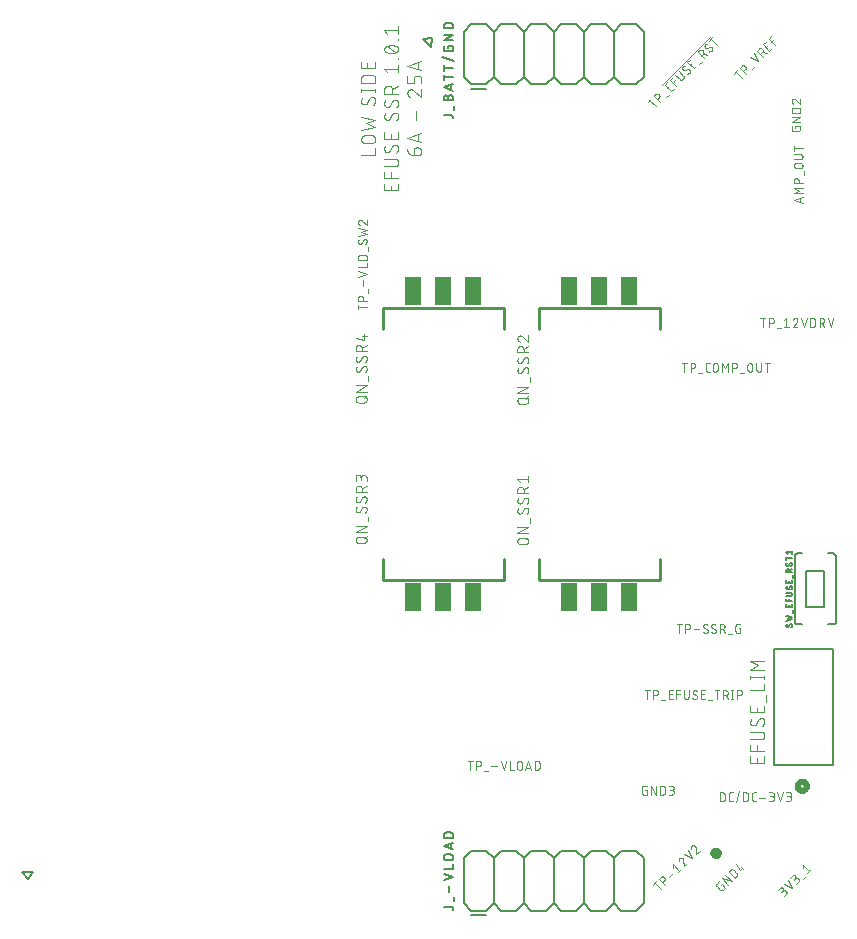
<source format=gbr>
G04 EAGLE Gerber RS-274X export*
G75*
%MOMM*%
%FSLAX34Y34*%
%LPD*%
%INSilkscreen Top*%
%IPPOS*%
%AMOC8*
5,1,8,0,0,1.08239X$1,22.5*%
G01*
%ADD10C,0.101600*%
%ADD11C,0.200000*%
%ADD12C,0.500000*%
%ADD13C,0.076200*%
%ADD14C,0.254000*%
%ADD15R,1.422400X2.489200*%
%ADD16C,0.152400*%
%ADD17C,0.508000*%
%ADD18C,0.203200*%
%ADD19C,0.127000*%


D10*
X10508Y647677D02*
X22492Y647677D01*
X22492Y653003D01*
X19163Y657404D02*
X13837Y657404D01*
X13723Y657406D01*
X13610Y657412D01*
X13497Y657421D01*
X13384Y657435D01*
X13271Y657452D01*
X13160Y657474D01*
X13049Y657499D01*
X12939Y657527D01*
X12830Y657560D01*
X12722Y657596D01*
X12616Y657636D01*
X12511Y657680D01*
X12407Y657727D01*
X12305Y657777D01*
X12205Y657831D01*
X12107Y657889D01*
X12011Y657949D01*
X11917Y658013D01*
X11825Y658080D01*
X11736Y658151D01*
X11649Y658224D01*
X11565Y658300D01*
X11483Y658379D01*
X11404Y658461D01*
X11328Y658545D01*
X11255Y658632D01*
X11184Y658721D01*
X11117Y658813D01*
X11053Y658907D01*
X10993Y659003D01*
X10935Y659101D01*
X10881Y659201D01*
X10831Y659303D01*
X10784Y659407D01*
X10740Y659512D01*
X10700Y659618D01*
X10664Y659726D01*
X10631Y659835D01*
X10603Y659945D01*
X10578Y660056D01*
X10556Y660167D01*
X10539Y660280D01*
X10525Y660393D01*
X10516Y660506D01*
X10510Y660619D01*
X10508Y660733D01*
X10510Y660847D01*
X10516Y660960D01*
X10525Y661073D01*
X10539Y661186D01*
X10556Y661299D01*
X10578Y661410D01*
X10603Y661521D01*
X10631Y661631D01*
X10664Y661740D01*
X10700Y661848D01*
X10740Y661954D01*
X10784Y662059D01*
X10831Y662163D01*
X10881Y662265D01*
X10935Y662365D01*
X10993Y662463D01*
X11053Y662559D01*
X11117Y662653D01*
X11184Y662745D01*
X11255Y662834D01*
X11328Y662921D01*
X11404Y663005D01*
X11483Y663087D01*
X11565Y663166D01*
X11649Y663242D01*
X11736Y663315D01*
X11825Y663386D01*
X11917Y663453D01*
X12011Y663517D01*
X12107Y663577D01*
X12205Y663635D01*
X12305Y663689D01*
X12407Y663739D01*
X12511Y663786D01*
X12616Y663830D01*
X12722Y663870D01*
X12830Y663906D01*
X12939Y663939D01*
X13049Y663967D01*
X13160Y663992D01*
X13271Y664014D01*
X13384Y664031D01*
X13497Y664045D01*
X13610Y664054D01*
X13723Y664060D01*
X13837Y664062D01*
X19163Y664062D01*
X19277Y664060D01*
X19390Y664054D01*
X19503Y664045D01*
X19616Y664031D01*
X19729Y664014D01*
X19840Y663992D01*
X19951Y663967D01*
X20061Y663939D01*
X20170Y663906D01*
X20278Y663870D01*
X20384Y663830D01*
X20489Y663786D01*
X20593Y663739D01*
X20695Y663689D01*
X20795Y663635D01*
X20893Y663577D01*
X20989Y663517D01*
X21083Y663453D01*
X21175Y663386D01*
X21264Y663315D01*
X21351Y663242D01*
X21435Y663166D01*
X21517Y663087D01*
X21596Y663005D01*
X21672Y662921D01*
X21745Y662834D01*
X21816Y662745D01*
X21883Y662653D01*
X21947Y662559D01*
X22007Y662463D01*
X22065Y662365D01*
X22119Y662265D01*
X22169Y662163D01*
X22216Y662059D01*
X22260Y661954D01*
X22300Y661848D01*
X22336Y661740D01*
X22369Y661631D01*
X22397Y661521D01*
X22422Y661410D01*
X22444Y661299D01*
X22461Y661186D01*
X22475Y661073D01*
X22484Y660960D01*
X22490Y660847D01*
X22492Y660733D01*
X22490Y660619D01*
X22484Y660506D01*
X22475Y660393D01*
X22461Y660280D01*
X22444Y660167D01*
X22422Y660056D01*
X22397Y659945D01*
X22369Y659835D01*
X22336Y659726D01*
X22300Y659618D01*
X22260Y659512D01*
X22216Y659407D01*
X22169Y659303D01*
X22119Y659201D01*
X22065Y659101D01*
X22007Y659003D01*
X21947Y658907D01*
X21883Y658813D01*
X21816Y658721D01*
X21745Y658632D01*
X21672Y658545D01*
X21596Y658461D01*
X21517Y658379D01*
X21435Y658300D01*
X21351Y658224D01*
X21264Y658151D01*
X21175Y658080D01*
X21083Y658013D01*
X20989Y657949D01*
X20893Y657889D01*
X20795Y657831D01*
X20695Y657777D01*
X20593Y657727D01*
X20489Y657680D01*
X20384Y657636D01*
X20278Y657596D01*
X20170Y657560D01*
X20061Y657527D01*
X19951Y657499D01*
X19840Y657474D01*
X19729Y657452D01*
X19616Y657435D01*
X19503Y657421D01*
X19390Y657412D01*
X19277Y657406D01*
X19163Y657404D01*
X10508Y668667D02*
X22492Y671330D01*
X14503Y673993D01*
X22492Y676656D01*
X10508Y679319D01*
X22492Y693769D02*
X22490Y693871D01*
X22484Y693973D01*
X22474Y694074D01*
X22461Y694176D01*
X22443Y694276D01*
X22422Y694376D01*
X22397Y694475D01*
X22368Y694572D01*
X22335Y694669D01*
X22299Y694764D01*
X22259Y694858D01*
X22215Y694951D01*
X22168Y695041D01*
X22118Y695130D01*
X22064Y695217D01*
X22007Y695301D01*
X21947Y695383D01*
X21883Y695463D01*
X21817Y695541D01*
X21748Y695616D01*
X21676Y695688D01*
X21601Y695757D01*
X21523Y695823D01*
X21443Y695887D01*
X21361Y695947D01*
X21277Y696004D01*
X21190Y696058D01*
X21101Y696108D01*
X21011Y696155D01*
X20918Y696199D01*
X20824Y696239D01*
X20729Y696275D01*
X20632Y696308D01*
X20535Y696337D01*
X20436Y696362D01*
X20336Y696383D01*
X20236Y696401D01*
X20134Y696414D01*
X20033Y696424D01*
X19931Y696430D01*
X19829Y696432D01*
X22492Y693769D02*
X22490Y693621D01*
X22484Y693473D01*
X22474Y693325D01*
X22461Y693178D01*
X22443Y693031D01*
X22422Y692884D01*
X22397Y692738D01*
X22368Y692593D01*
X22335Y692449D01*
X22298Y692305D01*
X22258Y692163D01*
X22214Y692022D01*
X22166Y691881D01*
X22114Y691743D01*
X22059Y691605D01*
X22000Y691469D01*
X21938Y691335D01*
X21872Y691202D01*
X21803Y691071D01*
X21730Y690942D01*
X21654Y690815D01*
X21575Y690690D01*
X21492Y690568D01*
X21406Y690447D01*
X21317Y690329D01*
X21225Y690213D01*
X21130Y690099D01*
X21032Y689988D01*
X20931Y689880D01*
X20828Y689774D01*
X13171Y690107D02*
X13069Y690109D01*
X12967Y690115D01*
X12866Y690125D01*
X12764Y690138D01*
X12664Y690156D01*
X12564Y690177D01*
X12465Y690202D01*
X12368Y690231D01*
X12271Y690264D01*
X12176Y690300D01*
X12082Y690340D01*
X11989Y690384D01*
X11899Y690431D01*
X11810Y690481D01*
X11723Y690535D01*
X11639Y690592D01*
X11557Y690652D01*
X11477Y690716D01*
X11399Y690782D01*
X11324Y690851D01*
X11252Y690923D01*
X11183Y690998D01*
X11117Y691076D01*
X11053Y691156D01*
X10993Y691238D01*
X10936Y691322D01*
X10882Y691409D01*
X10832Y691498D01*
X10785Y691588D01*
X10741Y691681D01*
X10701Y691775D01*
X10665Y691870D01*
X10632Y691967D01*
X10603Y692064D01*
X10578Y692163D01*
X10557Y692263D01*
X10539Y692363D01*
X10526Y692465D01*
X10516Y692566D01*
X10510Y692668D01*
X10508Y692770D01*
X10510Y692910D01*
X10516Y693049D01*
X10526Y693189D01*
X10539Y693328D01*
X10557Y693466D01*
X10578Y693604D01*
X10603Y693742D01*
X10633Y693878D01*
X10665Y694014D01*
X10702Y694149D01*
X10743Y694283D01*
X10787Y694415D01*
X10835Y694546D01*
X10886Y694676D01*
X10941Y694805D01*
X11000Y694931D01*
X11062Y695056D01*
X11128Y695180D01*
X11197Y695301D01*
X11270Y695420D01*
X11345Y695538D01*
X11424Y695653D01*
X11507Y695766D01*
X15501Y691439D02*
X15449Y691353D01*
X15393Y691270D01*
X15335Y691188D01*
X15273Y691109D01*
X15208Y691033D01*
X15141Y690958D01*
X15071Y690887D01*
X14998Y690817D01*
X14923Y690751D01*
X14845Y690688D01*
X14766Y690627D01*
X14683Y690569D01*
X14599Y690515D01*
X14513Y690463D01*
X14425Y690415D01*
X14335Y690370D01*
X14244Y690329D01*
X14151Y690291D01*
X14057Y690256D01*
X13962Y690225D01*
X13865Y690198D01*
X13768Y690174D01*
X13670Y690153D01*
X13571Y690137D01*
X13471Y690124D01*
X13371Y690114D01*
X13271Y690109D01*
X13171Y690107D01*
X17499Y695100D02*
X17551Y695186D01*
X17607Y695269D01*
X17665Y695351D01*
X17727Y695430D01*
X17792Y695506D01*
X17859Y695581D01*
X17929Y695652D01*
X18002Y695722D01*
X18077Y695788D01*
X18155Y695852D01*
X18235Y695912D01*
X18317Y695970D01*
X18401Y696024D01*
X18487Y696076D01*
X18575Y696124D01*
X18665Y696169D01*
X18756Y696210D01*
X18849Y696248D01*
X18943Y696283D01*
X19038Y696314D01*
X19135Y696341D01*
X19232Y696365D01*
X19330Y696386D01*
X19429Y696402D01*
X19529Y696415D01*
X19629Y696425D01*
X19729Y696430D01*
X19829Y696432D01*
X17499Y695100D02*
X15501Y691439D01*
X10508Y702073D02*
X22492Y702073D01*
X22492Y703404D02*
X22492Y700741D01*
X10508Y700741D02*
X10508Y703404D01*
X10508Y708494D02*
X22492Y708494D01*
X10508Y708494D02*
X10508Y711823D01*
X10510Y711937D01*
X10516Y712050D01*
X10525Y712163D01*
X10539Y712276D01*
X10556Y712389D01*
X10578Y712500D01*
X10603Y712611D01*
X10631Y712721D01*
X10664Y712830D01*
X10700Y712938D01*
X10740Y713044D01*
X10784Y713149D01*
X10831Y713253D01*
X10881Y713355D01*
X10935Y713455D01*
X10993Y713553D01*
X11053Y713649D01*
X11117Y713743D01*
X11184Y713835D01*
X11255Y713924D01*
X11328Y714011D01*
X11404Y714095D01*
X11483Y714177D01*
X11565Y714256D01*
X11649Y714332D01*
X11736Y714405D01*
X11826Y714476D01*
X11917Y714543D01*
X12011Y714607D01*
X12107Y714667D01*
X12205Y714725D01*
X12305Y714779D01*
X12407Y714829D01*
X12511Y714876D01*
X12616Y714920D01*
X12722Y714960D01*
X12830Y714996D01*
X12939Y715029D01*
X13049Y715057D01*
X13160Y715082D01*
X13271Y715104D01*
X13384Y715121D01*
X13497Y715135D01*
X13610Y715144D01*
X13723Y715150D01*
X13837Y715152D01*
X19163Y715152D01*
X19277Y715150D01*
X19390Y715144D01*
X19503Y715135D01*
X19616Y715121D01*
X19729Y715104D01*
X19840Y715082D01*
X19951Y715057D01*
X20061Y715029D01*
X20170Y714996D01*
X20278Y714960D01*
X20384Y714920D01*
X20489Y714876D01*
X20593Y714829D01*
X20695Y714779D01*
X20795Y714725D01*
X20893Y714667D01*
X20989Y714607D01*
X21083Y714543D01*
X21175Y714476D01*
X21264Y714405D01*
X21351Y714332D01*
X21435Y714256D01*
X21517Y714177D01*
X21596Y714095D01*
X21672Y714011D01*
X21745Y713924D01*
X21816Y713835D01*
X21883Y713743D01*
X21947Y713649D01*
X22007Y713553D01*
X22065Y713455D01*
X22119Y713355D01*
X22169Y713253D01*
X22216Y713149D01*
X22260Y713044D01*
X22300Y712938D01*
X22336Y712830D01*
X22369Y712721D01*
X22397Y712611D01*
X22422Y712500D01*
X22444Y712389D01*
X22461Y712276D01*
X22475Y712163D01*
X22484Y712050D01*
X22490Y711937D01*
X22492Y711823D01*
X22492Y708494D01*
X22492Y720997D02*
X22492Y726323D01*
X22492Y720997D02*
X10508Y720997D01*
X10508Y726323D01*
X15834Y724992D02*
X15834Y720997D01*
X41992Y622709D02*
X41992Y617383D01*
X30008Y617383D01*
X30008Y622709D01*
X35334Y621377D02*
X35334Y617383D01*
X30008Y627523D02*
X41992Y627523D01*
X30008Y627523D02*
X30008Y632849D01*
X35334Y632849D02*
X35334Y627523D01*
X38663Y637640D02*
X30008Y637640D01*
X38663Y637640D02*
X38777Y637642D01*
X38890Y637648D01*
X39003Y637657D01*
X39116Y637671D01*
X39229Y637688D01*
X39340Y637710D01*
X39451Y637735D01*
X39561Y637763D01*
X39670Y637796D01*
X39778Y637832D01*
X39884Y637872D01*
X39989Y637916D01*
X40093Y637963D01*
X40195Y638013D01*
X40295Y638067D01*
X40393Y638125D01*
X40489Y638185D01*
X40583Y638249D01*
X40675Y638316D01*
X40764Y638387D01*
X40851Y638460D01*
X40935Y638536D01*
X41017Y638615D01*
X41096Y638697D01*
X41172Y638781D01*
X41245Y638868D01*
X41316Y638957D01*
X41383Y639049D01*
X41447Y639143D01*
X41507Y639239D01*
X41565Y639337D01*
X41619Y639437D01*
X41669Y639539D01*
X41716Y639643D01*
X41760Y639748D01*
X41800Y639854D01*
X41836Y639962D01*
X41869Y640071D01*
X41897Y640181D01*
X41922Y640292D01*
X41944Y640403D01*
X41961Y640516D01*
X41975Y640629D01*
X41984Y640742D01*
X41990Y640855D01*
X41992Y640969D01*
X41990Y641083D01*
X41984Y641196D01*
X41975Y641309D01*
X41961Y641422D01*
X41944Y641535D01*
X41922Y641646D01*
X41897Y641757D01*
X41869Y641867D01*
X41836Y641976D01*
X41800Y642084D01*
X41760Y642190D01*
X41716Y642295D01*
X41669Y642399D01*
X41619Y642501D01*
X41565Y642601D01*
X41507Y642699D01*
X41447Y642795D01*
X41383Y642889D01*
X41316Y642981D01*
X41245Y643070D01*
X41172Y643157D01*
X41096Y643241D01*
X41017Y643323D01*
X40935Y643402D01*
X40851Y643478D01*
X40764Y643551D01*
X40675Y643622D01*
X40583Y643689D01*
X40489Y643753D01*
X40393Y643813D01*
X40295Y643871D01*
X40195Y643925D01*
X40093Y643975D01*
X39989Y644022D01*
X39884Y644066D01*
X39778Y644106D01*
X39670Y644142D01*
X39561Y644175D01*
X39451Y644203D01*
X39340Y644228D01*
X39229Y644250D01*
X39116Y644267D01*
X39003Y644281D01*
X38890Y644290D01*
X38777Y644296D01*
X38663Y644298D01*
X30008Y644298D01*
X39329Y655997D02*
X39431Y655995D01*
X39533Y655989D01*
X39634Y655979D01*
X39736Y655966D01*
X39836Y655948D01*
X39936Y655927D01*
X40035Y655902D01*
X40132Y655873D01*
X40229Y655840D01*
X40324Y655804D01*
X40418Y655764D01*
X40511Y655720D01*
X40601Y655673D01*
X40690Y655623D01*
X40777Y655569D01*
X40861Y655512D01*
X40943Y655452D01*
X41023Y655388D01*
X41101Y655322D01*
X41176Y655253D01*
X41248Y655181D01*
X41317Y655106D01*
X41383Y655028D01*
X41447Y654948D01*
X41507Y654866D01*
X41564Y654782D01*
X41618Y654695D01*
X41668Y654606D01*
X41715Y654516D01*
X41759Y654423D01*
X41799Y654329D01*
X41835Y654234D01*
X41868Y654137D01*
X41897Y654040D01*
X41922Y653941D01*
X41943Y653841D01*
X41961Y653741D01*
X41974Y653639D01*
X41984Y653538D01*
X41990Y653436D01*
X41992Y653334D01*
X41990Y653186D01*
X41984Y653038D01*
X41974Y652890D01*
X41961Y652743D01*
X41943Y652596D01*
X41922Y652449D01*
X41897Y652303D01*
X41868Y652158D01*
X41835Y652014D01*
X41798Y651870D01*
X41758Y651728D01*
X41714Y651587D01*
X41666Y651446D01*
X41614Y651308D01*
X41559Y651170D01*
X41500Y651034D01*
X41438Y650900D01*
X41372Y650767D01*
X41303Y650636D01*
X41230Y650507D01*
X41154Y650380D01*
X41075Y650255D01*
X40992Y650133D01*
X40906Y650012D01*
X40817Y649894D01*
X40725Y649778D01*
X40630Y649664D01*
X40532Y649553D01*
X40431Y649445D01*
X40328Y649339D01*
X32671Y649673D02*
X32569Y649675D01*
X32467Y649681D01*
X32366Y649691D01*
X32264Y649704D01*
X32164Y649722D01*
X32064Y649743D01*
X31965Y649768D01*
X31868Y649797D01*
X31771Y649830D01*
X31676Y649866D01*
X31582Y649906D01*
X31489Y649950D01*
X31399Y649997D01*
X31310Y650047D01*
X31223Y650101D01*
X31139Y650158D01*
X31057Y650218D01*
X30977Y650282D01*
X30899Y650348D01*
X30824Y650417D01*
X30752Y650489D01*
X30683Y650564D01*
X30617Y650642D01*
X30553Y650722D01*
X30493Y650804D01*
X30436Y650888D01*
X30382Y650975D01*
X30332Y651064D01*
X30285Y651154D01*
X30241Y651247D01*
X30201Y651341D01*
X30165Y651436D01*
X30132Y651533D01*
X30103Y651630D01*
X30078Y651729D01*
X30057Y651829D01*
X30039Y651929D01*
X30026Y652031D01*
X30016Y652132D01*
X30010Y652234D01*
X30008Y652336D01*
X30010Y652476D01*
X30016Y652615D01*
X30026Y652755D01*
X30039Y652894D01*
X30057Y653032D01*
X30078Y653170D01*
X30103Y653308D01*
X30133Y653444D01*
X30165Y653580D01*
X30202Y653715D01*
X30243Y653849D01*
X30287Y653981D01*
X30335Y654112D01*
X30386Y654242D01*
X30441Y654371D01*
X30500Y654497D01*
X30562Y654622D01*
X30628Y654746D01*
X30697Y654867D01*
X30770Y654986D01*
X30845Y655104D01*
X30924Y655219D01*
X31007Y655332D01*
X35001Y651004D02*
X34949Y650918D01*
X34893Y650835D01*
X34835Y650753D01*
X34773Y650674D01*
X34708Y650598D01*
X34641Y650523D01*
X34571Y650452D01*
X34498Y650382D01*
X34423Y650316D01*
X34345Y650253D01*
X34266Y650192D01*
X34183Y650134D01*
X34099Y650080D01*
X34013Y650028D01*
X33925Y649980D01*
X33835Y649935D01*
X33744Y649894D01*
X33651Y649856D01*
X33557Y649821D01*
X33462Y649790D01*
X33365Y649763D01*
X33268Y649739D01*
X33170Y649718D01*
X33071Y649702D01*
X32971Y649689D01*
X32871Y649679D01*
X32771Y649674D01*
X32671Y649672D01*
X36999Y654666D02*
X37051Y654752D01*
X37107Y654835D01*
X37165Y654917D01*
X37227Y654996D01*
X37292Y655072D01*
X37359Y655147D01*
X37429Y655218D01*
X37502Y655288D01*
X37577Y655354D01*
X37655Y655418D01*
X37735Y655478D01*
X37817Y655536D01*
X37901Y655590D01*
X37987Y655642D01*
X38075Y655690D01*
X38165Y655735D01*
X38256Y655776D01*
X38349Y655814D01*
X38443Y655849D01*
X38538Y655880D01*
X38635Y655907D01*
X38732Y655931D01*
X38830Y655952D01*
X38929Y655968D01*
X39029Y655981D01*
X39129Y655991D01*
X39229Y655996D01*
X39329Y655998D01*
X36999Y654666D02*
X35001Y651004D01*
X41992Y661063D02*
X41992Y666389D01*
X41992Y661063D02*
X30008Y661063D01*
X30008Y666389D01*
X35334Y665057D02*
X35334Y661063D01*
X41992Y680634D02*
X41990Y680736D01*
X41984Y680838D01*
X41974Y680939D01*
X41961Y681041D01*
X41943Y681141D01*
X41922Y681241D01*
X41897Y681340D01*
X41868Y681437D01*
X41835Y681534D01*
X41799Y681629D01*
X41759Y681723D01*
X41715Y681816D01*
X41668Y681906D01*
X41618Y681995D01*
X41564Y682082D01*
X41507Y682166D01*
X41447Y682248D01*
X41383Y682328D01*
X41317Y682406D01*
X41248Y682481D01*
X41176Y682553D01*
X41101Y682622D01*
X41023Y682688D01*
X40943Y682752D01*
X40861Y682812D01*
X40777Y682869D01*
X40690Y682923D01*
X40601Y682973D01*
X40511Y683020D01*
X40418Y683064D01*
X40324Y683104D01*
X40229Y683140D01*
X40132Y683173D01*
X40035Y683202D01*
X39936Y683227D01*
X39836Y683248D01*
X39736Y683266D01*
X39634Y683279D01*
X39533Y683289D01*
X39431Y683295D01*
X39329Y683297D01*
X41992Y680634D02*
X41990Y680486D01*
X41984Y680338D01*
X41974Y680190D01*
X41961Y680043D01*
X41943Y679896D01*
X41922Y679749D01*
X41897Y679603D01*
X41868Y679458D01*
X41835Y679314D01*
X41798Y679170D01*
X41758Y679028D01*
X41714Y678887D01*
X41666Y678746D01*
X41614Y678608D01*
X41559Y678470D01*
X41500Y678334D01*
X41438Y678200D01*
X41372Y678067D01*
X41303Y677936D01*
X41230Y677807D01*
X41154Y677680D01*
X41075Y677555D01*
X40992Y677433D01*
X40906Y677312D01*
X40817Y677194D01*
X40725Y677078D01*
X40630Y676964D01*
X40532Y676853D01*
X40431Y676745D01*
X40328Y676639D01*
X32671Y676973D02*
X32569Y676975D01*
X32467Y676981D01*
X32366Y676991D01*
X32264Y677004D01*
X32164Y677022D01*
X32064Y677043D01*
X31965Y677068D01*
X31868Y677097D01*
X31771Y677130D01*
X31676Y677166D01*
X31582Y677206D01*
X31489Y677250D01*
X31399Y677297D01*
X31310Y677347D01*
X31223Y677401D01*
X31139Y677458D01*
X31057Y677518D01*
X30977Y677582D01*
X30899Y677648D01*
X30824Y677717D01*
X30752Y677789D01*
X30683Y677864D01*
X30617Y677942D01*
X30553Y678022D01*
X30493Y678104D01*
X30436Y678188D01*
X30382Y678275D01*
X30332Y678364D01*
X30285Y678454D01*
X30241Y678547D01*
X30201Y678641D01*
X30165Y678736D01*
X30132Y678833D01*
X30103Y678930D01*
X30078Y679029D01*
X30057Y679129D01*
X30039Y679229D01*
X30026Y679331D01*
X30016Y679432D01*
X30010Y679534D01*
X30008Y679636D01*
X30010Y679776D01*
X30016Y679915D01*
X30026Y680055D01*
X30039Y680194D01*
X30057Y680332D01*
X30078Y680470D01*
X30103Y680608D01*
X30133Y680744D01*
X30165Y680880D01*
X30202Y681015D01*
X30243Y681149D01*
X30287Y681281D01*
X30335Y681412D01*
X30386Y681542D01*
X30441Y681671D01*
X30500Y681797D01*
X30562Y681922D01*
X30628Y682046D01*
X30697Y682167D01*
X30770Y682286D01*
X30845Y682404D01*
X30924Y682519D01*
X31007Y682632D01*
X35001Y678304D02*
X34949Y678218D01*
X34893Y678135D01*
X34835Y678053D01*
X34773Y677974D01*
X34708Y677898D01*
X34641Y677823D01*
X34571Y677752D01*
X34498Y677682D01*
X34423Y677616D01*
X34345Y677553D01*
X34266Y677492D01*
X34183Y677434D01*
X34099Y677380D01*
X34013Y677328D01*
X33925Y677280D01*
X33835Y677235D01*
X33744Y677194D01*
X33651Y677156D01*
X33557Y677121D01*
X33462Y677090D01*
X33365Y677063D01*
X33268Y677039D01*
X33170Y677018D01*
X33071Y677002D01*
X32971Y676989D01*
X32871Y676979D01*
X32771Y676974D01*
X32671Y676972D01*
X36999Y681966D02*
X37051Y682052D01*
X37107Y682135D01*
X37165Y682217D01*
X37227Y682296D01*
X37292Y682372D01*
X37359Y682447D01*
X37429Y682518D01*
X37502Y682588D01*
X37577Y682654D01*
X37655Y682718D01*
X37735Y682778D01*
X37817Y682836D01*
X37901Y682890D01*
X37987Y682942D01*
X38075Y682990D01*
X38165Y683035D01*
X38256Y683076D01*
X38349Y683114D01*
X38443Y683149D01*
X38538Y683180D01*
X38635Y683207D01*
X38732Y683231D01*
X38830Y683252D01*
X38929Y683268D01*
X39029Y683281D01*
X39129Y683291D01*
X39229Y683296D01*
X39329Y683298D01*
X36999Y681966D02*
X35001Y678304D01*
X41992Y691554D02*
X41990Y691656D01*
X41984Y691758D01*
X41974Y691859D01*
X41961Y691961D01*
X41943Y692061D01*
X41922Y692161D01*
X41897Y692260D01*
X41868Y692357D01*
X41835Y692454D01*
X41799Y692549D01*
X41759Y692643D01*
X41715Y692736D01*
X41668Y692826D01*
X41618Y692915D01*
X41564Y693002D01*
X41507Y693086D01*
X41447Y693168D01*
X41383Y693248D01*
X41317Y693326D01*
X41248Y693401D01*
X41176Y693473D01*
X41101Y693542D01*
X41023Y693608D01*
X40943Y693672D01*
X40861Y693732D01*
X40777Y693789D01*
X40690Y693843D01*
X40601Y693893D01*
X40511Y693940D01*
X40418Y693984D01*
X40324Y694024D01*
X40229Y694060D01*
X40132Y694093D01*
X40035Y694122D01*
X39936Y694147D01*
X39836Y694168D01*
X39736Y694186D01*
X39634Y694199D01*
X39533Y694209D01*
X39431Y694215D01*
X39329Y694217D01*
X41992Y691554D02*
X41990Y691406D01*
X41984Y691258D01*
X41974Y691110D01*
X41961Y690963D01*
X41943Y690816D01*
X41922Y690669D01*
X41897Y690523D01*
X41868Y690378D01*
X41835Y690234D01*
X41798Y690090D01*
X41758Y689948D01*
X41714Y689807D01*
X41666Y689666D01*
X41614Y689528D01*
X41559Y689390D01*
X41500Y689254D01*
X41438Y689120D01*
X41372Y688987D01*
X41303Y688856D01*
X41230Y688727D01*
X41154Y688600D01*
X41075Y688475D01*
X40992Y688353D01*
X40906Y688232D01*
X40817Y688114D01*
X40725Y687998D01*
X40630Y687884D01*
X40532Y687773D01*
X40431Y687665D01*
X40328Y687559D01*
X32671Y687893D02*
X32569Y687895D01*
X32467Y687901D01*
X32366Y687911D01*
X32264Y687924D01*
X32164Y687942D01*
X32064Y687963D01*
X31965Y687988D01*
X31868Y688017D01*
X31771Y688050D01*
X31676Y688086D01*
X31582Y688126D01*
X31489Y688170D01*
X31399Y688217D01*
X31310Y688267D01*
X31223Y688321D01*
X31139Y688378D01*
X31057Y688438D01*
X30977Y688502D01*
X30899Y688568D01*
X30824Y688637D01*
X30752Y688709D01*
X30683Y688784D01*
X30617Y688862D01*
X30553Y688942D01*
X30493Y689024D01*
X30436Y689108D01*
X30382Y689195D01*
X30332Y689284D01*
X30285Y689374D01*
X30241Y689467D01*
X30201Y689561D01*
X30165Y689656D01*
X30132Y689753D01*
X30103Y689850D01*
X30078Y689949D01*
X30057Y690049D01*
X30039Y690149D01*
X30026Y690251D01*
X30016Y690352D01*
X30010Y690454D01*
X30008Y690556D01*
X30010Y690696D01*
X30016Y690835D01*
X30026Y690975D01*
X30039Y691114D01*
X30057Y691252D01*
X30078Y691390D01*
X30103Y691528D01*
X30133Y691664D01*
X30165Y691800D01*
X30202Y691935D01*
X30243Y692069D01*
X30287Y692201D01*
X30335Y692332D01*
X30386Y692462D01*
X30441Y692591D01*
X30500Y692717D01*
X30562Y692842D01*
X30628Y692966D01*
X30697Y693087D01*
X30770Y693206D01*
X30845Y693324D01*
X30924Y693439D01*
X31007Y693552D01*
X35001Y689224D02*
X34949Y689138D01*
X34893Y689055D01*
X34835Y688973D01*
X34773Y688894D01*
X34708Y688818D01*
X34641Y688743D01*
X34571Y688672D01*
X34498Y688602D01*
X34423Y688536D01*
X34345Y688473D01*
X34266Y688412D01*
X34183Y688354D01*
X34099Y688300D01*
X34013Y688248D01*
X33925Y688200D01*
X33835Y688155D01*
X33744Y688114D01*
X33651Y688076D01*
X33557Y688041D01*
X33462Y688010D01*
X33365Y687983D01*
X33268Y687959D01*
X33170Y687938D01*
X33071Y687922D01*
X32971Y687909D01*
X32871Y687899D01*
X32771Y687894D01*
X32671Y687892D01*
X36999Y692886D02*
X37051Y692972D01*
X37107Y693055D01*
X37165Y693137D01*
X37227Y693216D01*
X37292Y693292D01*
X37359Y693367D01*
X37429Y693438D01*
X37502Y693508D01*
X37577Y693574D01*
X37655Y693638D01*
X37735Y693698D01*
X37817Y693756D01*
X37901Y693810D01*
X37987Y693862D01*
X38075Y693910D01*
X38165Y693955D01*
X38256Y693996D01*
X38349Y694034D01*
X38443Y694069D01*
X38538Y694100D01*
X38635Y694127D01*
X38732Y694151D01*
X38830Y694172D01*
X38929Y694188D01*
X39029Y694201D01*
X39129Y694211D01*
X39229Y694216D01*
X39329Y694218D01*
X36999Y692886D02*
X35001Y689224D01*
X30008Y699334D02*
X41992Y699334D01*
X30008Y699334D02*
X30008Y702663D01*
X30010Y702777D01*
X30016Y702890D01*
X30025Y703003D01*
X30039Y703116D01*
X30056Y703229D01*
X30078Y703340D01*
X30103Y703451D01*
X30131Y703561D01*
X30164Y703670D01*
X30200Y703778D01*
X30240Y703884D01*
X30284Y703989D01*
X30331Y704093D01*
X30381Y704195D01*
X30435Y704295D01*
X30493Y704393D01*
X30553Y704489D01*
X30617Y704583D01*
X30684Y704675D01*
X30755Y704764D01*
X30828Y704851D01*
X30904Y704935D01*
X30983Y705017D01*
X31065Y705096D01*
X31149Y705172D01*
X31236Y705245D01*
X31325Y705316D01*
X31417Y705383D01*
X31511Y705447D01*
X31607Y705507D01*
X31705Y705565D01*
X31805Y705619D01*
X31907Y705669D01*
X32011Y705716D01*
X32116Y705760D01*
X32222Y705800D01*
X32330Y705836D01*
X32439Y705869D01*
X32549Y705897D01*
X32660Y705922D01*
X32771Y705944D01*
X32884Y705961D01*
X32997Y705975D01*
X33110Y705984D01*
X33223Y705990D01*
X33337Y705992D01*
X33451Y705990D01*
X33564Y705984D01*
X33677Y705975D01*
X33790Y705961D01*
X33903Y705944D01*
X34014Y705922D01*
X34125Y705897D01*
X34235Y705869D01*
X34344Y705836D01*
X34452Y705800D01*
X34558Y705760D01*
X34663Y705716D01*
X34767Y705669D01*
X34869Y705619D01*
X34969Y705565D01*
X35067Y705507D01*
X35163Y705447D01*
X35257Y705383D01*
X35349Y705316D01*
X35438Y705245D01*
X35525Y705172D01*
X35609Y705096D01*
X35691Y705017D01*
X35770Y704935D01*
X35846Y704851D01*
X35919Y704764D01*
X35990Y704675D01*
X36057Y704583D01*
X36121Y704489D01*
X36181Y704393D01*
X36239Y704295D01*
X36293Y704195D01*
X36343Y704093D01*
X36390Y703989D01*
X36434Y703884D01*
X36474Y703778D01*
X36510Y703670D01*
X36543Y703561D01*
X36571Y703451D01*
X36596Y703340D01*
X36618Y703229D01*
X36635Y703116D01*
X36649Y703003D01*
X36658Y702890D01*
X36664Y702777D01*
X36666Y702663D01*
X36666Y699334D01*
X36666Y703329D02*
X41992Y705992D01*
X32671Y717200D02*
X30008Y720529D01*
X41992Y720529D01*
X41992Y723857D02*
X41992Y717200D01*
X41992Y728386D02*
X41326Y728386D01*
X41326Y729051D01*
X41992Y729051D01*
X41992Y728386D01*
X36000Y733579D02*
X35764Y733582D01*
X35529Y733590D01*
X35293Y733604D01*
X35058Y733624D01*
X34824Y733649D01*
X34590Y733680D01*
X34357Y733717D01*
X34125Y733759D01*
X33894Y733806D01*
X33665Y733859D01*
X33436Y733918D01*
X33209Y733982D01*
X32984Y734051D01*
X32760Y734125D01*
X32539Y734205D01*
X32319Y734291D01*
X32101Y734381D01*
X31886Y734477D01*
X31672Y734578D01*
X31672Y734579D02*
X31580Y734613D01*
X31489Y734650D01*
X31399Y734692D01*
X31311Y734736D01*
X31225Y734784D01*
X31141Y734836D01*
X31059Y734891D01*
X30980Y734949D01*
X30902Y735010D01*
X30828Y735074D01*
X30756Y735142D01*
X30686Y735212D01*
X30620Y735284D01*
X30556Y735360D01*
X30496Y735438D01*
X30439Y735518D01*
X30385Y735600D01*
X30334Y735685D01*
X30287Y735771D01*
X30243Y735860D01*
X30203Y735949D01*
X30166Y736041D01*
X30133Y736134D01*
X30104Y736228D01*
X30079Y736323D01*
X30057Y736419D01*
X30039Y736516D01*
X30026Y736614D01*
X30016Y736712D01*
X30010Y736810D01*
X30008Y736909D01*
X30010Y737008D01*
X30016Y737106D01*
X30026Y737204D01*
X30039Y737302D01*
X30057Y737399D01*
X30079Y737495D01*
X30104Y737590D01*
X30133Y737684D01*
X30166Y737777D01*
X30203Y737869D01*
X30243Y737959D01*
X30287Y738047D01*
X30334Y738133D01*
X30385Y738218D01*
X30439Y738300D01*
X30496Y738380D01*
X30556Y738458D01*
X30620Y738534D01*
X30686Y738606D01*
X30756Y738676D01*
X30828Y738744D01*
X30902Y738808D01*
X30980Y738869D01*
X31059Y738927D01*
X31141Y738982D01*
X31225Y739034D01*
X31311Y739082D01*
X31399Y739126D01*
X31489Y739168D01*
X31580Y739205D01*
X31672Y739239D01*
X31886Y739340D01*
X32101Y739436D01*
X32319Y739526D01*
X32539Y739612D01*
X32760Y739692D01*
X32984Y739766D01*
X33209Y739836D01*
X33436Y739899D01*
X33665Y739958D01*
X33894Y740011D01*
X34125Y740058D01*
X34357Y740100D01*
X34590Y740137D01*
X34824Y740168D01*
X35058Y740193D01*
X35293Y740213D01*
X35529Y740227D01*
X35764Y740235D01*
X36000Y740238D01*
X36000Y733579D02*
X36236Y733582D01*
X36471Y733590D01*
X36707Y733604D01*
X36942Y733624D01*
X37176Y733649D01*
X37410Y733680D01*
X37643Y733717D01*
X37875Y733759D01*
X38106Y733806D01*
X38335Y733859D01*
X38564Y733918D01*
X38791Y733982D01*
X39016Y734051D01*
X39240Y734125D01*
X39461Y734205D01*
X39681Y734291D01*
X39899Y734381D01*
X40114Y734477D01*
X40328Y734578D01*
X40328Y734579D02*
X40420Y734613D01*
X40512Y734650D01*
X40601Y734692D01*
X40689Y734736D01*
X40775Y734784D01*
X40859Y734836D01*
X40941Y734891D01*
X41020Y734949D01*
X41098Y735010D01*
X41172Y735074D01*
X41244Y735142D01*
X41314Y735212D01*
X41380Y735284D01*
X41444Y735360D01*
X41504Y735438D01*
X41561Y735518D01*
X41616Y735600D01*
X41666Y735685D01*
X41713Y735771D01*
X41757Y735860D01*
X41797Y735950D01*
X41834Y736041D01*
X41867Y736134D01*
X41896Y736228D01*
X41921Y736323D01*
X41943Y736419D01*
X41961Y736516D01*
X41974Y736614D01*
X41984Y736712D01*
X41990Y736810D01*
X41992Y736909D01*
X40328Y739239D02*
X40114Y739340D01*
X39899Y739436D01*
X39681Y739526D01*
X39461Y739612D01*
X39240Y739692D01*
X39016Y739766D01*
X38791Y739836D01*
X38564Y739899D01*
X38335Y739958D01*
X38106Y740011D01*
X37875Y740058D01*
X37643Y740100D01*
X37410Y740137D01*
X37176Y740168D01*
X36942Y740193D01*
X36707Y740213D01*
X36471Y740227D01*
X36236Y740235D01*
X36000Y740238D01*
X40328Y739239D02*
X40420Y739205D01*
X40511Y739168D01*
X40601Y739126D01*
X40689Y739082D01*
X40775Y739034D01*
X40859Y738982D01*
X40941Y738927D01*
X41020Y738869D01*
X41098Y738808D01*
X41172Y738744D01*
X41244Y738676D01*
X41314Y738606D01*
X41380Y738534D01*
X41444Y738458D01*
X41504Y738380D01*
X41561Y738300D01*
X41615Y738218D01*
X41666Y738133D01*
X41713Y738047D01*
X41757Y737958D01*
X41797Y737869D01*
X41834Y737777D01*
X41867Y737684D01*
X41896Y737590D01*
X41921Y737495D01*
X41943Y737399D01*
X41961Y737302D01*
X41974Y737204D01*
X41984Y737106D01*
X41990Y737008D01*
X41992Y736909D01*
X39329Y734245D02*
X32671Y739572D01*
X41326Y744766D02*
X41992Y744766D01*
X41326Y744766D02*
X41326Y745431D01*
X41992Y745431D01*
X41992Y744766D01*
X32671Y749960D02*
X30008Y753289D01*
X41992Y753289D01*
X41992Y756617D02*
X41992Y749960D01*
X54834Y651063D02*
X54834Y647068D01*
X54834Y651063D02*
X54836Y651165D01*
X54842Y651267D01*
X54852Y651368D01*
X54865Y651470D01*
X54883Y651570D01*
X54904Y651670D01*
X54929Y651769D01*
X54958Y651866D01*
X54991Y651963D01*
X55027Y652058D01*
X55067Y652152D01*
X55111Y652245D01*
X55158Y652335D01*
X55208Y652424D01*
X55262Y652511D01*
X55319Y652595D01*
X55379Y652677D01*
X55443Y652757D01*
X55509Y652835D01*
X55578Y652910D01*
X55650Y652982D01*
X55725Y653051D01*
X55803Y653117D01*
X55883Y653181D01*
X55965Y653241D01*
X56049Y653298D01*
X56136Y653352D01*
X56225Y653402D01*
X56315Y653449D01*
X56408Y653493D01*
X56502Y653533D01*
X56597Y653569D01*
X56694Y653602D01*
X56791Y653631D01*
X56890Y653656D01*
X56990Y653677D01*
X57091Y653695D01*
X57192Y653708D01*
X57293Y653718D01*
X57395Y653724D01*
X57497Y653726D01*
X58163Y653726D01*
X58277Y653724D01*
X58390Y653718D01*
X58503Y653709D01*
X58616Y653695D01*
X58729Y653678D01*
X58840Y653656D01*
X58951Y653631D01*
X59061Y653603D01*
X59170Y653570D01*
X59278Y653534D01*
X59384Y653494D01*
X59489Y653450D01*
X59593Y653403D01*
X59695Y653353D01*
X59795Y653299D01*
X59893Y653241D01*
X59989Y653181D01*
X60083Y653117D01*
X60175Y653050D01*
X60264Y652979D01*
X60351Y652906D01*
X60435Y652830D01*
X60517Y652751D01*
X60596Y652669D01*
X60672Y652585D01*
X60745Y652498D01*
X60816Y652409D01*
X60883Y652317D01*
X60947Y652223D01*
X61007Y652127D01*
X61065Y652029D01*
X61119Y651929D01*
X61169Y651827D01*
X61216Y651723D01*
X61260Y651618D01*
X61300Y651512D01*
X61336Y651404D01*
X61369Y651295D01*
X61397Y651185D01*
X61422Y651074D01*
X61444Y650963D01*
X61461Y650850D01*
X61475Y650737D01*
X61484Y650624D01*
X61490Y650511D01*
X61492Y650397D01*
X61490Y650283D01*
X61484Y650170D01*
X61475Y650057D01*
X61461Y649944D01*
X61444Y649831D01*
X61422Y649720D01*
X61397Y649609D01*
X61369Y649499D01*
X61336Y649390D01*
X61300Y649282D01*
X61260Y649176D01*
X61216Y649071D01*
X61169Y648967D01*
X61119Y648865D01*
X61065Y648765D01*
X61007Y648667D01*
X60947Y648571D01*
X60883Y648477D01*
X60816Y648385D01*
X60745Y648296D01*
X60672Y648209D01*
X60596Y648125D01*
X60517Y648043D01*
X60435Y647964D01*
X60351Y647888D01*
X60264Y647815D01*
X60175Y647744D01*
X60083Y647677D01*
X59989Y647613D01*
X59893Y647553D01*
X59795Y647495D01*
X59695Y647441D01*
X59593Y647391D01*
X59489Y647344D01*
X59384Y647300D01*
X59278Y647260D01*
X59170Y647224D01*
X59061Y647191D01*
X58951Y647163D01*
X58840Y647138D01*
X58729Y647116D01*
X58616Y647099D01*
X58503Y647085D01*
X58390Y647076D01*
X58277Y647070D01*
X58163Y647068D01*
X54834Y647068D01*
X54834Y647069D02*
X54690Y647071D01*
X54546Y647077D01*
X54402Y647087D01*
X54258Y647100D01*
X54115Y647118D01*
X53972Y647139D01*
X53830Y647164D01*
X53689Y647194D01*
X53549Y647226D01*
X53409Y647263D01*
X53271Y647304D01*
X53133Y647348D01*
X52997Y647396D01*
X52863Y647447D01*
X52729Y647502D01*
X52598Y647561D01*
X52468Y647624D01*
X52339Y647689D01*
X52213Y647759D01*
X52088Y647831D01*
X51966Y647907D01*
X51845Y647987D01*
X51727Y648069D01*
X51611Y648155D01*
X51497Y648244D01*
X51386Y648336D01*
X51277Y648431D01*
X51171Y648528D01*
X51068Y648629D01*
X50967Y648732D01*
X50870Y648838D01*
X50775Y648947D01*
X50683Y649058D01*
X50594Y649172D01*
X50508Y649288D01*
X50426Y649406D01*
X50346Y649527D01*
X50270Y649649D01*
X50198Y649774D01*
X50128Y649900D01*
X50063Y650029D01*
X50000Y650159D01*
X49941Y650290D01*
X49886Y650424D01*
X49835Y650558D01*
X49787Y650694D01*
X49743Y650832D01*
X49702Y650970D01*
X49665Y651110D01*
X49633Y651250D01*
X49603Y651391D01*
X49578Y651533D01*
X49557Y651676D01*
X49539Y651819D01*
X49526Y651963D01*
X49516Y652107D01*
X49510Y652251D01*
X49508Y652395D01*
X49508Y662097D02*
X61492Y658102D01*
X61492Y666092D02*
X49508Y662097D01*
X58496Y665093D02*
X58496Y659101D01*
X56832Y676822D02*
X56832Y684812D01*
X49508Y699870D02*
X49510Y699977D01*
X49516Y700084D01*
X49525Y700190D01*
X49538Y700296D01*
X49556Y700402D01*
X49576Y700507D01*
X49601Y700611D01*
X49629Y700714D01*
X49661Y700816D01*
X49697Y700917D01*
X49736Y701017D01*
X49779Y701115D01*
X49825Y701211D01*
X49874Y701306D01*
X49927Y701399D01*
X49984Y701490D01*
X50043Y701579D01*
X50106Y701665D01*
X50171Y701750D01*
X50240Y701832D01*
X50311Y701912D01*
X50386Y701988D01*
X50462Y702063D01*
X50542Y702134D01*
X50624Y702203D01*
X50709Y702268D01*
X50795Y702331D01*
X50884Y702390D01*
X50975Y702447D01*
X51068Y702500D01*
X51163Y702549D01*
X51259Y702595D01*
X51357Y702638D01*
X51457Y702677D01*
X51558Y702713D01*
X51660Y702745D01*
X51763Y702773D01*
X51867Y702798D01*
X51972Y702818D01*
X52078Y702836D01*
X52184Y702849D01*
X52290Y702858D01*
X52397Y702864D01*
X52504Y702866D01*
X49508Y699870D02*
X49510Y699749D01*
X49516Y699628D01*
X49525Y699507D01*
X49538Y699387D01*
X49555Y699267D01*
X49576Y699148D01*
X49601Y699030D01*
X49629Y698912D01*
X49661Y698795D01*
X49697Y698680D01*
X49736Y698565D01*
X49779Y698452D01*
X49825Y698340D01*
X49875Y698230D01*
X49928Y698121D01*
X49985Y698014D01*
X50045Y697909D01*
X50108Y697806D01*
X50175Y697705D01*
X50244Y697606D01*
X50317Y697509D01*
X50393Y697415D01*
X50471Y697323D01*
X50553Y697234D01*
X50637Y697147D01*
X50724Y697063D01*
X50814Y696981D01*
X50906Y696903D01*
X51000Y696827D01*
X51097Y696754D01*
X51196Y696685D01*
X51297Y696619D01*
X51400Y696555D01*
X51506Y696496D01*
X51613Y696439D01*
X51721Y696386D01*
X51832Y696336D01*
X51943Y696290D01*
X52057Y696247D01*
X52171Y696208D01*
X54834Y701867D02*
X54758Y701945D01*
X54679Y702019D01*
X54598Y702091D01*
X54514Y702161D01*
X54429Y702227D01*
X54340Y702291D01*
X54250Y702351D01*
X54158Y702408D01*
X54064Y702463D01*
X53968Y702514D01*
X53871Y702561D01*
X53772Y702606D01*
X53671Y702647D01*
X53569Y702685D01*
X53466Y702719D01*
X53362Y702749D01*
X53257Y702777D01*
X53151Y702800D01*
X53044Y702820D01*
X52937Y702837D01*
X52829Y702850D01*
X52721Y702859D01*
X52613Y702864D01*
X52504Y702866D01*
X54834Y701867D02*
X61492Y696208D01*
X61492Y702866D01*
X61492Y707908D02*
X61492Y711903D01*
X61490Y712005D01*
X61484Y712107D01*
X61474Y712208D01*
X61461Y712310D01*
X61443Y712410D01*
X61422Y712510D01*
X61397Y712609D01*
X61368Y712706D01*
X61335Y712803D01*
X61299Y712898D01*
X61259Y712992D01*
X61215Y713085D01*
X61168Y713175D01*
X61118Y713264D01*
X61064Y713351D01*
X61007Y713435D01*
X60947Y713517D01*
X60883Y713597D01*
X60817Y713675D01*
X60748Y713750D01*
X60676Y713822D01*
X60601Y713891D01*
X60523Y713957D01*
X60443Y714021D01*
X60361Y714081D01*
X60277Y714138D01*
X60190Y714192D01*
X60101Y714242D01*
X60011Y714289D01*
X59918Y714333D01*
X59824Y714373D01*
X59729Y714409D01*
X59632Y714442D01*
X59535Y714471D01*
X59436Y714496D01*
X59336Y714517D01*
X59236Y714535D01*
X59134Y714548D01*
X59033Y714558D01*
X58931Y714564D01*
X58829Y714566D01*
X57497Y714566D01*
X57395Y714564D01*
X57293Y714558D01*
X57192Y714548D01*
X57090Y714535D01*
X56990Y714517D01*
X56890Y714496D01*
X56791Y714471D01*
X56694Y714442D01*
X56597Y714409D01*
X56502Y714373D01*
X56408Y714333D01*
X56315Y714289D01*
X56225Y714242D01*
X56136Y714192D01*
X56049Y714138D01*
X55965Y714081D01*
X55883Y714021D01*
X55803Y713957D01*
X55725Y713891D01*
X55650Y713822D01*
X55578Y713750D01*
X55509Y713675D01*
X55443Y713597D01*
X55379Y713517D01*
X55319Y713435D01*
X55262Y713351D01*
X55208Y713264D01*
X55158Y713175D01*
X55111Y713085D01*
X55067Y712992D01*
X55027Y712898D01*
X54991Y712803D01*
X54958Y712707D01*
X54929Y712609D01*
X54904Y712510D01*
X54883Y712410D01*
X54865Y712310D01*
X54852Y712208D01*
X54842Y712107D01*
X54836Y712005D01*
X54834Y711903D01*
X54834Y707908D01*
X49508Y707908D01*
X49508Y714566D01*
X49508Y722937D02*
X61492Y718942D01*
X61492Y726932D02*
X49508Y722937D01*
X58496Y725933D02*
X58496Y719941D01*
D11*
X-267000Y40000D02*
X-277000Y40000D01*
X-272000Y34000D01*
X-267000Y40000D01*
X69707Y738879D02*
X62636Y745950D01*
X70414Y746657D02*
X69707Y738879D01*
X70414Y746657D02*
X62636Y745950D01*
D12*
X308764Y56000D02*
X308766Y56094D01*
X308772Y56188D01*
X308782Y56282D01*
X308796Y56375D01*
X308814Y56468D01*
X308835Y56560D01*
X308861Y56650D01*
X308890Y56740D01*
X308923Y56828D01*
X308960Y56915D01*
X309000Y57000D01*
X309044Y57084D01*
X309092Y57165D01*
X309142Y57245D01*
X309197Y57322D01*
X309254Y57397D01*
X309314Y57469D01*
X309378Y57539D01*
X309444Y57606D01*
X309513Y57670D01*
X309585Y57731D01*
X309659Y57789D01*
X309736Y57844D01*
X309815Y57896D01*
X309896Y57944D01*
X309979Y57989D01*
X310063Y58030D01*
X310150Y58068D01*
X310238Y58102D01*
X310327Y58132D01*
X310417Y58159D01*
X310509Y58181D01*
X310601Y58200D01*
X310695Y58215D01*
X310788Y58226D01*
X310882Y58233D01*
X310976Y58236D01*
X311071Y58235D01*
X311165Y58230D01*
X311259Y58221D01*
X311352Y58208D01*
X311445Y58191D01*
X311537Y58171D01*
X311628Y58146D01*
X311718Y58118D01*
X311806Y58086D01*
X311894Y58050D01*
X311979Y58010D01*
X312063Y57967D01*
X312145Y57921D01*
X312225Y57871D01*
X312303Y57817D01*
X312378Y57761D01*
X312451Y57701D01*
X312522Y57638D01*
X312589Y57573D01*
X312654Y57504D01*
X312716Y57433D01*
X312775Y57360D01*
X312831Y57284D01*
X312883Y57205D01*
X312932Y57125D01*
X312978Y57042D01*
X313020Y56958D01*
X313059Y56872D01*
X313094Y56784D01*
X313125Y56695D01*
X313153Y56605D01*
X313176Y56514D01*
X313196Y56422D01*
X313212Y56329D01*
X313224Y56235D01*
X313232Y56141D01*
X313236Y56047D01*
X313236Y55953D01*
X313232Y55859D01*
X313224Y55765D01*
X313212Y55671D01*
X313196Y55578D01*
X313176Y55486D01*
X313153Y55395D01*
X313125Y55305D01*
X313094Y55216D01*
X313059Y55128D01*
X313020Y55042D01*
X312978Y54958D01*
X312932Y54875D01*
X312883Y54795D01*
X312831Y54716D01*
X312775Y54640D01*
X312716Y54567D01*
X312654Y54496D01*
X312589Y54427D01*
X312522Y54362D01*
X312451Y54299D01*
X312378Y54239D01*
X312303Y54183D01*
X312225Y54129D01*
X312145Y54079D01*
X312063Y54033D01*
X311979Y53990D01*
X311894Y53950D01*
X311806Y53914D01*
X311718Y53882D01*
X311628Y53854D01*
X311537Y53829D01*
X311445Y53809D01*
X311352Y53792D01*
X311259Y53779D01*
X311165Y53770D01*
X311071Y53765D01*
X310976Y53764D01*
X310882Y53767D01*
X310788Y53774D01*
X310695Y53785D01*
X310601Y53800D01*
X310509Y53819D01*
X310417Y53841D01*
X310327Y53868D01*
X310238Y53898D01*
X310150Y53932D01*
X310063Y53970D01*
X309979Y54011D01*
X309896Y54056D01*
X309815Y54104D01*
X309736Y54156D01*
X309659Y54211D01*
X309585Y54269D01*
X309513Y54330D01*
X309444Y54394D01*
X309378Y54461D01*
X309314Y54531D01*
X309254Y54603D01*
X309197Y54678D01*
X309142Y54755D01*
X309092Y54835D01*
X309044Y54916D01*
X309000Y55000D01*
X308960Y55085D01*
X308923Y55172D01*
X308890Y55260D01*
X308861Y55350D01*
X308835Y55440D01*
X308814Y55532D01*
X308796Y55625D01*
X308782Y55718D01*
X308772Y55812D01*
X308766Y55906D01*
X308764Y56000D01*
D13*
X314200Y100253D02*
X314200Y107619D01*
X316246Y107619D01*
X316335Y107617D01*
X316424Y107611D01*
X316513Y107601D01*
X316601Y107588D01*
X316689Y107571D01*
X316776Y107549D01*
X316861Y107524D01*
X316946Y107496D01*
X317029Y107463D01*
X317111Y107427D01*
X317191Y107388D01*
X317269Y107345D01*
X317345Y107299D01*
X317420Y107249D01*
X317492Y107196D01*
X317561Y107140D01*
X317628Y107081D01*
X317693Y107020D01*
X317754Y106955D01*
X317813Y106888D01*
X317869Y106819D01*
X317922Y106747D01*
X317972Y106672D01*
X318018Y106596D01*
X318061Y106518D01*
X318100Y106438D01*
X318136Y106356D01*
X318169Y106273D01*
X318197Y106188D01*
X318222Y106103D01*
X318244Y106016D01*
X318261Y105928D01*
X318274Y105840D01*
X318284Y105751D01*
X318290Y105662D01*
X318292Y105573D01*
X318292Y102299D01*
X318290Y102210D01*
X318284Y102121D01*
X318274Y102032D01*
X318261Y101944D01*
X318244Y101856D01*
X318222Y101769D01*
X318197Y101684D01*
X318169Y101599D01*
X318136Y101516D01*
X318100Y101434D01*
X318061Y101354D01*
X318018Y101276D01*
X317972Y101200D01*
X317922Y101125D01*
X317869Y101053D01*
X317813Y100984D01*
X317754Y100917D01*
X317693Y100852D01*
X317628Y100791D01*
X317561Y100732D01*
X317492Y100676D01*
X317420Y100623D01*
X317345Y100573D01*
X317269Y100527D01*
X317191Y100484D01*
X317111Y100445D01*
X317029Y100409D01*
X316946Y100376D01*
X316861Y100348D01*
X316776Y100323D01*
X316689Y100301D01*
X316601Y100284D01*
X316513Y100271D01*
X316424Y100261D01*
X316335Y100255D01*
X316246Y100253D01*
X314200Y100253D01*
X323373Y100253D02*
X325010Y100253D01*
X323373Y100253D02*
X323295Y100255D01*
X323217Y100260D01*
X323140Y100270D01*
X323063Y100283D01*
X322987Y100299D01*
X322912Y100319D01*
X322838Y100343D01*
X322765Y100370D01*
X322693Y100401D01*
X322623Y100435D01*
X322555Y100472D01*
X322488Y100513D01*
X322423Y100557D01*
X322361Y100603D01*
X322301Y100653D01*
X322243Y100705D01*
X322188Y100760D01*
X322136Y100818D01*
X322086Y100878D01*
X322040Y100940D01*
X321996Y101005D01*
X321955Y101072D01*
X321918Y101140D01*
X321884Y101210D01*
X321853Y101282D01*
X321826Y101355D01*
X321802Y101429D01*
X321782Y101504D01*
X321766Y101580D01*
X321753Y101657D01*
X321743Y101734D01*
X321738Y101812D01*
X321736Y101890D01*
X321736Y105982D01*
X321738Y106062D01*
X321744Y106142D01*
X321754Y106222D01*
X321767Y106301D01*
X321785Y106380D01*
X321806Y106457D01*
X321832Y106533D01*
X321861Y106608D01*
X321893Y106682D01*
X321929Y106754D01*
X321969Y106824D01*
X322012Y106891D01*
X322058Y106957D01*
X322108Y107020D01*
X322160Y107081D01*
X322215Y107140D01*
X322274Y107195D01*
X322334Y107247D01*
X322398Y107297D01*
X322464Y107343D01*
X322531Y107386D01*
X322601Y107426D01*
X322673Y107462D01*
X322747Y107494D01*
X322821Y107523D01*
X322898Y107549D01*
X322975Y107570D01*
X323054Y107588D01*
X323133Y107601D01*
X323213Y107611D01*
X323293Y107617D01*
X323373Y107619D01*
X325010Y107619D01*
X330806Y108437D02*
X327533Y99435D01*
X333951Y100253D02*
X333951Y107619D01*
X335997Y107619D01*
X336086Y107617D01*
X336175Y107611D01*
X336264Y107601D01*
X336352Y107588D01*
X336440Y107571D01*
X336527Y107549D01*
X336612Y107524D01*
X336697Y107496D01*
X336780Y107463D01*
X336862Y107427D01*
X336942Y107388D01*
X337020Y107345D01*
X337096Y107299D01*
X337171Y107249D01*
X337243Y107196D01*
X337312Y107140D01*
X337379Y107081D01*
X337444Y107020D01*
X337505Y106955D01*
X337564Y106888D01*
X337620Y106819D01*
X337673Y106747D01*
X337723Y106672D01*
X337769Y106596D01*
X337812Y106518D01*
X337851Y106438D01*
X337887Y106356D01*
X337920Y106273D01*
X337948Y106188D01*
X337973Y106103D01*
X337995Y106016D01*
X338012Y105928D01*
X338025Y105840D01*
X338035Y105751D01*
X338041Y105662D01*
X338043Y105573D01*
X338043Y102299D01*
X338041Y102210D01*
X338035Y102121D01*
X338025Y102032D01*
X338012Y101944D01*
X337995Y101856D01*
X337973Y101769D01*
X337948Y101684D01*
X337920Y101599D01*
X337887Y101516D01*
X337851Y101434D01*
X337812Y101354D01*
X337769Y101276D01*
X337723Y101200D01*
X337673Y101125D01*
X337620Y101053D01*
X337564Y100984D01*
X337505Y100917D01*
X337444Y100852D01*
X337379Y100791D01*
X337312Y100732D01*
X337243Y100676D01*
X337171Y100623D01*
X337096Y100573D01*
X337020Y100527D01*
X336942Y100484D01*
X336862Y100445D01*
X336780Y100409D01*
X336697Y100376D01*
X336612Y100348D01*
X336527Y100323D01*
X336440Y100301D01*
X336352Y100284D01*
X336264Y100271D01*
X336175Y100261D01*
X336086Y100255D01*
X335997Y100253D01*
X333951Y100253D01*
X343124Y100253D02*
X344761Y100253D01*
X343124Y100253D02*
X343046Y100255D01*
X342968Y100260D01*
X342891Y100270D01*
X342814Y100283D01*
X342738Y100299D01*
X342663Y100319D01*
X342589Y100343D01*
X342516Y100370D01*
X342444Y100401D01*
X342374Y100435D01*
X342306Y100472D01*
X342239Y100513D01*
X342174Y100557D01*
X342112Y100603D01*
X342052Y100653D01*
X341994Y100705D01*
X341939Y100760D01*
X341887Y100818D01*
X341837Y100878D01*
X341791Y100940D01*
X341747Y101005D01*
X341706Y101072D01*
X341669Y101140D01*
X341635Y101210D01*
X341604Y101282D01*
X341577Y101355D01*
X341553Y101429D01*
X341533Y101504D01*
X341517Y101580D01*
X341504Y101657D01*
X341494Y101734D01*
X341489Y101812D01*
X341487Y101890D01*
X341487Y105982D01*
X341489Y106062D01*
X341495Y106142D01*
X341505Y106222D01*
X341518Y106301D01*
X341536Y106380D01*
X341557Y106457D01*
X341583Y106533D01*
X341612Y106608D01*
X341644Y106682D01*
X341680Y106754D01*
X341720Y106824D01*
X341763Y106891D01*
X341809Y106957D01*
X341859Y107020D01*
X341911Y107081D01*
X341966Y107140D01*
X342025Y107195D01*
X342085Y107247D01*
X342149Y107297D01*
X342215Y107343D01*
X342282Y107386D01*
X342352Y107426D01*
X342424Y107462D01*
X342498Y107494D01*
X342572Y107523D01*
X342649Y107549D01*
X342726Y107570D01*
X342805Y107588D01*
X342884Y107601D01*
X342964Y107611D01*
X343044Y107617D01*
X343124Y107619D01*
X344761Y107619D01*
X347684Y103118D02*
X352595Y103118D01*
X355896Y100253D02*
X357943Y100253D01*
X358032Y100255D01*
X358121Y100261D01*
X358210Y100271D01*
X358298Y100284D01*
X358386Y100301D01*
X358473Y100323D01*
X358558Y100348D01*
X358643Y100376D01*
X358726Y100409D01*
X358808Y100445D01*
X358888Y100484D01*
X358966Y100527D01*
X359042Y100573D01*
X359117Y100623D01*
X359189Y100676D01*
X359258Y100732D01*
X359325Y100791D01*
X359390Y100852D01*
X359451Y100917D01*
X359510Y100984D01*
X359566Y101053D01*
X359619Y101125D01*
X359669Y101200D01*
X359715Y101276D01*
X359758Y101354D01*
X359797Y101434D01*
X359833Y101516D01*
X359866Y101599D01*
X359894Y101684D01*
X359919Y101769D01*
X359941Y101856D01*
X359958Y101944D01*
X359971Y102032D01*
X359981Y102121D01*
X359987Y102210D01*
X359989Y102299D01*
X359987Y102388D01*
X359981Y102477D01*
X359971Y102566D01*
X359958Y102654D01*
X359941Y102742D01*
X359919Y102829D01*
X359894Y102914D01*
X359866Y102999D01*
X359833Y103082D01*
X359797Y103164D01*
X359758Y103244D01*
X359715Y103322D01*
X359669Y103398D01*
X359619Y103473D01*
X359566Y103545D01*
X359510Y103614D01*
X359451Y103681D01*
X359390Y103746D01*
X359325Y103807D01*
X359258Y103866D01*
X359189Y103922D01*
X359117Y103975D01*
X359042Y104025D01*
X358966Y104071D01*
X358888Y104114D01*
X358808Y104153D01*
X358726Y104189D01*
X358643Y104222D01*
X358558Y104250D01*
X358473Y104275D01*
X358386Y104297D01*
X358298Y104314D01*
X358210Y104327D01*
X358121Y104337D01*
X358032Y104343D01*
X357943Y104345D01*
X358352Y107619D02*
X355896Y107619D01*
X358352Y107619D02*
X358431Y107617D01*
X358510Y107611D01*
X358589Y107602D01*
X358667Y107589D01*
X358744Y107571D01*
X358820Y107551D01*
X358895Y107526D01*
X358969Y107498D01*
X359042Y107467D01*
X359113Y107431D01*
X359182Y107393D01*
X359249Y107351D01*
X359314Y107306D01*
X359377Y107258D01*
X359438Y107207D01*
X359495Y107153D01*
X359551Y107097D01*
X359603Y107038D01*
X359653Y106976D01*
X359699Y106912D01*
X359743Y106846D01*
X359783Y106778D01*
X359819Y106708D01*
X359853Y106636D01*
X359883Y106562D01*
X359909Y106488D01*
X359932Y106412D01*
X359950Y106335D01*
X359966Y106258D01*
X359977Y106179D01*
X359985Y106101D01*
X359989Y106022D01*
X359989Y105942D01*
X359985Y105863D01*
X359977Y105785D01*
X359966Y105706D01*
X359950Y105629D01*
X359932Y105552D01*
X359909Y105476D01*
X359883Y105402D01*
X359853Y105328D01*
X359819Y105256D01*
X359783Y105186D01*
X359743Y105118D01*
X359699Y105052D01*
X359653Y104988D01*
X359603Y104926D01*
X359551Y104867D01*
X359495Y104811D01*
X359438Y104757D01*
X359377Y104706D01*
X359314Y104658D01*
X359249Y104613D01*
X359182Y104571D01*
X359113Y104533D01*
X359042Y104497D01*
X358969Y104466D01*
X358895Y104438D01*
X358820Y104413D01*
X358744Y104393D01*
X358667Y104375D01*
X358589Y104362D01*
X358510Y104353D01*
X358431Y104347D01*
X358352Y104345D01*
X356715Y104345D01*
X362802Y107619D02*
X365258Y100253D01*
X367713Y107619D01*
X370527Y100253D02*
X372573Y100253D01*
X372662Y100255D01*
X372751Y100261D01*
X372840Y100271D01*
X372928Y100284D01*
X373016Y100301D01*
X373103Y100323D01*
X373188Y100348D01*
X373273Y100376D01*
X373356Y100409D01*
X373438Y100445D01*
X373518Y100484D01*
X373596Y100527D01*
X373672Y100573D01*
X373747Y100623D01*
X373819Y100676D01*
X373888Y100732D01*
X373955Y100791D01*
X374020Y100852D01*
X374081Y100917D01*
X374140Y100984D01*
X374196Y101053D01*
X374249Y101125D01*
X374299Y101200D01*
X374345Y101276D01*
X374388Y101354D01*
X374427Y101434D01*
X374463Y101516D01*
X374496Y101599D01*
X374524Y101684D01*
X374549Y101769D01*
X374571Y101856D01*
X374588Y101944D01*
X374601Y102032D01*
X374611Y102121D01*
X374617Y102210D01*
X374619Y102299D01*
X374617Y102388D01*
X374611Y102477D01*
X374601Y102566D01*
X374588Y102654D01*
X374571Y102742D01*
X374549Y102829D01*
X374524Y102914D01*
X374496Y102999D01*
X374463Y103082D01*
X374427Y103164D01*
X374388Y103244D01*
X374345Y103322D01*
X374299Y103398D01*
X374249Y103473D01*
X374196Y103545D01*
X374140Y103614D01*
X374081Y103681D01*
X374020Y103746D01*
X373955Y103807D01*
X373888Y103866D01*
X373819Y103922D01*
X373747Y103975D01*
X373672Y104025D01*
X373596Y104071D01*
X373518Y104114D01*
X373438Y104153D01*
X373356Y104189D01*
X373273Y104222D01*
X373188Y104250D01*
X373103Y104275D01*
X373016Y104297D01*
X372928Y104314D01*
X372840Y104327D01*
X372751Y104337D01*
X372662Y104343D01*
X372573Y104345D01*
X372982Y107619D02*
X370527Y107619D01*
X372982Y107619D02*
X373061Y107617D01*
X373140Y107611D01*
X373219Y107602D01*
X373297Y107589D01*
X373374Y107571D01*
X373450Y107551D01*
X373525Y107526D01*
X373599Y107498D01*
X373672Y107467D01*
X373743Y107431D01*
X373812Y107393D01*
X373879Y107351D01*
X373944Y107306D01*
X374007Y107258D01*
X374068Y107207D01*
X374125Y107153D01*
X374181Y107097D01*
X374233Y107038D01*
X374283Y106976D01*
X374329Y106912D01*
X374373Y106846D01*
X374413Y106778D01*
X374449Y106708D01*
X374483Y106636D01*
X374513Y106562D01*
X374539Y106488D01*
X374562Y106412D01*
X374580Y106335D01*
X374596Y106258D01*
X374607Y106179D01*
X374615Y106101D01*
X374619Y106022D01*
X374619Y105942D01*
X374615Y105863D01*
X374607Y105785D01*
X374596Y105706D01*
X374580Y105629D01*
X374562Y105552D01*
X374539Y105476D01*
X374513Y105402D01*
X374483Y105328D01*
X374449Y105256D01*
X374413Y105186D01*
X374373Y105118D01*
X374329Y105052D01*
X374283Y104988D01*
X374233Y104926D01*
X374181Y104867D01*
X374125Y104811D01*
X374068Y104757D01*
X374007Y104706D01*
X373944Y104658D01*
X373879Y104613D01*
X373812Y104571D01*
X373743Y104533D01*
X373672Y104497D01*
X373599Y104466D01*
X373525Y104438D01*
X373450Y104413D01*
X373374Y104393D01*
X373297Y104375D01*
X373219Y104362D01*
X373140Y104353D01*
X373061Y104347D01*
X372982Y104345D01*
X371345Y104345D01*
X370047Y21286D02*
X368600Y19839D01*
X370047Y21285D02*
X370108Y21350D01*
X370167Y21417D01*
X370223Y21486D01*
X370276Y21558D01*
X370326Y21633D01*
X370372Y21709D01*
X370415Y21787D01*
X370454Y21867D01*
X370490Y21949D01*
X370523Y22032D01*
X370551Y22117D01*
X370576Y22202D01*
X370598Y22289D01*
X370615Y22377D01*
X370628Y22465D01*
X370638Y22554D01*
X370644Y22643D01*
X370646Y22732D01*
X370644Y22821D01*
X370638Y22910D01*
X370628Y22999D01*
X370615Y23087D01*
X370598Y23175D01*
X370576Y23262D01*
X370551Y23347D01*
X370523Y23432D01*
X370490Y23515D01*
X370454Y23597D01*
X370415Y23677D01*
X370372Y23755D01*
X370326Y23831D01*
X370276Y23906D01*
X370223Y23978D01*
X370167Y24047D01*
X370108Y24114D01*
X370047Y24179D01*
X369982Y24240D01*
X369915Y24299D01*
X369846Y24355D01*
X369774Y24408D01*
X369699Y24458D01*
X369623Y24504D01*
X369545Y24547D01*
X369465Y24586D01*
X369383Y24622D01*
X369300Y24655D01*
X369215Y24683D01*
X369130Y24708D01*
X369043Y24729D01*
X368955Y24747D01*
X368867Y24760D01*
X368778Y24770D01*
X368689Y24776D01*
X368600Y24778D01*
X368511Y24776D01*
X368422Y24770D01*
X368333Y24760D01*
X368245Y24747D01*
X368157Y24730D01*
X368070Y24708D01*
X367985Y24683D01*
X367900Y24655D01*
X367817Y24622D01*
X367735Y24586D01*
X367655Y24547D01*
X367577Y24504D01*
X367501Y24458D01*
X367426Y24408D01*
X367354Y24355D01*
X367285Y24299D01*
X367218Y24240D01*
X367153Y24179D01*
X365128Y26784D02*
X363391Y25047D01*
X365127Y26784D02*
X365186Y26839D01*
X365246Y26891D01*
X365310Y26941D01*
X365376Y26987D01*
X365443Y27030D01*
X365513Y27070D01*
X365585Y27106D01*
X365659Y27138D01*
X365734Y27167D01*
X365810Y27193D01*
X365887Y27214D01*
X365966Y27232D01*
X366045Y27245D01*
X366125Y27255D01*
X366205Y27261D01*
X366285Y27263D01*
X366365Y27261D01*
X366445Y27255D01*
X366525Y27245D01*
X366604Y27232D01*
X366683Y27214D01*
X366760Y27193D01*
X366836Y27167D01*
X366911Y27138D01*
X366985Y27106D01*
X367057Y27070D01*
X367127Y27030D01*
X367194Y26987D01*
X367260Y26941D01*
X367323Y26891D01*
X367384Y26839D01*
X367443Y26784D01*
X367498Y26725D01*
X367550Y26665D01*
X367600Y26601D01*
X367646Y26535D01*
X367689Y26468D01*
X367729Y26398D01*
X367765Y26326D01*
X367797Y26252D01*
X367826Y26178D01*
X367852Y26101D01*
X367873Y26024D01*
X367891Y25945D01*
X367904Y25866D01*
X367914Y25786D01*
X367920Y25706D01*
X367922Y25626D01*
X367920Y25546D01*
X367914Y25466D01*
X367904Y25386D01*
X367891Y25307D01*
X367873Y25228D01*
X367852Y25151D01*
X367826Y25075D01*
X367797Y25000D01*
X367765Y24926D01*
X367729Y24854D01*
X367689Y24784D01*
X367646Y24717D01*
X367600Y24651D01*
X367550Y24588D01*
X367498Y24527D01*
X367443Y24468D01*
X367443Y24469D02*
X366285Y23311D01*
X368275Y29931D02*
X375219Y26458D01*
X371747Y33403D01*
X378945Y30184D02*
X380392Y31631D01*
X380453Y31696D01*
X380512Y31763D01*
X380568Y31832D01*
X380621Y31904D01*
X380671Y31979D01*
X380717Y32055D01*
X380760Y32133D01*
X380799Y32213D01*
X380835Y32295D01*
X380868Y32378D01*
X380896Y32463D01*
X380921Y32548D01*
X380943Y32635D01*
X380960Y32723D01*
X380973Y32811D01*
X380983Y32900D01*
X380989Y32989D01*
X380991Y33078D01*
X380989Y33167D01*
X380983Y33256D01*
X380973Y33345D01*
X380960Y33433D01*
X380943Y33521D01*
X380921Y33608D01*
X380896Y33693D01*
X380868Y33778D01*
X380835Y33861D01*
X380799Y33943D01*
X380760Y34023D01*
X380717Y34101D01*
X380671Y34177D01*
X380621Y34252D01*
X380568Y34324D01*
X380512Y34393D01*
X380453Y34460D01*
X380392Y34525D01*
X380327Y34586D01*
X380260Y34645D01*
X380191Y34701D01*
X380119Y34754D01*
X380044Y34804D01*
X379968Y34850D01*
X379890Y34893D01*
X379810Y34932D01*
X379728Y34968D01*
X379645Y35001D01*
X379560Y35029D01*
X379475Y35054D01*
X379388Y35075D01*
X379300Y35093D01*
X379212Y35106D01*
X379123Y35116D01*
X379034Y35122D01*
X378945Y35124D01*
X378856Y35122D01*
X378767Y35116D01*
X378678Y35106D01*
X378590Y35093D01*
X378502Y35076D01*
X378415Y35054D01*
X378330Y35029D01*
X378245Y35001D01*
X378162Y34968D01*
X378080Y34932D01*
X378000Y34893D01*
X377922Y34850D01*
X377846Y34804D01*
X377771Y34754D01*
X377699Y34701D01*
X377630Y34645D01*
X377563Y34586D01*
X377498Y34525D01*
X375473Y37129D02*
X373737Y35393D01*
X375472Y37129D02*
X375531Y37184D01*
X375591Y37236D01*
X375655Y37286D01*
X375721Y37332D01*
X375788Y37375D01*
X375858Y37415D01*
X375930Y37451D01*
X376004Y37483D01*
X376079Y37512D01*
X376155Y37538D01*
X376232Y37559D01*
X376311Y37577D01*
X376390Y37590D01*
X376470Y37600D01*
X376550Y37606D01*
X376630Y37608D01*
X376710Y37606D01*
X376790Y37600D01*
X376870Y37590D01*
X376949Y37577D01*
X377028Y37559D01*
X377105Y37538D01*
X377181Y37512D01*
X377256Y37483D01*
X377330Y37451D01*
X377402Y37415D01*
X377472Y37375D01*
X377539Y37332D01*
X377605Y37286D01*
X377668Y37236D01*
X377729Y37184D01*
X377788Y37129D01*
X377843Y37070D01*
X377895Y37010D01*
X377945Y36946D01*
X377991Y36880D01*
X378034Y36813D01*
X378074Y36743D01*
X378110Y36671D01*
X378142Y36597D01*
X378171Y36523D01*
X378197Y36446D01*
X378218Y36369D01*
X378236Y36290D01*
X378249Y36211D01*
X378259Y36131D01*
X378265Y36051D01*
X378267Y35971D01*
X378265Y35891D01*
X378259Y35811D01*
X378249Y35731D01*
X378236Y35652D01*
X378218Y35573D01*
X378197Y35496D01*
X378171Y35420D01*
X378142Y35345D01*
X378110Y35271D01*
X378074Y35199D01*
X378034Y35129D01*
X377991Y35062D01*
X377945Y34996D01*
X377895Y34933D01*
X377843Y34872D01*
X377788Y34813D01*
X377788Y34814D02*
X376630Y33656D01*
X384469Y34550D02*
X386783Y36865D01*
X384205Y43546D02*
X384494Y46150D01*
X389703Y40941D01*
X388256Y39495D02*
X391149Y42388D01*
X252727Y186781D02*
X252727Y194147D01*
X250681Y194147D02*
X254773Y194147D01*
X257870Y194147D02*
X257870Y186781D01*
X257870Y194147D02*
X259916Y194147D01*
X260005Y194145D01*
X260094Y194139D01*
X260183Y194129D01*
X260271Y194116D01*
X260359Y194099D01*
X260446Y194077D01*
X260531Y194052D01*
X260616Y194024D01*
X260699Y193991D01*
X260781Y193955D01*
X260861Y193916D01*
X260939Y193873D01*
X261015Y193827D01*
X261090Y193777D01*
X261162Y193724D01*
X261231Y193668D01*
X261298Y193609D01*
X261363Y193548D01*
X261424Y193483D01*
X261483Y193416D01*
X261539Y193347D01*
X261592Y193275D01*
X261642Y193200D01*
X261688Y193124D01*
X261731Y193046D01*
X261770Y192966D01*
X261806Y192884D01*
X261839Y192801D01*
X261867Y192716D01*
X261892Y192631D01*
X261914Y192544D01*
X261931Y192456D01*
X261944Y192368D01*
X261954Y192279D01*
X261960Y192190D01*
X261962Y192101D01*
X261960Y192012D01*
X261954Y191923D01*
X261944Y191834D01*
X261931Y191746D01*
X261914Y191658D01*
X261892Y191571D01*
X261867Y191486D01*
X261839Y191401D01*
X261806Y191318D01*
X261770Y191236D01*
X261731Y191156D01*
X261688Y191078D01*
X261642Y191002D01*
X261592Y190927D01*
X261539Y190855D01*
X261483Y190786D01*
X261424Y190719D01*
X261363Y190654D01*
X261298Y190593D01*
X261231Y190534D01*
X261162Y190478D01*
X261090Y190425D01*
X261015Y190375D01*
X260939Y190329D01*
X260861Y190286D01*
X260781Y190247D01*
X260699Y190211D01*
X260616Y190178D01*
X260531Y190150D01*
X260446Y190125D01*
X260359Y190103D01*
X260271Y190086D01*
X260183Y190073D01*
X260094Y190063D01*
X260005Y190057D01*
X259916Y190055D01*
X257870Y190055D01*
X264501Y185963D02*
X267775Y185963D01*
X270935Y186781D02*
X274209Y186781D01*
X270935Y186781D02*
X270935Y194147D01*
X274209Y194147D01*
X273391Y190873D02*
X270935Y190873D01*
X277275Y194147D02*
X277275Y186781D01*
X277275Y194147D02*
X280549Y194147D01*
X280549Y190873D02*
X277275Y190873D01*
X283599Y188827D02*
X283599Y194147D01*
X283599Y188827D02*
X283601Y188738D01*
X283607Y188649D01*
X283617Y188560D01*
X283630Y188472D01*
X283647Y188384D01*
X283669Y188297D01*
X283694Y188212D01*
X283722Y188127D01*
X283755Y188044D01*
X283791Y187962D01*
X283830Y187882D01*
X283873Y187804D01*
X283919Y187728D01*
X283969Y187653D01*
X284022Y187581D01*
X284078Y187512D01*
X284137Y187445D01*
X284198Y187380D01*
X284263Y187319D01*
X284330Y187260D01*
X284399Y187204D01*
X284471Y187151D01*
X284546Y187101D01*
X284622Y187055D01*
X284700Y187012D01*
X284780Y186973D01*
X284862Y186937D01*
X284945Y186904D01*
X285030Y186876D01*
X285115Y186851D01*
X285202Y186829D01*
X285290Y186812D01*
X285378Y186799D01*
X285467Y186789D01*
X285556Y186783D01*
X285645Y186781D01*
X285734Y186783D01*
X285823Y186789D01*
X285912Y186799D01*
X286000Y186812D01*
X286088Y186829D01*
X286175Y186851D01*
X286260Y186876D01*
X286345Y186904D01*
X286428Y186937D01*
X286510Y186973D01*
X286590Y187012D01*
X286668Y187055D01*
X286744Y187101D01*
X286819Y187151D01*
X286891Y187204D01*
X286960Y187260D01*
X287027Y187319D01*
X287092Y187380D01*
X287153Y187445D01*
X287212Y187512D01*
X287268Y187581D01*
X287321Y187653D01*
X287371Y187728D01*
X287417Y187804D01*
X287460Y187882D01*
X287499Y187962D01*
X287535Y188044D01*
X287568Y188127D01*
X287596Y188212D01*
X287621Y188297D01*
X287643Y188384D01*
X287660Y188472D01*
X287673Y188560D01*
X287683Y188649D01*
X287689Y188738D01*
X287691Y188827D01*
X287692Y188827D02*
X287692Y194147D01*
X295007Y188418D02*
X295005Y188340D01*
X295000Y188262D01*
X294990Y188185D01*
X294977Y188108D01*
X294961Y188032D01*
X294941Y187957D01*
X294917Y187883D01*
X294890Y187810D01*
X294859Y187738D01*
X294825Y187668D01*
X294788Y187600D01*
X294747Y187533D01*
X294703Y187468D01*
X294657Y187406D01*
X294607Y187346D01*
X294555Y187288D01*
X294500Y187233D01*
X294442Y187181D01*
X294382Y187131D01*
X294320Y187085D01*
X294255Y187041D01*
X294189Y187000D01*
X294120Y186963D01*
X294050Y186929D01*
X293978Y186898D01*
X293905Y186871D01*
X293831Y186847D01*
X293756Y186827D01*
X293680Y186811D01*
X293603Y186798D01*
X293526Y186788D01*
X293448Y186783D01*
X293370Y186781D01*
X293256Y186783D01*
X293143Y186788D01*
X293029Y186798D01*
X292916Y186811D01*
X292804Y186828D01*
X292692Y186848D01*
X292581Y186872D01*
X292470Y186900D01*
X292361Y186931D01*
X292253Y186966D01*
X292146Y187005D01*
X292040Y187047D01*
X291936Y187092D01*
X291833Y187141D01*
X291732Y187194D01*
X291633Y187249D01*
X291535Y187308D01*
X291440Y187370D01*
X291347Y187435D01*
X291255Y187503D01*
X291167Y187574D01*
X291080Y187648D01*
X290996Y187725D01*
X290915Y187804D01*
X291119Y192510D02*
X291121Y192588D01*
X291126Y192666D01*
X291136Y192743D01*
X291149Y192820D01*
X291165Y192896D01*
X291185Y192971D01*
X291209Y193045D01*
X291236Y193118D01*
X291267Y193190D01*
X291301Y193260D01*
X291338Y193329D01*
X291379Y193395D01*
X291423Y193460D01*
X291469Y193522D01*
X291519Y193582D01*
X291571Y193640D01*
X291626Y193695D01*
X291684Y193747D01*
X291744Y193797D01*
X291806Y193843D01*
X291871Y193887D01*
X291938Y193928D01*
X292006Y193965D01*
X292076Y193999D01*
X292148Y194030D01*
X292221Y194057D01*
X292295Y194081D01*
X292370Y194101D01*
X292446Y194117D01*
X292523Y194130D01*
X292600Y194140D01*
X292678Y194145D01*
X292756Y194147D01*
X292866Y194145D01*
X292975Y194139D01*
X293085Y194129D01*
X293193Y194116D01*
X293302Y194098D01*
X293409Y194077D01*
X293516Y194051D01*
X293622Y194022D01*
X293727Y193990D01*
X293830Y193953D01*
X293932Y193913D01*
X294033Y193869D01*
X294132Y193821D01*
X294229Y193771D01*
X294324Y193716D01*
X294417Y193658D01*
X294508Y193597D01*
X294597Y193533D01*
X291938Y191077D02*
X291871Y191119D01*
X291806Y191163D01*
X291744Y191211D01*
X291684Y191261D01*
X291626Y191314D01*
X291571Y191370D01*
X291519Y191429D01*
X291469Y191489D01*
X291422Y191553D01*
X291379Y191618D01*
X291338Y191685D01*
X291301Y191754D01*
X291267Y191825D01*
X291236Y191897D01*
X291209Y191971D01*
X291185Y192045D01*
X291165Y192121D01*
X291149Y192198D01*
X291136Y192275D01*
X291126Y192353D01*
X291121Y192432D01*
X291119Y192510D01*
X294188Y189850D02*
X294254Y189808D01*
X294319Y189764D01*
X294381Y189717D01*
X294441Y189666D01*
X294499Y189613D01*
X294554Y189557D01*
X294607Y189499D01*
X294656Y189438D01*
X294703Y189375D01*
X294746Y189310D01*
X294787Y189243D01*
X294824Y189174D01*
X294858Y189103D01*
X294889Y189031D01*
X294916Y188957D01*
X294940Y188882D01*
X294960Y188807D01*
X294976Y188730D01*
X294989Y188653D01*
X294999Y188575D01*
X295004Y188496D01*
X295006Y188418D01*
X294188Y189850D02*
X291938Y191078D01*
X298245Y186781D02*
X301519Y186781D01*
X298245Y186781D02*
X298245Y194147D01*
X301519Y194147D01*
X300701Y190873D02*
X298245Y190873D01*
X304003Y185963D02*
X307277Y185963D01*
X311736Y186781D02*
X311736Y194147D01*
X309690Y194147D02*
X313782Y194147D01*
X316813Y194147D02*
X316813Y186781D01*
X316813Y194147D02*
X318859Y194147D01*
X318948Y194145D01*
X319037Y194139D01*
X319126Y194129D01*
X319214Y194116D01*
X319302Y194099D01*
X319389Y194077D01*
X319474Y194052D01*
X319559Y194024D01*
X319642Y193991D01*
X319724Y193955D01*
X319804Y193916D01*
X319882Y193873D01*
X319958Y193827D01*
X320033Y193777D01*
X320105Y193724D01*
X320174Y193668D01*
X320241Y193609D01*
X320306Y193548D01*
X320367Y193483D01*
X320426Y193416D01*
X320482Y193347D01*
X320535Y193275D01*
X320585Y193200D01*
X320631Y193124D01*
X320674Y193046D01*
X320713Y192966D01*
X320749Y192884D01*
X320782Y192801D01*
X320810Y192716D01*
X320835Y192631D01*
X320857Y192544D01*
X320874Y192456D01*
X320887Y192368D01*
X320897Y192279D01*
X320903Y192190D01*
X320905Y192101D01*
X320903Y192012D01*
X320897Y191923D01*
X320887Y191834D01*
X320874Y191746D01*
X320857Y191658D01*
X320835Y191571D01*
X320810Y191486D01*
X320782Y191401D01*
X320749Y191318D01*
X320713Y191236D01*
X320674Y191156D01*
X320631Y191078D01*
X320585Y191002D01*
X320535Y190927D01*
X320482Y190855D01*
X320426Y190786D01*
X320367Y190719D01*
X320306Y190654D01*
X320241Y190593D01*
X320174Y190534D01*
X320105Y190478D01*
X320033Y190425D01*
X319958Y190375D01*
X319882Y190329D01*
X319804Y190286D01*
X319724Y190247D01*
X319642Y190211D01*
X319559Y190178D01*
X319474Y190150D01*
X319389Y190125D01*
X319302Y190103D01*
X319214Y190086D01*
X319126Y190073D01*
X319037Y190063D01*
X318948Y190057D01*
X318859Y190055D01*
X316813Y190055D01*
X319268Y190055D02*
X320905Y186781D01*
X324660Y186781D02*
X324660Y194147D01*
X323841Y186781D02*
X325478Y186781D01*
X325478Y194147D02*
X323841Y194147D01*
X328827Y194147D02*
X328827Y186781D01*
X328827Y194147D02*
X330873Y194147D01*
X330962Y194145D01*
X331051Y194139D01*
X331140Y194129D01*
X331228Y194116D01*
X331316Y194099D01*
X331403Y194077D01*
X331488Y194052D01*
X331573Y194024D01*
X331656Y193991D01*
X331738Y193955D01*
X331818Y193916D01*
X331896Y193873D01*
X331972Y193827D01*
X332047Y193777D01*
X332119Y193724D01*
X332188Y193668D01*
X332255Y193609D01*
X332320Y193548D01*
X332381Y193483D01*
X332440Y193416D01*
X332496Y193347D01*
X332549Y193275D01*
X332599Y193200D01*
X332645Y193124D01*
X332688Y193046D01*
X332727Y192966D01*
X332763Y192884D01*
X332796Y192801D01*
X332824Y192716D01*
X332849Y192631D01*
X332871Y192544D01*
X332888Y192456D01*
X332901Y192368D01*
X332911Y192279D01*
X332917Y192190D01*
X332919Y192101D01*
X332917Y192012D01*
X332911Y191923D01*
X332901Y191834D01*
X332888Y191746D01*
X332871Y191658D01*
X332849Y191571D01*
X332824Y191486D01*
X332796Y191401D01*
X332763Y191318D01*
X332727Y191236D01*
X332688Y191156D01*
X332645Y191078D01*
X332599Y191002D01*
X332549Y190927D01*
X332496Y190855D01*
X332440Y190786D01*
X332381Y190719D01*
X332320Y190654D01*
X332255Y190593D01*
X332188Y190534D01*
X332119Y190478D01*
X332047Y190425D01*
X331972Y190375D01*
X331896Y190329D01*
X331818Y190286D01*
X331738Y190247D01*
X331656Y190211D01*
X331573Y190178D01*
X331488Y190150D01*
X331403Y190125D01*
X331316Y190103D01*
X331228Y190086D01*
X331140Y190073D01*
X331051Y190063D01*
X330962Y190057D01*
X330873Y190055D01*
X328827Y190055D01*
X284227Y463781D02*
X284227Y471147D01*
X282181Y471147D02*
X286273Y471147D01*
X289370Y471147D02*
X289370Y463781D01*
X289370Y471147D02*
X291416Y471147D01*
X291505Y471145D01*
X291594Y471139D01*
X291683Y471129D01*
X291771Y471116D01*
X291859Y471099D01*
X291946Y471077D01*
X292031Y471052D01*
X292116Y471024D01*
X292199Y470991D01*
X292281Y470955D01*
X292361Y470916D01*
X292439Y470873D01*
X292515Y470827D01*
X292590Y470777D01*
X292662Y470724D01*
X292731Y470668D01*
X292798Y470609D01*
X292863Y470548D01*
X292924Y470483D01*
X292983Y470416D01*
X293039Y470347D01*
X293092Y470275D01*
X293142Y470200D01*
X293188Y470124D01*
X293231Y470046D01*
X293270Y469966D01*
X293306Y469884D01*
X293339Y469801D01*
X293367Y469716D01*
X293392Y469631D01*
X293414Y469544D01*
X293431Y469456D01*
X293444Y469368D01*
X293454Y469279D01*
X293460Y469190D01*
X293462Y469101D01*
X293460Y469012D01*
X293454Y468923D01*
X293444Y468834D01*
X293431Y468746D01*
X293414Y468658D01*
X293392Y468571D01*
X293367Y468486D01*
X293339Y468401D01*
X293306Y468318D01*
X293270Y468236D01*
X293231Y468156D01*
X293188Y468078D01*
X293142Y468002D01*
X293092Y467927D01*
X293039Y467855D01*
X292983Y467786D01*
X292924Y467719D01*
X292863Y467654D01*
X292798Y467593D01*
X292731Y467534D01*
X292662Y467478D01*
X292590Y467425D01*
X292515Y467375D01*
X292439Y467329D01*
X292361Y467286D01*
X292281Y467247D01*
X292199Y467211D01*
X292116Y467178D01*
X292031Y467150D01*
X291946Y467125D01*
X291859Y467103D01*
X291771Y467086D01*
X291683Y467073D01*
X291594Y467063D01*
X291505Y467057D01*
X291416Y467055D01*
X289370Y467055D01*
X296001Y462963D02*
X299275Y462963D01*
X303790Y463781D02*
X305427Y463781D01*
X303790Y463781D02*
X303712Y463783D01*
X303634Y463788D01*
X303557Y463798D01*
X303480Y463811D01*
X303404Y463827D01*
X303329Y463847D01*
X303255Y463871D01*
X303182Y463898D01*
X303110Y463929D01*
X303040Y463963D01*
X302972Y464000D01*
X302905Y464041D01*
X302840Y464085D01*
X302778Y464131D01*
X302718Y464181D01*
X302660Y464233D01*
X302605Y464288D01*
X302553Y464346D01*
X302503Y464406D01*
X302457Y464468D01*
X302413Y464533D01*
X302372Y464600D01*
X302335Y464668D01*
X302301Y464738D01*
X302270Y464810D01*
X302243Y464883D01*
X302219Y464957D01*
X302199Y465032D01*
X302183Y465108D01*
X302170Y465185D01*
X302160Y465262D01*
X302155Y465340D01*
X302153Y465418D01*
X302153Y469510D01*
X302155Y469590D01*
X302161Y469670D01*
X302171Y469750D01*
X302184Y469829D01*
X302202Y469908D01*
X302223Y469985D01*
X302249Y470061D01*
X302278Y470136D01*
X302310Y470210D01*
X302346Y470282D01*
X302386Y470352D01*
X302429Y470419D01*
X302475Y470485D01*
X302525Y470548D01*
X302577Y470609D01*
X302632Y470668D01*
X302691Y470723D01*
X302751Y470775D01*
X302815Y470825D01*
X302881Y470871D01*
X302948Y470914D01*
X303018Y470954D01*
X303090Y470990D01*
X303164Y471022D01*
X303238Y471051D01*
X303315Y471077D01*
X303392Y471098D01*
X303471Y471116D01*
X303550Y471129D01*
X303630Y471139D01*
X303710Y471145D01*
X303790Y471147D01*
X305427Y471147D01*
X308272Y469101D02*
X308272Y465827D01*
X308272Y469101D02*
X308274Y469190D01*
X308280Y469279D01*
X308290Y469368D01*
X308303Y469456D01*
X308320Y469544D01*
X308342Y469631D01*
X308367Y469716D01*
X308395Y469801D01*
X308428Y469884D01*
X308464Y469966D01*
X308503Y470046D01*
X308546Y470124D01*
X308592Y470200D01*
X308642Y470275D01*
X308695Y470347D01*
X308751Y470416D01*
X308810Y470483D01*
X308871Y470548D01*
X308936Y470609D01*
X309003Y470668D01*
X309072Y470724D01*
X309144Y470777D01*
X309219Y470827D01*
X309295Y470873D01*
X309373Y470916D01*
X309453Y470955D01*
X309535Y470991D01*
X309618Y471024D01*
X309703Y471052D01*
X309788Y471077D01*
X309875Y471099D01*
X309963Y471116D01*
X310051Y471129D01*
X310140Y471139D01*
X310229Y471145D01*
X310318Y471147D01*
X310407Y471145D01*
X310496Y471139D01*
X310585Y471129D01*
X310673Y471116D01*
X310761Y471099D01*
X310848Y471077D01*
X310933Y471052D01*
X311018Y471024D01*
X311101Y470991D01*
X311183Y470955D01*
X311263Y470916D01*
X311341Y470873D01*
X311417Y470827D01*
X311492Y470777D01*
X311564Y470724D01*
X311633Y470668D01*
X311700Y470609D01*
X311765Y470548D01*
X311826Y470483D01*
X311885Y470416D01*
X311941Y470347D01*
X311994Y470275D01*
X312044Y470200D01*
X312090Y470124D01*
X312133Y470046D01*
X312172Y469966D01*
X312208Y469884D01*
X312241Y469801D01*
X312269Y469716D01*
X312294Y469631D01*
X312316Y469544D01*
X312333Y469456D01*
X312346Y469368D01*
X312356Y469279D01*
X312362Y469190D01*
X312364Y469101D01*
X312364Y465827D01*
X312362Y465738D01*
X312356Y465649D01*
X312346Y465560D01*
X312333Y465472D01*
X312316Y465384D01*
X312294Y465297D01*
X312269Y465212D01*
X312241Y465127D01*
X312208Y465044D01*
X312172Y464962D01*
X312133Y464882D01*
X312090Y464804D01*
X312044Y464728D01*
X311994Y464653D01*
X311941Y464581D01*
X311885Y464512D01*
X311826Y464445D01*
X311765Y464380D01*
X311700Y464319D01*
X311633Y464260D01*
X311564Y464204D01*
X311492Y464151D01*
X311417Y464101D01*
X311341Y464055D01*
X311263Y464012D01*
X311183Y463973D01*
X311101Y463937D01*
X311018Y463904D01*
X310933Y463876D01*
X310848Y463851D01*
X310761Y463829D01*
X310673Y463812D01*
X310585Y463799D01*
X310496Y463789D01*
X310407Y463783D01*
X310318Y463781D01*
X310229Y463783D01*
X310140Y463789D01*
X310051Y463799D01*
X309963Y463812D01*
X309875Y463829D01*
X309788Y463851D01*
X309703Y463876D01*
X309618Y463904D01*
X309535Y463937D01*
X309453Y463973D01*
X309373Y464012D01*
X309295Y464055D01*
X309219Y464101D01*
X309144Y464151D01*
X309072Y464204D01*
X309003Y464260D01*
X308936Y464319D01*
X308871Y464380D01*
X308810Y464445D01*
X308751Y464512D01*
X308695Y464581D01*
X308642Y464653D01*
X308592Y464728D01*
X308546Y464804D01*
X308503Y464882D01*
X308464Y464962D01*
X308428Y465044D01*
X308395Y465127D01*
X308367Y465212D01*
X308342Y465297D01*
X308320Y465384D01*
X308303Y465472D01*
X308290Y465560D01*
X308280Y465649D01*
X308274Y465738D01*
X308272Y465827D01*
X315909Y463781D02*
X315909Y471147D01*
X318365Y467055D01*
X320820Y471147D01*
X320820Y463781D01*
X324727Y463781D02*
X324727Y471147D01*
X326773Y471147D01*
X326862Y471145D01*
X326951Y471139D01*
X327040Y471129D01*
X327128Y471116D01*
X327216Y471099D01*
X327303Y471077D01*
X327388Y471052D01*
X327473Y471024D01*
X327556Y470991D01*
X327638Y470955D01*
X327718Y470916D01*
X327796Y470873D01*
X327872Y470827D01*
X327947Y470777D01*
X328019Y470724D01*
X328088Y470668D01*
X328155Y470609D01*
X328220Y470548D01*
X328281Y470483D01*
X328340Y470416D01*
X328396Y470347D01*
X328449Y470275D01*
X328499Y470200D01*
X328545Y470124D01*
X328588Y470046D01*
X328627Y469966D01*
X328663Y469884D01*
X328696Y469801D01*
X328724Y469716D01*
X328749Y469631D01*
X328771Y469544D01*
X328788Y469456D01*
X328801Y469368D01*
X328811Y469279D01*
X328817Y469190D01*
X328819Y469101D01*
X328817Y469012D01*
X328811Y468923D01*
X328801Y468834D01*
X328788Y468746D01*
X328771Y468658D01*
X328749Y468571D01*
X328724Y468486D01*
X328696Y468401D01*
X328663Y468318D01*
X328627Y468236D01*
X328588Y468156D01*
X328545Y468078D01*
X328499Y468002D01*
X328449Y467927D01*
X328396Y467855D01*
X328340Y467786D01*
X328281Y467719D01*
X328220Y467654D01*
X328155Y467593D01*
X328088Y467534D01*
X328019Y467478D01*
X327947Y467425D01*
X327872Y467375D01*
X327796Y467329D01*
X327718Y467286D01*
X327638Y467247D01*
X327556Y467211D01*
X327473Y467178D01*
X327388Y467150D01*
X327303Y467125D01*
X327216Y467103D01*
X327128Y467086D01*
X327040Y467073D01*
X326951Y467063D01*
X326862Y467057D01*
X326773Y467055D01*
X324727Y467055D01*
X331358Y462963D02*
X334632Y462963D01*
X337533Y465827D02*
X337533Y469101D01*
X337535Y469190D01*
X337541Y469279D01*
X337551Y469368D01*
X337564Y469456D01*
X337581Y469544D01*
X337603Y469631D01*
X337628Y469716D01*
X337656Y469801D01*
X337689Y469884D01*
X337725Y469966D01*
X337764Y470046D01*
X337807Y470124D01*
X337853Y470200D01*
X337903Y470275D01*
X337956Y470347D01*
X338012Y470416D01*
X338071Y470483D01*
X338132Y470548D01*
X338197Y470609D01*
X338264Y470668D01*
X338333Y470724D01*
X338405Y470777D01*
X338480Y470827D01*
X338556Y470873D01*
X338634Y470916D01*
X338714Y470955D01*
X338796Y470991D01*
X338879Y471024D01*
X338964Y471052D01*
X339049Y471077D01*
X339136Y471099D01*
X339224Y471116D01*
X339312Y471129D01*
X339401Y471139D01*
X339490Y471145D01*
X339579Y471147D01*
X339668Y471145D01*
X339757Y471139D01*
X339846Y471129D01*
X339934Y471116D01*
X340022Y471099D01*
X340109Y471077D01*
X340194Y471052D01*
X340279Y471024D01*
X340362Y470991D01*
X340444Y470955D01*
X340524Y470916D01*
X340602Y470873D01*
X340678Y470827D01*
X340753Y470777D01*
X340825Y470724D01*
X340894Y470668D01*
X340961Y470609D01*
X341026Y470548D01*
X341087Y470483D01*
X341146Y470416D01*
X341202Y470347D01*
X341255Y470275D01*
X341305Y470200D01*
X341351Y470124D01*
X341394Y470046D01*
X341433Y469966D01*
X341469Y469884D01*
X341502Y469801D01*
X341530Y469716D01*
X341555Y469631D01*
X341577Y469544D01*
X341594Y469456D01*
X341607Y469368D01*
X341617Y469279D01*
X341623Y469190D01*
X341625Y469101D01*
X341625Y465827D01*
X341623Y465738D01*
X341617Y465649D01*
X341607Y465560D01*
X341594Y465472D01*
X341577Y465384D01*
X341555Y465297D01*
X341530Y465212D01*
X341502Y465127D01*
X341469Y465044D01*
X341433Y464962D01*
X341394Y464882D01*
X341351Y464804D01*
X341305Y464728D01*
X341255Y464653D01*
X341202Y464581D01*
X341146Y464512D01*
X341087Y464445D01*
X341026Y464380D01*
X340961Y464319D01*
X340894Y464260D01*
X340825Y464204D01*
X340753Y464151D01*
X340678Y464101D01*
X340602Y464055D01*
X340524Y464012D01*
X340444Y463973D01*
X340362Y463937D01*
X340279Y463904D01*
X340194Y463876D01*
X340109Y463851D01*
X340022Y463829D01*
X339934Y463812D01*
X339846Y463799D01*
X339757Y463789D01*
X339668Y463783D01*
X339579Y463781D01*
X339490Y463783D01*
X339401Y463789D01*
X339312Y463799D01*
X339224Y463812D01*
X339136Y463829D01*
X339049Y463851D01*
X338964Y463876D01*
X338879Y463904D01*
X338796Y463937D01*
X338714Y463973D01*
X338634Y464012D01*
X338556Y464055D01*
X338480Y464101D01*
X338405Y464151D01*
X338333Y464204D01*
X338264Y464260D01*
X338197Y464319D01*
X338132Y464380D01*
X338071Y464445D01*
X338012Y464512D01*
X337956Y464581D01*
X337903Y464653D01*
X337853Y464728D01*
X337807Y464804D01*
X337764Y464882D01*
X337725Y464962D01*
X337689Y465044D01*
X337656Y465127D01*
X337628Y465212D01*
X337603Y465297D01*
X337581Y465384D01*
X337564Y465472D01*
X337551Y465560D01*
X337541Y465649D01*
X337535Y465738D01*
X337533Y465827D01*
X345092Y465827D02*
X345092Y471147D01*
X345092Y465827D02*
X345094Y465738D01*
X345100Y465649D01*
X345110Y465560D01*
X345123Y465472D01*
X345140Y465384D01*
X345162Y465297D01*
X345187Y465212D01*
X345215Y465127D01*
X345248Y465044D01*
X345284Y464962D01*
X345323Y464882D01*
X345366Y464804D01*
X345412Y464728D01*
X345462Y464653D01*
X345515Y464581D01*
X345571Y464512D01*
X345630Y464445D01*
X345691Y464380D01*
X345756Y464319D01*
X345823Y464260D01*
X345892Y464204D01*
X345964Y464151D01*
X346039Y464101D01*
X346115Y464055D01*
X346193Y464012D01*
X346273Y463973D01*
X346355Y463937D01*
X346438Y463904D01*
X346523Y463876D01*
X346608Y463851D01*
X346695Y463829D01*
X346783Y463812D01*
X346871Y463799D01*
X346960Y463789D01*
X347049Y463783D01*
X347138Y463781D01*
X347227Y463783D01*
X347316Y463789D01*
X347405Y463799D01*
X347493Y463812D01*
X347581Y463829D01*
X347668Y463851D01*
X347753Y463876D01*
X347838Y463904D01*
X347921Y463937D01*
X348003Y463973D01*
X348083Y464012D01*
X348161Y464055D01*
X348237Y464101D01*
X348312Y464151D01*
X348384Y464204D01*
X348453Y464260D01*
X348520Y464319D01*
X348585Y464380D01*
X348646Y464445D01*
X348705Y464512D01*
X348761Y464581D01*
X348814Y464653D01*
X348864Y464728D01*
X348910Y464804D01*
X348953Y464882D01*
X348992Y464962D01*
X349028Y465044D01*
X349061Y465127D01*
X349089Y465212D01*
X349114Y465297D01*
X349136Y465384D01*
X349153Y465472D01*
X349166Y465560D01*
X349176Y465649D01*
X349182Y465738D01*
X349184Y465827D01*
X349184Y471147D01*
X354209Y471147D02*
X354209Y463781D01*
X352163Y471147D02*
X356255Y471147D01*
X384219Y606681D02*
X376853Y609136D01*
X384219Y611592D01*
X382378Y610978D02*
X382378Y607295D01*
X384219Y614728D02*
X376853Y614728D01*
X380945Y617183D01*
X376853Y619638D01*
X384219Y619638D01*
X384219Y623545D02*
X376853Y623545D01*
X376853Y625591D01*
X376855Y625680D01*
X376861Y625769D01*
X376871Y625858D01*
X376884Y625946D01*
X376901Y626034D01*
X376923Y626121D01*
X376948Y626206D01*
X376976Y626291D01*
X377009Y626374D01*
X377045Y626456D01*
X377084Y626536D01*
X377127Y626614D01*
X377173Y626690D01*
X377223Y626765D01*
X377276Y626837D01*
X377332Y626906D01*
X377391Y626973D01*
X377452Y627038D01*
X377517Y627099D01*
X377584Y627158D01*
X377653Y627214D01*
X377725Y627267D01*
X377800Y627317D01*
X377876Y627363D01*
X377954Y627406D01*
X378034Y627445D01*
X378116Y627481D01*
X378199Y627514D01*
X378284Y627542D01*
X378369Y627567D01*
X378456Y627589D01*
X378544Y627606D01*
X378632Y627619D01*
X378721Y627629D01*
X378810Y627635D01*
X378899Y627637D01*
X378988Y627635D01*
X379077Y627629D01*
X379166Y627619D01*
X379254Y627606D01*
X379342Y627589D01*
X379429Y627567D01*
X379514Y627542D01*
X379599Y627514D01*
X379682Y627481D01*
X379764Y627445D01*
X379844Y627406D01*
X379922Y627363D01*
X379998Y627317D01*
X380073Y627267D01*
X380145Y627214D01*
X380214Y627158D01*
X380281Y627099D01*
X380346Y627038D01*
X380407Y626973D01*
X380466Y626906D01*
X380522Y626837D01*
X380575Y626765D01*
X380625Y626690D01*
X380671Y626614D01*
X380714Y626536D01*
X380753Y626456D01*
X380789Y626374D01*
X380822Y626291D01*
X380850Y626206D01*
X380875Y626121D01*
X380897Y626034D01*
X380914Y625946D01*
X380927Y625858D01*
X380937Y625769D01*
X380943Y625680D01*
X380945Y625591D01*
X380945Y623545D01*
X385037Y630177D02*
X385037Y633450D01*
X382173Y636351D02*
X378899Y636351D01*
X378810Y636353D01*
X378721Y636359D01*
X378632Y636369D01*
X378544Y636382D01*
X378456Y636399D01*
X378369Y636421D01*
X378284Y636446D01*
X378199Y636474D01*
X378116Y636507D01*
X378034Y636543D01*
X377954Y636582D01*
X377876Y636625D01*
X377800Y636671D01*
X377725Y636721D01*
X377653Y636774D01*
X377584Y636830D01*
X377517Y636889D01*
X377452Y636950D01*
X377391Y637015D01*
X377332Y637082D01*
X377276Y637151D01*
X377223Y637223D01*
X377173Y637298D01*
X377127Y637374D01*
X377084Y637452D01*
X377045Y637532D01*
X377009Y637614D01*
X376976Y637697D01*
X376948Y637782D01*
X376923Y637867D01*
X376901Y637954D01*
X376884Y638042D01*
X376871Y638130D01*
X376861Y638219D01*
X376855Y638308D01*
X376853Y638397D01*
X376855Y638486D01*
X376861Y638575D01*
X376871Y638664D01*
X376884Y638752D01*
X376901Y638840D01*
X376923Y638927D01*
X376948Y639012D01*
X376976Y639097D01*
X377009Y639180D01*
X377045Y639262D01*
X377084Y639342D01*
X377127Y639420D01*
X377173Y639496D01*
X377223Y639571D01*
X377276Y639643D01*
X377332Y639712D01*
X377391Y639779D01*
X377452Y639844D01*
X377517Y639905D01*
X377584Y639964D01*
X377653Y640020D01*
X377725Y640073D01*
X377800Y640123D01*
X377876Y640169D01*
X377954Y640212D01*
X378034Y640251D01*
X378116Y640287D01*
X378199Y640320D01*
X378284Y640348D01*
X378369Y640373D01*
X378456Y640395D01*
X378544Y640412D01*
X378632Y640425D01*
X378721Y640435D01*
X378810Y640441D01*
X378899Y640443D01*
X382173Y640443D01*
X382262Y640441D01*
X382351Y640435D01*
X382440Y640425D01*
X382528Y640412D01*
X382616Y640395D01*
X382703Y640373D01*
X382788Y640348D01*
X382873Y640320D01*
X382956Y640287D01*
X383038Y640251D01*
X383118Y640212D01*
X383196Y640169D01*
X383272Y640123D01*
X383347Y640073D01*
X383419Y640020D01*
X383488Y639964D01*
X383555Y639905D01*
X383620Y639844D01*
X383681Y639779D01*
X383740Y639712D01*
X383796Y639643D01*
X383849Y639571D01*
X383899Y639496D01*
X383945Y639420D01*
X383988Y639342D01*
X384027Y639262D01*
X384063Y639180D01*
X384096Y639097D01*
X384124Y639012D01*
X384149Y638927D01*
X384171Y638840D01*
X384188Y638752D01*
X384201Y638664D01*
X384211Y638575D01*
X384217Y638486D01*
X384219Y638397D01*
X384217Y638308D01*
X384211Y638219D01*
X384201Y638130D01*
X384188Y638042D01*
X384171Y637954D01*
X384149Y637867D01*
X384124Y637782D01*
X384096Y637697D01*
X384063Y637614D01*
X384027Y637532D01*
X383988Y637452D01*
X383945Y637374D01*
X383899Y637298D01*
X383849Y637223D01*
X383796Y637151D01*
X383740Y637082D01*
X383681Y637015D01*
X383620Y636950D01*
X383555Y636889D01*
X383488Y636830D01*
X383419Y636774D01*
X383347Y636721D01*
X383272Y636671D01*
X383196Y636625D01*
X383118Y636582D01*
X383038Y636543D01*
X382956Y636507D01*
X382873Y636474D01*
X382788Y636446D01*
X382703Y636421D01*
X382616Y636399D01*
X382528Y636382D01*
X382440Y636369D01*
X382351Y636359D01*
X382262Y636353D01*
X382173Y636351D01*
X382173Y643910D02*
X376853Y643910D01*
X382173Y643910D02*
X382262Y643912D01*
X382351Y643918D01*
X382440Y643928D01*
X382528Y643941D01*
X382616Y643958D01*
X382703Y643980D01*
X382788Y644005D01*
X382873Y644033D01*
X382956Y644066D01*
X383038Y644102D01*
X383118Y644141D01*
X383196Y644184D01*
X383272Y644230D01*
X383347Y644280D01*
X383419Y644333D01*
X383488Y644389D01*
X383555Y644448D01*
X383620Y644509D01*
X383681Y644574D01*
X383740Y644641D01*
X383796Y644710D01*
X383849Y644782D01*
X383899Y644857D01*
X383945Y644933D01*
X383988Y645011D01*
X384027Y645091D01*
X384063Y645173D01*
X384096Y645256D01*
X384124Y645341D01*
X384149Y645426D01*
X384171Y645513D01*
X384188Y645601D01*
X384201Y645689D01*
X384211Y645778D01*
X384217Y645867D01*
X384219Y645956D01*
X384217Y646045D01*
X384211Y646134D01*
X384201Y646223D01*
X384188Y646311D01*
X384171Y646399D01*
X384149Y646486D01*
X384124Y646571D01*
X384096Y646656D01*
X384063Y646739D01*
X384027Y646821D01*
X383988Y646901D01*
X383945Y646979D01*
X383899Y647055D01*
X383849Y647130D01*
X383796Y647202D01*
X383740Y647271D01*
X383681Y647338D01*
X383620Y647403D01*
X383555Y647464D01*
X383488Y647523D01*
X383419Y647579D01*
X383347Y647632D01*
X383272Y647682D01*
X383196Y647728D01*
X383118Y647771D01*
X383038Y647810D01*
X382956Y647846D01*
X382873Y647879D01*
X382788Y647907D01*
X382703Y647932D01*
X382616Y647954D01*
X382528Y647971D01*
X382440Y647984D01*
X382351Y647994D01*
X382262Y648000D01*
X382173Y648002D01*
X376853Y648002D01*
X376853Y653027D02*
X384219Y653027D01*
X376853Y650981D02*
X376853Y655074D01*
X307075Y748287D02*
X265013Y706224D01*
X254538Y693594D02*
X259747Y688386D01*
X255985Y695041D02*
X253091Y692147D01*
X258175Y697231D02*
X263383Y692022D01*
X258175Y697231D02*
X259622Y698678D01*
X259621Y698678D02*
X259686Y698739D01*
X259753Y698798D01*
X259822Y698854D01*
X259894Y698907D01*
X259969Y698957D01*
X260045Y699003D01*
X260123Y699046D01*
X260203Y699085D01*
X260285Y699121D01*
X260368Y699154D01*
X260453Y699182D01*
X260538Y699207D01*
X260625Y699229D01*
X260713Y699246D01*
X260801Y699259D01*
X260890Y699269D01*
X260979Y699275D01*
X261068Y699277D01*
X261157Y699275D01*
X261246Y699269D01*
X261335Y699259D01*
X261423Y699246D01*
X261511Y699229D01*
X261598Y699207D01*
X261683Y699182D01*
X261768Y699154D01*
X261851Y699121D01*
X261933Y699085D01*
X262013Y699046D01*
X262091Y699003D01*
X262167Y698957D01*
X262242Y698907D01*
X262314Y698854D01*
X262383Y698798D01*
X262450Y698739D01*
X262515Y698678D01*
X262576Y698613D01*
X262635Y698546D01*
X262691Y698477D01*
X262744Y698405D01*
X262794Y698330D01*
X262840Y698254D01*
X262883Y698176D01*
X262922Y698096D01*
X262958Y698014D01*
X262991Y697931D01*
X263019Y697846D01*
X263044Y697761D01*
X263066Y697674D01*
X263083Y697586D01*
X263096Y697498D01*
X263106Y697409D01*
X263112Y697320D01*
X263114Y697231D01*
X263112Y697142D01*
X263106Y697053D01*
X263096Y696964D01*
X263083Y696876D01*
X263066Y696788D01*
X263044Y696701D01*
X263019Y696616D01*
X262991Y696531D01*
X262958Y696448D01*
X262922Y696366D01*
X262883Y696286D01*
X262840Y696208D01*
X262794Y696132D01*
X262744Y696057D01*
X262691Y695985D01*
X262635Y695916D01*
X262576Y695849D01*
X262515Y695784D01*
X261068Y694337D01*
X268651Y696132D02*
X270966Y698447D01*
X272622Y701261D02*
X274937Y703576D01*
X272622Y701261D02*
X267413Y706469D01*
X269728Y708784D01*
X271464Y705890D02*
X269728Y704154D01*
X271896Y710952D02*
X277105Y705744D01*
X271896Y710952D02*
X274211Y713267D01*
X276526Y710952D02*
X274211Y708637D01*
X280130Y711662D02*
X276368Y715424D01*
X280129Y711662D02*
X280194Y711601D01*
X280261Y711542D01*
X280330Y711486D01*
X280402Y711433D01*
X280477Y711383D01*
X280553Y711337D01*
X280631Y711294D01*
X280711Y711255D01*
X280793Y711219D01*
X280876Y711186D01*
X280961Y711158D01*
X281046Y711133D01*
X281133Y711111D01*
X281221Y711094D01*
X281309Y711081D01*
X281398Y711071D01*
X281487Y711065D01*
X281576Y711063D01*
X281665Y711065D01*
X281754Y711071D01*
X281843Y711081D01*
X281931Y711094D01*
X282019Y711111D01*
X282106Y711133D01*
X282191Y711158D01*
X282276Y711186D01*
X282359Y711219D01*
X282441Y711255D01*
X282521Y711294D01*
X282599Y711337D01*
X282675Y711383D01*
X282750Y711433D01*
X282822Y711486D01*
X282891Y711542D01*
X282958Y711601D01*
X283023Y711662D01*
X283084Y711727D01*
X283143Y711794D01*
X283199Y711863D01*
X283252Y711935D01*
X283302Y712010D01*
X283348Y712086D01*
X283391Y712164D01*
X283430Y712244D01*
X283466Y712326D01*
X283499Y712409D01*
X283527Y712494D01*
X283552Y712579D01*
X283574Y712666D01*
X283591Y712754D01*
X283604Y712842D01*
X283614Y712931D01*
X283620Y713020D01*
X283622Y713109D01*
X283620Y713198D01*
X283614Y713287D01*
X283604Y713376D01*
X283591Y713464D01*
X283573Y713552D01*
X283552Y713639D01*
X283527Y713724D01*
X283499Y713809D01*
X283466Y713892D01*
X283430Y713974D01*
X283391Y714054D01*
X283348Y714132D01*
X283302Y714208D01*
X283252Y714283D01*
X283199Y714355D01*
X283143Y714424D01*
X283084Y714491D01*
X283023Y714556D01*
X279262Y718317D01*
X288486Y719440D02*
X288539Y719383D01*
X288590Y719324D01*
X288638Y719263D01*
X288684Y719200D01*
X288726Y719134D01*
X288765Y719067D01*
X288800Y718997D01*
X288833Y718926D01*
X288862Y718854D01*
X288887Y718780D01*
X288909Y718706D01*
X288928Y718630D01*
X288942Y718553D01*
X288953Y718476D01*
X288961Y718399D01*
X288965Y718321D01*
X288965Y718243D01*
X288961Y718165D01*
X288953Y718088D01*
X288942Y718011D01*
X288928Y717934D01*
X288909Y717858D01*
X288887Y717784D01*
X288862Y717710D01*
X288833Y717638D01*
X288800Y717567D01*
X288765Y717497D01*
X288726Y717430D01*
X288684Y717364D01*
X288638Y717301D01*
X288590Y717240D01*
X288539Y717181D01*
X288486Y717124D01*
X288485Y717124D02*
X288403Y717045D01*
X288319Y716968D01*
X288232Y716895D01*
X288143Y716824D01*
X288052Y716756D01*
X287958Y716692D01*
X287862Y716630D01*
X287765Y716572D01*
X287665Y716517D01*
X287564Y716465D01*
X287461Y716417D01*
X287357Y716371D01*
X287251Y716330D01*
X287144Y716292D01*
X287035Y716257D01*
X286926Y716226D01*
X286815Y716199D01*
X286704Y716175D01*
X286592Y716155D01*
X286479Y716139D01*
X286366Y716126D01*
X286253Y716118D01*
X286139Y716112D01*
X286026Y716111D01*
X282842Y719583D02*
X282789Y719640D01*
X282738Y719699D01*
X282690Y719760D01*
X282644Y719823D01*
X282602Y719889D01*
X282563Y719956D01*
X282528Y720026D01*
X282495Y720097D01*
X282466Y720169D01*
X282441Y720243D01*
X282419Y720317D01*
X282400Y720393D01*
X282386Y720470D01*
X282375Y720547D01*
X282367Y720624D01*
X282363Y720702D01*
X282363Y720780D01*
X282367Y720858D01*
X282375Y720935D01*
X282386Y721012D01*
X282400Y721089D01*
X282419Y721165D01*
X282441Y721239D01*
X282466Y721313D01*
X282495Y721385D01*
X282528Y721456D01*
X282563Y721526D01*
X282602Y721593D01*
X282644Y721659D01*
X282690Y721722D01*
X282738Y721783D01*
X282789Y721842D01*
X282842Y721899D01*
X282843Y721898D02*
X282922Y721974D01*
X283003Y722048D01*
X283088Y722118D01*
X283174Y722185D01*
X283263Y722249D01*
X283355Y722310D01*
X283448Y722368D01*
X283543Y722422D01*
X283641Y722473D01*
X283739Y722520D01*
X283840Y722564D01*
X283942Y722604D01*
X284046Y722641D01*
X284150Y722673D01*
X284256Y722702D01*
X284363Y722727D01*
X284471Y722749D01*
X284579Y722766D01*
X284434Y719149D02*
X284358Y719131D01*
X284280Y719117D01*
X284203Y719106D01*
X284125Y719099D01*
X284046Y719096D01*
X283968Y719097D01*
X283889Y719101D01*
X283811Y719109D01*
X283734Y719121D01*
X283657Y719136D01*
X283580Y719155D01*
X283505Y719177D01*
X283431Y719203D01*
X283358Y719232D01*
X283287Y719265D01*
X283217Y719301D01*
X283150Y719341D01*
X283084Y719383D01*
X283020Y719429D01*
X282958Y719477D01*
X282899Y719529D01*
X282842Y719583D01*
X286894Y719873D02*
X286970Y719891D01*
X287048Y719905D01*
X287125Y719916D01*
X287203Y719923D01*
X287282Y719926D01*
X287360Y719925D01*
X287439Y719921D01*
X287517Y719913D01*
X287594Y719902D01*
X287671Y719886D01*
X287748Y719867D01*
X287823Y719845D01*
X287897Y719819D01*
X287970Y719790D01*
X288041Y719757D01*
X288111Y719721D01*
X288178Y719681D01*
X288244Y719639D01*
X288308Y719593D01*
X288370Y719545D01*
X288429Y719493D01*
X288486Y719439D01*
X286894Y719873D02*
X284434Y719150D01*
X291933Y720572D02*
X294248Y722886D01*
X291933Y720572D02*
X286724Y725780D01*
X289039Y728095D01*
X290775Y725201D02*
X289039Y723465D01*
X296583Y724064D02*
X298898Y726379D01*
X300579Y729218D02*
X295370Y734426D01*
X296817Y735873D01*
X296882Y735934D01*
X296949Y735993D01*
X297018Y736049D01*
X297090Y736102D01*
X297165Y736152D01*
X297241Y736198D01*
X297319Y736241D01*
X297399Y736280D01*
X297481Y736316D01*
X297564Y736349D01*
X297649Y736377D01*
X297734Y736402D01*
X297821Y736424D01*
X297909Y736441D01*
X297997Y736454D01*
X298086Y736464D01*
X298175Y736470D01*
X298264Y736472D01*
X298353Y736470D01*
X298442Y736464D01*
X298531Y736454D01*
X298619Y736441D01*
X298707Y736424D01*
X298794Y736402D01*
X298879Y736377D01*
X298964Y736349D01*
X299047Y736316D01*
X299129Y736280D01*
X299209Y736241D01*
X299287Y736198D01*
X299363Y736152D01*
X299438Y736102D01*
X299510Y736049D01*
X299579Y735993D01*
X299646Y735934D01*
X299711Y735873D01*
X299772Y735808D01*
X299831Y735741D01*
X299887Y735672D01*
X299940Y735600D01*
X299990Y735525D01*
X300036Y735449D01*
X300079Y735371D01*
X300118Y735291D01*
X300154Y735209D01*
X300187Y735126D01*
X300215Y735041D01*
X300240Y734956D01*
X300262Y734869D01*
X300279Y734781D01*
X300292Y734693D01*
X300302Y734604D01*
X300308Y734515D01*
X300310Y734426D01*
X300308Y734337D01*
X300302Y734248D01*
X300292Y734159D01*
X300279Y734071D01*
X300262Y733983D01*
X300240Y733896D01*
X300215Y733811D01*
X300187Y733726D01*
X300154Y733643D01*
X300118Y733561D01*
X300079Y733481D01*
X300036Y733403D01*
X299990Y733327D01*
X299940Y733252D01*
X299887Y733180D01*
X299831Y733111D01*
X299772Y733044D01*
X299711Y732979D01*
X298264Y731532D01*
X300000Y733269D02*
X303472Y732111D01*
X307279Y735917D02*
X307332Y735974D01*
X307383Y736033D01*
X307431Y736094D01*
X307477Y736157D01*
X307519Y736223D01*
X307558Y736290D01*
X307593Y736360D01*
X307626Y736431D01*
X307655Y736503D01*
X307680Y736577D01*
X307702Y736651D01*
X307721Y736727D01*
X307735Y736804D01*
X307746Y736881D01*
X307754Y736958D01*
X307758Y737036D01*
X307758Y737114D01*
X307754Y737192D01*
X307746Y737269D01*
X307735Y737346D01*
X307721Y737423D01*
X307702Y737499D01*
X307680Y737573D01*
X307655Y737647D01*
X307626Y737719D01*
X307593Y737790D01*
X307558Y737860D01*
X307519Y737927D01*
X307477Y737993D01*
X307431Y738056D01*
X307383Y738117D01*
X307332Y738176D01*
X307279Y738233D01*
X307279Y735918D02*
X307197Y735839D01*
X307113Y735762D01*
X307026Y735689D01*
X306937Y735618D01*
X306846Y735550D01*
X306752Y735486D01*
X306656Y735424D01*
X306559Y735366D01*
X306459Y735311D01*
X306358Y735259D01*
X306255Y735211D01*
X306151Y735165D01*
X306045Y735124D01*
X305938Y735086D01*
X305829Y735051D01*
X305720Y735020D01*
X305609Y734993D01*
X305498Y734969D01*
X305386Y734949D01*
X305273Y734933D01*
X305160Y734920D01*
X305047Y734912D01*
X304933Y734906D01*
X304820Y734905D01*
X301636Y738377D02*
X301583Y738434D01*
X301532Y738493D01*
X301484Y738554D01*
X301438Y738617D01*
X301396Y738683D01*
X301357Y738750D01*
X301322Y738820D01*
X301289Y738891D01*
X301260Y738963D01*
X301235Y739037D01*
X301213Y739111D01*
X301194Y739187D01*
X301180Y739264D01*
X301169Y739341D01*
X301161Y739418D01*
X301157Y739496D01*
X301157Y739574D01*
X301161Y739652D01*
X301169Y739729D01*
X301180Y739806D01*
X301194Y739883D01*
X301213Y739959D01*
X301235Y740033D01*
X301260Y740107D01*
X301289Y740179D01*
X301322Y740250D01*
X301357Y740320D01*
X301396Y740387D01*
X301438Y740453D01*
X301484Y740516D01*
X301532Y740577D01*
X301583Y740636D01*
X301636Y740693D01*
X301637Y740692D02*
X301716Y740768D01*
X301797Y740842D01*
X301882Y740912D01*
X301968Y740979D01*
X302057Y741043D01*
X302149Y741104D01*
X302242Y741162D01*
X302337Y741216D01*
X302435Y741267D01*
X302533Y741314D01*
X302634Y741358D01*
X302736Y741398D01*
X302840Y741435D01*
X302944Y741467D01*
X303050Y741496D01*
X303157Y741521D01*
X303265Y741543D01*
X303373Y741560D01*
X303228Y737943D02*
X303152Y737925D01*
X303074Y737911D01*
X302997Y737900D01*
X302919Y737893D01*
X302840Y737890D01*
X302762Y737891D01*
X302683Y737895D01*
X302605Y737903D01*
X302528Y737915D01*
X302451Y737930D01*
X302374Y737949D01*
X302299Y737971D01*
X302225Y737997D01*
X302152Y738026D01*
X302081Y738059D01*
X302011Y738095D01*
X301944Y738135D01*
X301878Y738177D01*
X301814Y738223D01*
X301752Y738271D01*
X301693Y738323D01*
X301636Y738377D01*
X305687Y738667D02*
X305763Y738685D01*
X305841Y738699D01*
X305918Y738710D01*
X305996Y738717D01*
X306075Y738720D01*
X306153Y738719D01*
X306232Y738715D01*
X306310Y738707D01*
X306387Y738696D01*
X306464Y738680D01*
X306541Y738661D01*
X306616Y738639D01*
X306690Y738613D01*
X306763Y738584D01*
X306834Y738551D01*
X306904Y738515D01*
X306971Y738475D01*
X307037Y738433D01*
X307101Y738387D01*
X307163Y738339D01*
X307222Y738287D01*
X307279Y738233D01*
X305687Y738667D02*
X303228Y737943D01*
X306436Y745492D02*
X311645Y740284D01*
X304990Y744045D02*
X307883Y746939D01*
X327538Y717594D02*
X332747Y712386D01*
X328985Y719041D02*
X326091Y716147D01*
X331175Y721231D02*
X336383Y716022D01*
X331175Y721231D02*
X332622Y722678D01*
X332621Y722678D02*
X332686Y722739D01*
X332753Y722798D01*
X332822Y722854D01*
X332894Y722907D01*
X332969Y722957D01*
X333045Y723003D01*
X333123Y723046D01*
X333203Y723085D01*
X333285Y723121D01*
X333368Y723154D01*
X333453Y723182D01*
X333538Y723207D01*
X333625Y723229D01*
X333713Y723246D01*
X333801Y723259D01*
X333890Y723269D01*
X333979Y723275D01*
X334068Y723277D01*
X334157Y723275D01*
X334246Y723269D01*
X334335Y723259D01*
X334423Y723246D01*
X334511Y723229D01*
X334598Y723207D01*
X334683Y723182D01*
X334768Y723154D01*
X334851Y723121D01*
X334933Y723085D01*
X335013Y723046D01*
X335091Y723003D01*
X335167Y722957D01*
X335242Y722907D01*
X335314Y722854D01*
X335383Y722798D01*
X335450Y722739D01*
X335515Y722678D01*
X335576Y722613D01*
X335635Y722546D01*
X335691Y722477D01*
X335744Y722405D01*
X335794Y722330D01*
X335840Y722254D01*
X335883Y722176D01*
X335922Y722096D01*
X335958Y722014D01*
X335991Y721931D01*
X336019Y721846D01*
X336044Y721761D01*
X336066Y721674D01*
X336083Y721586D01*
X336096Y721498D01*
X336106Y721409D01*
X336112Y721320D01*
X336114Y721231D01*
X336112Y721142D01*
X336106Y721053D01*
X336096Y720964D01*
X336083Y720876D01*
X336066Y720788D01*
X336044Y720701D01*
X336019Y720616D01*
X335991Y720531D01*
X335958Y720448D01*
X335922Y720366D01*
X335883Y720286D01*
X335840Y720208D01*
X335794Y720132D01*
X335744Y720057D01*
X335691Y719985D01*
X335635Y719916D01*
X335576Y719849D01*
X335515Y719784D01*
X334068Y718337D01*
X341651Y720132D02*
X343966Y722447D01*
X346885Y726524D02*
X339940Y729996D01*
X343413Y733469D02*
X346885Y726524D01*
X350820Y730458D02*
X345611Y735667D01*
X347058Y737114D01*
X347123Y737175D01*
X347190Y737234D01*
X347259Y737290D01*
X347331Y737343D01*
X347406Y737393D01*
X347482Y737439D01*
X347560Y737482D01*
X347640Y737521D01*
X347722Y737557D01*
X347805Y737590D01*
X347890Y737618D01*
X347975Y737643D01*
X348062Y737665D01*
X348150Y737682D01*
X348238Y737695D01*
X348327Y737705D01*
X348416Y737711D01*
X348505Y737713D01*
X348594Y737711D01*
X348683Y737705D01*
X348772Y737695D01*
X348860Y737682D01*
X348948Y737665D01*
X349035Y737643D01*
X349120Y737618D01*
X349205Y737590D01*
X349288Y737557D01*
X349370Y737521D01*
X349450Y737482D01*
X349528Y737439D01*
X349604Y737393D01*
X349679Y737343D01*
X349751Y737290D01*
X349820Y737234D01*
X349887Y737175D01*
X349952Y737114D01*
X350013Y737049D01*
X350072Y736982D01*
X350128Y736913D01*
X350181Y736841D01*
X350231Y736766D01*
X350277Y736690D01*
X350320Y736612D01*
X350359Y736532D01*
X350395Y736450D01*
X350428Y736367D01*
X350456Y736282D01*
X350481Y736197D01*
X350503Y736110D01*
X350520Y736022D01*
X350533Y735934D01*
X350543Y735845D01*
X350549Y735756D01*
X350551Y735667D01*
X350549Y735578D01*
X350543Y735489D01*
X350533Y735400D01*
X350520Y735312D01*
X350503Y735224D01*
X350481Y735137D01*
X350456Y735052D01*
X350428Y734967D01*
X350395Y734884D01*
X350359Y734802D01*
X350320Y734722D01*
X350277Y734644D01*
X350231Y734568D01*
X350181Y734493D01*
X350128Y734421D01*
X350072Y734352D01*
X350013Y734285D01*
X349952Y734220D01*
X349951Y734220D02*
X348505Y732773D01*
X350241Y734509D02*
X353713Y733352D01*
X356139Y735778D02*
X358454Y738093D01*
X356139Y735778D02*
X350931Y740987D01*
X353246Y743302D01*
X354982Y740408D02*
X353246Y738672D01*
X355414Y745470D02*
X360622Y740261D01*
X355414Y745470D02*
X357729Y747785D01*
X360044Y745470D02*
X357729Y743155D01*
D14*
X263308Y517894D02*
X160692Y517894D01*
X263308Y517894D02*
X263308Y500114D01*
X160692Y500114D02*
X160692Y517894D01*
D15*
X237400Y531864D03*
X186600Y531864D03*
X212000Y531864D03*
D13*
X149558Y436760D02*
X145382Y436760D01*
X145281Y436762D01*
X145180Y436768D01*
X145079Y436778D01*
X144979Y436791D01*
X144879Y436809D01*
X144780Y436830D01*
X144682Y436856D01*
X144585Y436885D01*
X144489Y436917D01*
X144395Y436954D01*
X144302Y436994D01*
X144210Y437038D01*
X144121Y437085D01*
X144033Y437136D01*
X143947Y437190D01*
X143864Y437247D01*
X143782Y437307D01*
X143704Y437371D01*
X143627Y437437D01*
X143554Y437507D01*
X143483Y437579D01*
X143415Y437654D01*
X143350Y437732D01*
X143288Y437812D01*
X143229Y437894D01*
X143173Y437979D01*
X143121Y438066D01*
X143072Y438154D01*
X143026Y438245D01*
X142985Y438337D01*
X142946Y438431D01*
X142912Y438526D01*
X142881Y438622D01*
X142854Y438720D01*
X142830Y438818D01*
X142811Y438918D01*
X142795Y439018D01*
X142783Y439118D01*
X142775Y439219D01*
X142771Y439320D01*
X142771Y439422D01*
X142775Y439523D01*
X142783Y439624D01*
X142795Y439724D01*
X142811Y439824D01*
X142830Y439924D01*
X142854Y440022D01*
X142881Y440120D01*
X142912Y440216D01*
X142946Y440311D01*
X142985Y440405D01*
X143026Y440497D01*
X143072Y440588D01*
X143121Y440677D01*
X143173Y440763D01*
X143229Y440848D01*
X143288Y440930D01*
X143350Y441010D01*
X143415Y441088D01*
X143483Y441163D01*
X143554Y441235D01*
X143627Y441305D01*
X143704Y441371D01*
X143782Y441435D01*
X143864Y441495D01*
X143947Y441552D01*
X144033Y441606D01*
X144121Y441657D01*
X144210Y441704D01*
X144302Y441748D01*
X144395Y441788D01*
X144489Y441825D01*
X144585Y441857D01*
X144682Y441886D01*
X144780Y441912D01*
X144879Y441933D01*
X144979Y441951D01*
X145079Y441964D01*
X145180Y441974D01*
X145281Y441980D01*
X145382Y441982D01*
X145382Y441981D02*
X149558Y441981D01*
X149558Y441982D02*
X149659Y441980D01*
X149760Y441974D01*
X149861Y441964D01*
X149961Y441951D01*
X150061Y441933D01*
X150160Y441912D01*
X150258Y441886D01*
X150355Y441857D01*
X150451Y441825D01*
X150545Y441788D01*
X150638Y441748D01*
X150730Y441704D01*
X150819Y441657D01*
X150907Y441606D01*
X150993Y441552D01*
X151076Y441495D01*
X151158Y441435D01*
X151236Y441371D01*
X151313Y441305D01*
X151386Y441235D01*
X151457Y441163D01*
X151525Y441088D01*
X151590Y441010D01*
X151652Y440930D01*
X151711Y440848D01*
X151767Y440763D01*
X151819Y440676D01*
X151868Y440588D01*
X151914Y440497D01*
X151955Y440405D01*
X151994Y440311D01*
X152028Y440216D01*
X152059Y440120D01*
X152086Y440022D01*
X152110Y439924D01*
X152129Y439824D01*
X152145Y439724D01*
X152157Y439624D01*
X152165Y439523D01*
X152169Y439422D01*
X152169Y439320D01*
X152165Y439219D01*
X152157Y439118D01*
X152145Y439018D01*
X152129Y438918D01*
X152110Y438818D01*
X152086Y438720D01*
X152059Y438622D01*
X152028Y438526D01*
X151994Y438431D01*
X151955Y438337D01*
X151914Y438245D01*
X151868Y438154D01*
X151819Y438066D01*
X151767Y437979D01*
X151711Y437894D01*
X151652Y437812D01*
X151590Y437732D01*
X151525Y437654D01*
X151457Y437579D01*
X151386Y437507D01*
X151313Y437437D01*
X151236Y437371D01*
X151158Y437307D01*
X151076Y437247D01*
X150993Y437190D01*
X150907Y437136D01*
X150819Y437085D01*
X150730Y437038D01*
X150638Y436994D01*
X150545Y436954D01*
X150451Y436917D01*
X150355Y436885D01*
X150258Y436856D01*
X150160Y436830D01*
X150061Y436809D01*
X149961Y436791D01*
X149861Y436778D01*
X149760Y436768D01*
X149659Y436762D01*
X149558Y436760D01*
X150081Y440937D02*
X152169Y443025D01*
X152169Y445997D02*
X142771Y445997D01*
X152169Y451218D01*
X142771Y451218D01*
X153213Y455053D02*
X153213Y459230D01*
X152169Y465588D02*
X152167Y465677D01*
X152161Y465765D01*
X152152Y465853D01*
X152139Y465941D01*
X152122Y466028D01*
X152102Y466114D01*
X152077Y466199D01*
X152050Y466284D01*
X152018Y466367D01*
X151984Y466448D01*
X151945Y466528D01*
X151904Y466606D01*
X151859Y466683D01*
X151811Y466757D01*
X151760Y466830D01*
X151706Y466900D01*
X151648Y466967D01*
X151588Y467033D01*
X151526Y467095D01*
X151460Y467155D01*
X151393Y467213D01*
X151323Y467267D01*
X151250Y467318D01*
X151176Y467366D01*
X151099Y467411D01*
X151021Y467452D01*
X150941Y467491D01*
X150860Y467525D01*
X150777Y467557D01*
X150692Y467584D01*
X150607Y467609D01*
X150521Y467629D01*
X150434Y467646D01*
X150346Y467659D01*
X150258Y467668D01*
X150170Y467674D01*
X150081Y467676D01*
X152169Y465588D02*
X152167Y465459D01*
X152161Y465330D01*
X152152Y465201D01*
X152139Y465073D01*
X152122Y464945D01*
X152101Y464818D01*
X152077Y464691D01*
X152049Y464565D01*
X152017Y464440D01*
X151982Y464316D01*
X151943Y464193D01*
X151900Y464071D01*
X151854Y463951D01*
X151804Y463832D01*
X151751Y463714D01*
X151695Y463598D01*
X151635Y463484D01*
X151572Y463371D01*
X151505Y463261D01*
X151436Y463152D01*
X151363Y463046D01*
X151287Y462941D01*
X151208Y462839D01*
X151126Y462740D01*
X151042Y462642D01*
X150954Y462547D01*
X150864Y462455D01*
X144859Y462717D02*
X144770Y462719D01*
X144682Y462725D01*
X144594Y462734D01*
X144506Y462747D01*
X144419Y462764D01*
X144333Y462784D01*
X144248Y462809D01*
X144163Y462836D01*
X144080Y462868D01*
X143999Y462902D01*
X143919Y462941D01*
X143841Y462982D01*
X143764Y463027D01*
X143690Y463075D01*
X143617Y463126D01*
X143547Y463180D01*
X143480Y463238D01*
X143414Y463298D01*
X143352Y463360D01*
X143292Y463426D01*
X143234Y463493D01*
X143180Y463563D01*
X143129Y463636D01*
X143081Y463710D01*
X143036Y463787D01*
X142995Y463865D01*
X142956Y463945D01*
X142922Y464026D01*
X142890Y464109D01*
X142863Y464194D01*
X142838Y464279D01*
X142818Y464365D01*
X142801Y464452D01*
X142788Y464540D01*
X142779Y464628D01*
X142773Y464716D01*
X142771Y464805D01*
X142773Y464925D01*
X142778Y465045D01*
X142788Y465164D01*
X142800Y465284D01*
X142817Y465403D01*
X142837Y465521D01*
X142861Y465639D01*
X142888Y465755D01*
X142919Y465871D01*
X142953Y465986D01*
X142991Y466100D01*
X143033Y466213D01*
X143078Y466324D01*
X143126Y466434D01*
X143177Y466542D01*
X143232Y466649D01*
X143290Y466754D01*
X143352Y466857D01*
X143416Y466958D01*
X143484Y467058D01*
X143554Y467155D01*
X146686Y463761D02*
X146638Y463683D01*
X146586Y463607D01*
X146532Y463534D01*
X146474Y463463D01*
X146413Y463394D01*
X146349Y463328D01*
X146282Y463265D01*
X146213Y463205D01*
X146141Y463148D01*
X146067Y463094D01*
X145990Y463044D01*
X145911Y462996D01*
X145831Y462953D01*
X145748Y462912D01*
X145664Y462876D01*
X145579Y462843D01*
X145492Y462814D01*
X145403Y462788D01*
X145314Y462766D01*
X145224Y462749D01*
X145134Y462735D01*
X145042Y462725D01*
X144951Y462719D01*
X144859Y462717D01*
X148254Y466633D02*
X148302Y466711D01*
X148354Y466787D01*
X148408Y466860D01*
X148466Y466931D01*
X148527Y467000D01*
X148591Y467066D01*
X148658Y467129D01*
X148727Y467189D01*
X148799Y467246D01*
X148873Y467300D01*
X148950Y467350D01*
X149029Y467398D01*
X149109Y467441D01*
X149192Y467482D01*
X149276Y467518D01*
X149361Y467551D01*
X149448Y467580D01*
X149537Y467606D01*
X149626Y467628D01*
X149716Y467645D01*
X149806Y467659D01*
X149898Y467669D01*
X149989Y467675D01*
X150081Y467677D01*
X148253Y466633D02*
X146687Y463761D01*
X152169Y474123D02*
X152167Y474212D01*
X152161Y474300D01*
X152152Y474388D01*
X152139Y474476D01*
X152122Y474563D01*
X152102Y474649D01*
X152077Y474734D01*
X152050Y474819D01*
X152018Y474902D01*
X151984Y474983D01*
X151945Y475063D01*
X151904Y475141D01*
X151859Y475218D01*
X151811Y475292D01*
X151760Y475365D01*
X151706Y475435D01*
X151648Y475502D01*
X151588Y475568D01*
X151526Y475630D01*
X151460Y475690D01*
X151393Y475748D01*
X151323Y475802D01*
X151250Y475853D01*
X151176Y475901D01*
X151099Y475946D01*
X151021Y475987D01*
X150941Y476026D01*
X150860Y476060D01*
X150777Y476092D01*
X150692Y476119D01*
X150607Y476144D01*
X150521Y476164D01*
X150434Y476181D01*
X150346Y476194D01*
X150258Y476203D01*
X150170Y476209D01*
X150081Y476211D01*
X152169Y474123D02*
X152167Y473994D01*
X152161Y473865D01*
X152152Y473736D01*
X152139Y473608D01*
X152122Y473480D01*
X152101Y473353D01*
X152077Y473226D01*
X152049Y473100D01*
X152017Y472975D01*
X151982Y472851D01*
X151943Y472728D01*
X151900Y472606D01*
X151854Y472486D01*
X151804Y472367D01*
X151751Y472249D01*
X151695Y472133D01*
X151635Y472019D01*
X151572Y471906D01*
X151505Y471796D01*
X151436Y471687D01*
X151363Y471581D01*
X151287Y471476D01*
X151208Y471374D01*
X151126Y471275D01*
X151042Y471177D01*
X150954Y471082D01*
X150864Y470990D01*
X144859Y471252D02*
X144770Y471254D01*
X144682Y471260D01*
X144594Y471269D01*
X144506Y471282D01*
X144419Y471299D01*
X144333Y471319D01*
X144248Y471344D01*
X144163Y471371D01*
X144080Y471403D01*
X143999Y471437D01*
X143919Y471476D01*
X143841Y471517D01*
X143764Y471562D01*
X143690Y471610D01*
X143617Y471661D01*
X143547Y471715D01*
X143480Y471773D01*
X143414Y471833D01*
X143352Y471895D01*
X143292Y471961D01*
X143234Y472028D01*
X143180Y472098D01*
X143129Y472171D01*
X143081Y472245D01*
X143036Y472322D01*
X142995Y472400D01*
X142956Y472480D01*
X142922Y472561D01*
X142890Y472644D01*
X142863Y472729D01*
X142838Y472814D01*
X142818Y472900D01*
X142801Y472987D01*
X142788Y473075D01*
X142779Y473163D01*
X142773Y473251D01*
X142771Y473340D01*
X142773Y473460D01*
X142778Y473580D01*
X142788Y473699D01*
X142800Y473819D01*
X142817Y473938D01*
X142837Y474056D01*
X142861Y474174D01*
X142888Y474290D01*
X142919Y474406D01*
X142953Y474521D01*
X142991Y474635D01*
X143033Y474748D01*
X143078Y474859D01*
X143126Y474969D01*
X143177Y475077D01*
X143232Y475184D01*
X143290Y475289D01*
X143352Y475392D01*
X143416Y475493D01*
X143484Y475593D01*
X143554Y475690D01*
X146686Y472295D02*
X146638Y472217D01*
X146586Y472141D01*
X146532Y472068D01*
X146474Y471997D01*
X146413Y471928D01*
X146349Y471862D01*
X146282Y471799D01*
X146213Y471739D01*
X146141Y471682D01*
X146067Y471628D01*
X145990Y471578D01*
X145911Y471530D01*
X145831Y471487D01*
X145748Y471446D01*
X145664Y471410D01*
X145579Y471377D01*
X145492Y471348D01*
X145403Y471322D01*
X145314Y471300D01*
X145224Y471283D01*
X145134Y471269D01*
X145042Y471259D01*
X144951Y471253D01*
X144859Y471251D01*
X148254Y475167D02*
X148302Y475245D01*
X148354Y475321D01*
X148408Y475394D01*
X148466Y475465D01*
X148527Y475534D01*
X148591Y475600D01*
X148658Y475663D01*
X148727Y475723D01*
X148799Y475780D01*
X148873Y475834D01*
X148950Y475884D01*
X149029Y475932D01*
X149109Y475975D01*
X149192Y476016D01*
X149276Y476052D01*
X149361Y476085D01*
X149448Y476114D01*
X149537Y476140D01*
X149626Y476162D01*
X149716Y476179D01*
X149806Y476193D01*
X149898Y476203D01*
X149989Y476209D01*
X150081Y476211D01*
X148253Y475167D02*
X146687Y472295D01*
X142771Y480191D02*
X152169Y480191D01*
X142771Y480191D02*
X142771Y482802D01*
X142773Y482903D01*
X142779Y483004D01*
X142789Y483105D01*
X142802Y483205D01*
X142820Y483305D01*
X142841Y483404D01*
X142867Y483502D01*
X142896Y483599D01*
X142928Y483695D01*
X142965Y483789D01*
X143005Y483882D01*
X143049Y483974D01*
X143096Y484063D01*
X143147Y484151D01*
X143201Y484237D01*
X143258Y484320D01*
X143318Y484402D01*
X143382Y484480D01*
X143448Y484557D01*
X143518Y484630D01*
X143590Y484701D01*
X143665Y484769D01*
X143743Y484834D01*
X143823Y484896D01*
X143905Y484955D01*
X143990Y485011D01*
X144077Y485063D01*
X144165Y485112D01*
X144256Y485158D01*
X144348Y485199D01*
X144442Y485238D01*
X144537Y485272D01*
X144633Y485303D01*
X144731Y485330D01*
X144829Y485354D01*
X144929Y485373D01*
X145029Y485389D01*
X145129Y485401D01*
X145230Y485409D01*
X145331Y485413D01*
X145433Y485413D01*
X145534Y485409D01*
X145635Y485401D01*
X145735Y485389D01*
X145835Y485373D01*
X145935Y485354D01*
X146033Y485330D01*
X146131Y485303D01*
X146227Y485272D01*
X146322Y485238D01*
X146416Y485199D01*
X146508Y485158D01*
X146599Y485112D01*
X146688Y485063D01*
X146774Y485011D01*
X146859Y484955D01*
X146941Y484896D01*
X147021Y484834D01*
X147099Y484769D01*
X147174Y484701D01*
X147246Y484630D01*
X147316Y484557D01*
X147382Y484480D01*
X147446Y484402D01*
X147506Y484320D01*
X147563Y484237D01*
X147617Y484151D01*
X147668Y484063D01*
X147715Y483974D01*
X147759Y483882D01*
X147799Y483789D01*
X147836Y483695D01*
X147868Y483599D01*
X147897Y483502D01*
X147923Y483404D01*
X147944Y483305D01*
X147962Y483205D01*
X147975Y483105D01*
X147985Y483004D01*
X147991Y482903D01*
X147993Y482802D01*
X147992Y482802D02*
X147992Y480191D01*
X147992Y483324D02*
X152169Y485412D01*
X145121Y494500D02*
X145026Y494498D01*
X144932Y494492D01*
X144838Y494483D01*
X144744Y494470D01*
X144651Y494453D01*
X144559Y494432D01*
X144467Y494407D01*
X144377Y494379D01*
X144288Y494347D01*
X144200Y494312D01*
X144114Y494273D01*
X144029Y494231D01*
X143946Y494185D01*
X143865Y494136D01*
X143786Y494084D01*
X143709Y494029D01*
X143635Y493970D01*
X143563Y493909D01*
X143493Y493845D01*
X143426Y493778D01*
X143362Y493708D01*
X143301Y493636D01*
X143242Y493562D01*
X143187Y493485D01*
X143135Y493406D01*
X143086Y493325D01*
X143040Y493242D01*
X142998Y493157D01*
X142959Y493071D01*
X142924Y492983D01*
X142892Y492894D01*
X142864Y492804D01*
X142839Y492712D01*
X142818Y492620D01*
X142801Y492527D01*
X142788Y492433D01*
X142779Y492339D01*
X142773Y492245D01*
X142771Y492150D01*
X142773Y492042D01*
X142779Y491933D01*
X142789Y491825D01*
X142802Y491718D01*
X142820Y491611D01*
X142841Y491504D01*
X142866Y491399D01*
X142895Y491294D01*
X142927Y491191D01*
X142964Y491089D01*
X143004Y490988D01*
X143047Y490889D01*
X143094Y490791D01*
X143145Y490695D01*
X143199Y490601D01*
X143256Y490509D01*
X143317Y490419D01*
X143381Y490331D01*
X143447Y490246D01*
X143517Y490163D01*
X143590Y490083D01*
X143666Y490005D01*
X143744Y489930D01*
X143825Y489858D01*
X143909Y489789D01*
X143995Y489723D01*
X144083Y489660D01*
X144174Y489601D01*
X144266Y489544D01*
X144361Y489491D01*
X144458Y489442D01*
X144556Y489396D01*
X144655Y489353D01*
X144757Y489314D01*
X144859Y489279D01*
X146949Y493716D02*
X146880Y493785D01*
X146809Y493851D01*
X146736Y493915D01*
X146660Y493976D01*
X146581Y494034D01*
X146501Y494088D01*
X146418Y494140D01*
X146334Y494188D01*
X146248Y494234D01*
X146160Y494275D01*
X146070Y494314D01*
X145979Y494349D01*
X145887Y494380D01*
X145794Y494408D01*
X145700Y494432D01*
X145605Y494452D01*
X145509Y494469D01*
X145412Y494482D01*
X145315Y494491D01*
X145218Y494497D01*
X145121Y494499D01*
X146948Y493716D02*
X152169Y489278D01*
X152169Y494499D01*
D14*
X160692Y287106D02*
X263308Y287106D01*
X160692Y287106D02*
X160692Y304886D01*
X263308Y304886D02*
X263308Y287106D01*
D15*
X186600Y273136D03*
X237400Y273136D03*
X212000Y273136D03*
D13*
X149558Y317760D02*
X145382Y317760D01*
X145281Y317762D01*
X145180Y317768D01*
X145079Y317778D01*
X144979Y317791D01*
X144879Y317809D01*
X144780Y317830D01*
X144682Y317856D01*
X144585Y317885D01*
X144489Y317917D01*
X144395Y317954D01*
X144302Y317994D01*
X144210Y318038D01*
X144121Y318085D01*
X144033Y318136D01*
X143947Y318190D01*
X143864Y318247D01*
X143782Y318307D01*
X143704Y318371D01*
X143627Y318437D01*
X143554Y318507D01*
X143483Y318579D01*
X143415Y318654D01*
X143350Y318732D01*
X143288Y318812D01*
X143229Y318894D01*
X143173Y318979D01*
X143121Y319066D01*
X143072Y319154D01*
X143026Y319245D01*
X142985Y319337D01*
X142946Y319431D01*
X142912Y319526D01*
X142881Y319622D01*
X142854Y319720D01*
X142830Y319818D01*
X142811Y319918D01*
X142795Y320018D01*
X142783Y320118D01*
X142775Y320219D01*
X142771Y320320D01*
X142771Y320422D01*
X142775Y320523D01*
X142783Y320624D01*
X142795Y320724D01*
X142811Y320824D01*
X142830Y320924D01*
X142854Y321022D01*
X142881Y321120D01*
X142912Y321216D01*
X142946Y321311D01*
X142985Y321405D01*
X143026Y321497D01*
X143072Y321588D01*
X143121Y321677D01*
X143173Y321763D01*
X143229Y321848D01*
X143288Y321930D01*
X143350Y322010D01*
X143415Y322088D01*
X143483Y322163D01*
X143554Y322235D01*
X143627Y322305D01*
X143704Y322371D01*
X143782Y322435D01*
X143864Y322495D01*
X143947Y322552D01*
X144033Y322606D01*
X144121Y322657D01*
X144210Y322704D01*
X144302Y322748D01*
X144395Y322788D01*
X144489Y322825D01*
X144585Y322857D01*
X144682Y322886D01*
X144780Y322912D01*
X144879Y322933D01*
X144979Y322951D01*
X145079Y322964D01*
X145180Y322974D01*
X145281Y322980D01*
X145382Y322982D01*
X145382Y322981D02*
X149558Y322981D01*
X149558Y322982D02*
X149659Y322980D01*
X149760Y322974D01*
X149861Y322964D01*
X149961Y322951D01*
X150061Y322933D01*
X150160Y322912D01*
X150258Y322886D01*
X150355Y322857D01*
X150451Y322825D01*
X150545Y322788D01*
X150638Y322748D01*
X150730Y322704D01*
X150819Y322657D01*
X150907Y322606D01*
X150993Y322552D01*
X151076Y322495D01*
X151158Y322435D01*
X151236Y322371D01*
X151313Y322305D01*
X151386Y322235D01*
X151457Y322163D01*
X151525Y322088D01*
X151590Y322010D01*
X151652Y321930D01*
X151711Y321848D01*
X151767Y321763D01*
X151819Y321676D01*
X151868Y321588D01*
X151914Y321497D01*
X151955Y321405D01*
X151994Y321311D01*
X152028Y321216D01*
X152059Y321120D01*
X152086Y321022D01*
X152110Y320924D01*
X152129Y320824D01*
X152145Y320724D01*
X152157Y320624D01*
X152165Y320523D01*
X152169Y320422D01*
X152169Y320320D01*
X152165Y320219D01*
X152157Y320118D01*
X152145Y320018D01*
X152129Y319918D01*
X152110Y319818D01*
X152086Y319720D01*
X152059Y319622D01*
X152028Y319526D01*
X151994Y319431D01*
X151955Y319337D01*
X151914Y319245D01*
X151868Y319154D01*
X151819Y319066D01*
X151767Y318979D01*
X151711Y318894D01*
X151652Y318812D01*
X151590Y318732D01*
X151525Y318654D01*
X151457Y318579D01*
X151386Y318507D01*
X151313Y318437D01*
X151236Y318371D01*
X151158Y318307D01*
X151076Y318247D01*
X150993Y318190D01*
X150907Y318136D01*
X150819Y318085D01*
X150730Y318038D01*
X150638Y317994D01*
X150545Y317954D01*
X150451Y317917D01*
X150355Y317885D01*
X150258Y317856D01*
X150160Y317830D01*
X150061Y317809D01*
X149961Y317791D01*
X149861Y317778D01*
X149760Y317768D01*
X149659Y317762D01*
X149558Y317760D01*
X150081Y321937D02*
X152169Y324025D01*
X152169Y326997D02*
X142771Y326997D01*
X152169Y332218D01*
X142771Y332218D01*
X153213Y336053D02*
X153213Y340230D01*
X152169Y346588D02*
X152167Y346677D01*
X152161Y346765D01*
X152152Y346853D01*
X152139Y346941D01*
X152122Y347028D01*
X152102Y347114D01*
X152077Y347199D01*
X152050Y347284D01*
X152018Y347367D01*
X151984Y347448D01*
X151945Y347528D01*
X151904Y347606D01*
X151859Y347683D01*
X151811Y347757D01*
X151760Y347830D01*
X151706Y347900D01*
X151648Y347967D01*
X151588Y348033D01*
X151526Y348095D01*
X151460Y348155D01*
X151393Y348213D01*
X151323Y348267D01*
X151250Y348318D01*
X151176Y348366D01*
X151099Y348411D01*
X151021Y348452D01*
X150941Y348491D01*
X150860Y348525D01*
X150777Y348557D01*
X150692Y348584D01*
X150607Y348609D01*
X150521Y348629D01*
X150434Y348646D01*
X150346Y348659D01*
X150258Y348668D01*
X150170Y348674D01*
X150081Y348676D01*
X152169Y346588D02*
X152167Y346459D01*
X152161Y346330D01*
X152152Y346201D01*
X152139Y346073D01*
X152122Y345945D01*
X152101Y345818D01*
X152077Y345691D01*
X152049Y345565D01*
X152017Y345440D01*
X151982Y345316D01*
X151943Y345193D01*
X151900Y345071D01*
X151854Y344951D01*
X151804Y344832D01*
X151751Y344714D01*
X151695Y344598D01*
X151635Y344484D01*
X151572Y344371D01*
X151505Y344261D01*
X151436Y344152D01*
X151363Y344046D01*
X151287Y343941D01*
X151208Y343839D01*
X151126Y343740D01*
X151042Y343642D01*
X150954Y343547D01*
X150864Y343455D01*
X144859Y343717D02*
X144770Y343719D01*
X144682Y343725D01*
X144594Y343734D01*
X144506Y343747D01*
X144419Y343764D01*
X144333Y343784D01*
X144248Y343809D01*
X144163Y343836D01*
X144080Y343868D01*
X143999Y343902D01*
X143919Y343941D01*
X143841Y343982D01*
X143764Y344027D01*
X143690Y344075D01*
X143617Y344126D01*
X143547Y344180D01*
X143480Y344238D01*
X143414Y344298D01*
X143352Y344360D01*
X143292Y344426D01*
X143234Y344493D01*
X143180Y344563D01*
X143129Y344636D01*
X143081Y344710D01*
X143036Y344787D01*
X142995Y344865D01*
X142956Y344945D01*
X142922Y345026D01*
X142890Y345109D01*
X142863Y345194D01*
X142838Y345279D01*
X142818Y345365D01*
X142801Y345452D01*
X142788Y345540D01*
X142779Y345628D01*
X142773Y345716D01*
X142771Y345805D01*
X142773Y345925D01*
X142778Y346045D01*
X142788Y346164D01*
X142800Y346284D01*
X142817Y346403D01*
X142837Y346521D01*
X142861Y346639D01*
X142888Y346755D01*
X142919Y346871D01*
X142953Y346986D01*
X142991Y347100D01*
X143033Y347213D01*
X143078Y347324D01*
X143126Y347434D01*
X143177Y347542D01*
X143232Y347649D01*
X143290Y347754D01*
X143352Y347857D01*
X143416Y347958D01*
X143484Y348058D01*
X143554Y348155D01*
X146686Y344761D02*
X146638Y344683D01*
X146586Y344607D01*
X146532Y344534D01*
X146474Y344463D01*
X146413Y344394D01*
X146349Y344328D01*
X146282Y344265D01*
X146213Y344205D01*
X146141Y344148D01*
X146067Y344094D01*
X145990Y344044D01*
X145911Y343996D01*
X145831Y343953D01*
X145748Y343912D01*
X145664Y343876D01*
X145579Y343843D01*
X145492Y343814D01*
X145403Y343788D01*
X145314Y343766D01*
X145224Y343749D01*
X145134Y343735D01*
X145042Y343725D01*
X144951Y343719D01*
X144859Y343717D01*
X148254Y347633D02*
X148302Y347711D01*
X148354Y347787D01*
X148408Y347860D01*
X148466Y347931D01*
X148527Y348000D01*
X148591Y348066D01*
X148658Y348129D01*
X148727Y348189D01*
X148799Y348246D01*
X148873Y348300D01*
X148950Y348350D01*
X149029Y348398D01*
X149109Y348441D01*
X149192Y348482D01*
X149276Y348518D01*
X149361Y348551D01*
X149448Y348580D01*
X149537Y348606D01*
X149626Y348628D01*
X149716Y348645D01*
X149806Y348659D01*
X149898Y348669D01*
X149989Y348675D01*
X150081Y348677D01*
X148253Y347633D02*
X146687Y344761D01*
X152169Y355123D02*
X152167Y355212D01*
X152161Y355300D01*
X152152Y355388D01*
X152139Y355476D01*
X152122Y355563D01*
X152102Y355649D01*
X152077Y355734D01*
X152050Y355819D01*
X152018Y355902D01*
X151984Y355983D01*
X151945Y356063D01*
X151904Y356141D01*
X151859Y356218D01*
X151811Y356292D01*
X151760Y356365D01*
X151706Y356435D01*
X151648Y356502D01*
X151588Y356568D01*
X151526Y356630D01*
X151460Y356690D01*
X151393Y356748D01*
X151323Y356802D01*
X151250Y356853D01*
X151176Y356901D01*
X151099Y356946D01*
X151021Y356987D01*
X150941Y357026D01*
X150860Y357060D01*
X150777Y357092D01*
X150692Y357119D01*
X150607Y357144D01*
X150521Y357164D01*
X150434Y357181D01*
X150346Y357194D01*
X150258Y357203D01*
X150170Y357209D01*
X150081Y357211D01*
X152169Y355123D02*
X152167Y354994D01*
X152161Y354865D01*
X152152Y354736D01*
X152139Y354608D01*
X152122Y354480D01*
X152101Y354353D01*
X152077Y354226D01*
X152049Y354100D01*
X152017Y353975D01*
X151982Y353851D01*
X151943Y353728D01*
X151900Y353606D01*
X151854Y353486D01*
X151804Y353367D01*
X151751Y353249D01*
X151695Y353133D01*
X151635Y353019D01*
X151572Y352906D01*
X151505Y352796D01*
X151436Y352687D01*
X151363Y352581D01*
X151287Y352476D01*
X151208Y352374D01*
X151126Y352275D01*
X151042Y352177D01*
X150954Y352082D01*
X150864Y351990D01*
X144859Y352252D02*
X144770Y352254D01*
X144682Y352260D01*
X144594Y352269D01*
X144506Y352282D01*
X144419Y352299D01*
X144333Y352319D01*
X144248Y352344D01*
X144163Y352371D01*
X144080Y352403D01*
X143999Y352437D01*
X143919Y352476D01*
X143841Y352517D01*
X143764Y352562D01*
X143690Y352610D01*
X143617Y352661D01*
X143547Y352715D01*
X143480Y352773D01*
X143414Y352833D01*
X143352Y352895D01*
X143292Y352961D01*
X143234Y353028D01*
X143180Y353098D01*
X143129Y353171D01*
X143081Y353245D01*
X143036Y353322D01*
X142995Y353400D01*
X142956Y353480D01*
X142922Y353561D01*
X142890Y353644D01*
X142863Y353729D01*
X142838Y353814D01*
X142818Y353900D01*
X142801Y353987D01*
X142788Y354075D01*
X142779Y354163D01*
X142773Y354251D01*
X142771Y354340D01*
X142773Y354460D01*
X142778Y354580D01*
X142788Y354699D01*
X142800Y354819D01*
X142817Y354938D01*
X142837Y355056D01*
X142861Y355174D01*
X142888Y355290D01*
X142919Y355406D01*
X142953Y355521D01*
X142991Y355635D01*
X143033Y355748D01*
X143078Y355859D01*
X143126Y355969D01*
X143177Y356077D01*
X143232Y356184D01*
X143290Y356289D01*
X143352Y356392D01*
X143416Y356493D01*
X143484Y356593D01*
X143554Y356690D01*
X146686Y353295D02*
X146638Y353217D01*
X146586Y353141D01*
X146532Y353068D01*
X146474Y352997D01*
X146413Y352928D01*
X146349Y352862D01*
X146282Y352799D01*
X146213Y352739D01*
X146141Y352682D01*
X146067Y352628D01*
X145990Y352578D01*
X145911Y352530D01*
X145831Y352487D01*
X145748Y352446D01*
X145664Y352410D01*
X145579Y352377D01*
X145492Y352348D01*
X145403Y352322D01*
X145314Y352300D01*
X145224Y352283D01*
X145134Y352269D01*
X145042Y352259D01*
X144951Y352253D01*
X144859Y352251D01*
X148254Y356167D02*
X148302Y356245D01*
X148354Y356321D01*
X148408Y356394D01*
X148466Y356465D01*
X148527Y356534D01*
X148591Y356600D01*
X148658Y356663D01*
X148727Y356723D01*
X148799Y356780D01*
X148873Y356834D01*
X148950Y356884D01*
X149029Y356932D01*
X149109Y356975D01*
X149192Y357016D01*
X149276Y357052D01*
X149361Y357085D01*
X149448Y357114D01*
X149537Y357140D01*
X149626Y357162D01*
X149716Y357179D01*
X149806Y357193D01*
X149898Y357203D01*
X149989Y357209D01*
X150081Y357211D01*
X148253Y356167D02*
X146687Y353295D01*
X142771Y361191D02*
X152169Y361191D01*
X142771Y361191D02*
X142771Y363802D01*
X142773Y363903D01*
X142779Y364004D01*
X142789Y364105D01*
X142802Y364205D01*
X142820Y364305D01*
X142841Y364404D01*
X142867Y364502D01*
X142896Y364599D01*
X142928Y364695D01*
X142965Y364789D01*
X143005Y364882D01*
X143049Y364974D01*
X143096Y365063D01*
X143147Y365151D01*
X143201Y365237D01*
X143258Y365320D01*
X143318Y365402D01*
X143382Y365480D01*
X143448Y365557D01*
X143518Y365630D01*
X143590Y365701D01*
X143665Y365769D01*
X143743Y365834D01*
X143823Y365896D01*
X143905Y365955D01*
X143990Y366011D01*
X144077Y366063D01*
X144165Y366112D01*
X144256Y366158D01*
X144348Y366199D01*
X144442Y366238D01*
X144537Y366272D01*
X144633Y366303D01*
X144731Y366330D01*
X144829Y366354D01*
X144929Y366373D01*
X145029Y366389D01*
X145129Y366401D01*
X145230Y366409D01*
X145331Y366413D01*
X145433Y366413D01*
X145534Y366409D01*
X145635Y366401D01*
X145735Y366389D01*
X145835Y366373D01*
X145935Y366354D01*
X146033Y366330D01*
X146131Y366303D01*
X146227Y366272D01*
X146322Y366238D01*
X146416Y366199D01*
X146508Y366158D01*
X146599Y366112D01*
X146688Y366063D01*
X146774Y366011D01*
X146859Y365955D01*
X146941Y365896D01*
X147021Y365834D01*
X147099Y365769D01*
X147174Y365701D01*
X147246Y365630D01*
X147316Y365557D01*
X147382Y365480D01*
X147446Y365402D01*
X147506Y365320D01*
X147563Y365237D01*
X147617Y365151D01*
X147668Y365063D01*
X147715Y364974D01*
X147759Y364882D01*
X147799Y364789D01*
X147836Y364695D01*
X147868Y364599D01*
X147897Y364502D01*
X147923Y364404D01*
X147944Y364305D01*
X147962Y364205D01*
X147975Y364105D01*
X147985Y364004D01*
X147991Y363903D01*
X147993Y363802D01*
X147992Y363802D02*
X147992Y361191D01*
X147992Y364324D02*
X152169Y366412D01*
X144859Y370278D02*
X142771Y372888D01*
X152169Y372888D01*
X152169Y370278D02*
X152169Y375499D01*
D14*
X131308Y287106D02*
X28692Y287106D01*
X28692Y304886D01*
X131308Y304886D02*
X131308Y287106D01*
D15*
X54600Y273136D03*
X105400Y273136D03*
X80000Y273136D03*
D13*
X12558Y318760D02*
X8382Y318760D01*
X8281Y318762D01*
X8180Y318768D01*
X8079Y318778D01*
X7979Y318791D01*
X7879Y318809D01*
X7780Y318830D01*
X7682Y318856D01*
X7585Y318885D01*
X7489Y318917D01*
X7395Y318954D01*
X7302Y318994D01*
X7210Y319038D01*
X7121Y319085D01*
X7033Y319136D01*
X6947Y319190D01*
X6864Y319247D01*
X6782Y319307D01*
X6704Y319371D01*
X6627Y319437D01*
X6554Y319507D01*
X6483Y319579D01*
X6415Y319654D01*
X6350Y319732D01*
X6288Y319812D01*
X6229Y319894D01*
X6173Y319979D01*
X6121Y320066D01*
X6072Y320154D01*
X6026Y320245D01*
X5985Y320337D01*
X5946Y320431D01*
X5912Y320526D01*
X5881Y320622D01*
X5854Y320720D01*
X5830Y320818D01*
X5811Y320918D01*
X5795Y321018D01*
X5783Y321118D01*
X5775Y321219D01*
X5771Y321320D01*
X5771Y321422D01*
X5775Y321523D01*
X5783Y321624D01*
X5795Y321724D01*
X5811Y321824D01*
X5830Y321924D01*
X5854Y322022D01*
X5881Y322120D01*
X5912Y322216D01*
X5946Y322311D01*
X5985Y322405D01*
X6026Y322497D01*
X6072Y322588D01*
X6121Y322677D01*
X6173Y322763D01*
X6229Y322848D01*
X6288Y322930D01*
X6350Y323010D01*
X6415Y323088D01*
X6483Y323163D01*
X6554Y323235D01*
X6627Y323305D01*
X6704Y323371D01*
X6782Y323435D01*
X6864Y323495D01*
X6947Y323552D01*
X7033Y323606D01*
X7121Y323657D01*
X7210Y323704D01*
X7302Y323748D01*
X7395Y323788D01*
X7489Y323825D01*
X7585Y323857D01*
X7682Y323886D01*
X7780Y323912D01*
X7879Y323933D01*
X7979Y323951D01*
X8079Y323964D01*
X8180Y323974D01*
X8281Y323980D01*
X8382Y323982D01*
X8382Y323981D02*
X12558Y323981D01*
X12558Y323982D02*
X12659Y323980D01*
X12760Y323974D01*
X12861Y323964D01*
X12961Y323951D01*
X13061Y323933D01*
X13160Y323912D01*
X13258Y323886D01*
X13355Y323857D01*
X13451Y323825D01*
X13545Y323788D01*
X13638Y323748D01*
X13730Y323704D01*
X13819Y323657D01*
X13907Y323606D01*
X13993Y323552D01*
X14076Y323495D01*
X14158Y323435D01*
X14236Y323371D01*
X14313Y323305D01*
X14386Y323235D01*
X14457Y323163D01*
X14525Y323088D01*
X14590Y323010D01*
X14652Y322930D01*
X14711Y322848D01*
X14767Y322763D01*
X14819Y322676D01*
X14868Y322588D01*
X14914Y322497D01*
X14955Y322405D01*
X14994Y322311D01*
X15028Y322216D01*
X15059Y322120D01*
X15086Y322022D01*
X15110Y321924D01*
X15129Y321824D01*
X15145Y321724D01*
X15157Y321624D01*
X15165Y321523D01*
X15169Y321422D01*
X15169Y321320D01*
X15165Y321219D01*
X15157Y321118D01*
X15145Y321018D01*
X15129Y320918D01*
X15110Y320818D01*
X15086Y320720D01*
X15059Y320622D01*
X15028Y320526D01*
X14994Y320431D01*
X14955Y320337D01*
X14914Y320245D01*
X14868Y320154D01*
X14819Y320066D01*
X14767Y319979D01*
X14711Y319894D01*
X14652Y319812D01*
X14590Y319732D01*
X14525Y319654D01*
X14457Y319579D01*
X14386Y319507D01*
X14313Y319437D01*
X14236Y319371D01*
X14158Y319307D01*
X14076Y319247D01*
X13993Y319190D01*
X13907Y319136D01*
X13819Y319085D01*
X13730Y319038D01*
X13638Y318994D01*
X13545Y318954D01*
X13451Y318917D01*
X13355Y318885D01*
X13258Y318856D01*
X13160Y318830D01*
X13061Y318809D01*
X12961Y318791D01*
X12861Y318778D01*
X12760Y318768D01*
X12659Y318762D01*
X12558Y318760D01*
X13081Y322937D02*
X15169Y325025D01*
X15169Y327997D02*
X5771Y327997D01*
X15169Y333218D01*
X5771Y333218D01*
X16213Y337053D02*
X16213Y341230D01*
X15169Y347588D02*
X15167Y347677D01*
X15161Y347765D01*
X15152Y347853D01*
X15139Y347941D01*
X15122Y348028D01*
X15102Y348114D01*
X15077Y348199D01*
X15050Y348284D01*
X15018Y348367D01*
X14984Y348448D01*
X14945Y348528D01*
X14904Y348606D01*
X14859Y348683D01*
X14811Y348757D01*
X14760Y348830D01*
X14706Y348900D01*
X14648Y348967D01*
X14588Y349033D01*
X14526Y349095D01*
X14460Y349155D01*
X14393Y349213D01*
X14323Y349267D01*
X14250Y349318D01*
X14176Y349366D01*
X14099Y349411D01*
X14021Y349452D01*
X13941Y349491D01*
X13860Y349525D01*
X13777Y349557D01*
X13692Y349584D01*
X13607Y349609D01*
X13521Y349629D01*
X13434Y349646D01*
X13346Y349659D01*
X13258Y349668D01*
X13170Y349674D01*
X13081Y349676D01*
X15169Y347588D02*
X15167Y347459D01*
X15161Y347330D01*
X15152Y347201D01*
X15139Y347073D01*
X15122Y346945D01*
X15101Y346818D01*
X15077Y346691D01*
X15049Y346565D01*
X15017Y346440D01*
X14982Y346316D01*
X14943Y346193D01*
X14900Y346071D01*
X14854Y345951D01*
X14804Y345832D01*
X14751Y345714D01*
X14695Y345598D01*
X14635Y345484D01*
X14572Y345371D01*
X14505Y345261D01*
X14436Y345152D01*
X14363Y345046D01*
X14287Y344941D01*
X14208Y344839D01*
X14126Y344740D01*
X14042Y344642D01*
X13954Y344547D01*
X13864Y344455D01*
X7859Y344717D02*
X7770Y344719D01*
X7682Y344725D01*
X7594Y344734D01*
X7506Y344747D01*
X7419Y344764D01*
X7333Y344784D01*
X7248Y344809D01*
X7163Y344836D01*
X7080Y344868D01*
X6999Y344902D01*
X6919Y344941D01*
X6841Y344982D01*
X6764Y345027D01*
X6690Y345075D01*
X6617Y345126D01*
X6547Y345180D01*
X6480Y345238D01*
X6414Y345298D01*
X6352Y345360D01*
X6292Y345426D01*
X6234Y345493D01*
X6180Y345563D01*
X6129Y345636D01*
X6081Y345710D01*
X6036Y345787D01*
X5995Y345865D01*
X5956Y345945D01*
X5922Y346026D01*
X5890Y346109D01*
X5863Y346194D01*
X5838Y346279D01*
X5818Y346365D01*
X5801Y346452D01*
X5788Y346540D01*
X5779Y346628D01*
X5773Y346716D01*
X5771Y346805D01*
X5773Y346925D01*
X5778Y347045D01*
X5788Y347164D01*
X5800Y347284D01*
X5817Y347403D01*
X5837Y347521D01*
X5861Y347639D01*
X5888Y347755D01*
X5919Y347871D01*
X5953Y347986D01*
X5991Y348100D01*
X6033Y348213D01*
X6078Y348324D01*
X6126Y348434D01*
X6177Y348542D01*
X6232Y348649D01*
X6290Y348754D01*
X6352Y348857D01*
X6416Y348958D01*
X6484Y349058D01*
X6554Y349155D01*
X9686Y345761D02*
X9638Y345683D01*
X9586Y345607D01*
X9532Y345534D01*
X9474Y345463D01*
X9413Y345394D01*
X9349Y345328D01*
X9282Y345265D01*
X9213Y345205D01*
X9141Y345148D01*
X9067Y345094D01*
X8990Y345044D01*
X8911Y344996D01*
X8831Y344953D01*
X8748Y344912D01*
X8664Y344876D01*
X8579Y344843D01*
X8492Y344814D01*
X8403Y344788D01*
X8314Y344766D01*
X8224Y344749D01*
X8134Y344735D01*
X8042Y344725D01*
X7951Y344719D01*
X7859Y344717D01*
X11254Y348633D02*
X11302Y348711D01*
X11354Y348787D01*
X11408Y348860D01*
X11466Y348931D01*
X11527Y349000D01*
X11591Y349066D01*
X11658Y349129D01*
X11727Y349189D01*
X11799Y349246D01*
X11873Y349300D01*
X11950Y349350D01*
X12029Y349398D01*
X12109Y349441D01*
X12192Y349482D01*
X12276Y349518D01*
X12361Y349551D01*
X12448Y349580D01*
X12537Y349606D01*
X12626Y349628D01*
X12716Y349645D01*
X12806Y349659D01*
X12898Y349669D01*
X12989Y349675D01*
X13081Y349677D01*
X11253Y348633D02*
X9687Y345761D01*
X15169Y356123D02*
X15167Y356212D01*
X15161Y356300D01*
X15152Y356388D01*
X15139Y356476D01*
X15122Y356563D01*
X15102Y356649D01*
X15077Y356734D01*
X15050Y356819D01*
X15018Y356902D01*
X14984Y356983D01*
X14945Y357063D01*
X14904Y357141D01*
X14859Y357218D01*
X14811Y357292D01*
X14760Y357365D01*
X14706Y357435D01*
X14648Y357502D01*
X14588Y357568D01*
X14526Y357630D01*
X14460Y357690D01*
X14393Y357748D01*
X14323Y357802D01*
X14250Y357853D01*
X14176Y357901D01*
X14099Y357946D01*
X14021Y357987D01*
X13941Y358026D01*
X13860Y358060D01*
X13777Y358092D01*
X13692Y358119D01*
X13607Y358144D01*
X13521Y358164D01*
X13434Y358181D01*
X13346Y358194D01*
X13258Y358203D01*
X13170Y358209D01*
X13081Y358211D01*
X15169Y356123D02*
X15167Y355994D01*
X15161Y355865D01*
X15152Y355736D01*
X15139Y355608D01*
X15122Y355480D01*
X15101Y355353D01*
X15077Y355226D01*
X15049Y355100D01*
X15017Y354975D01*
X14982Y354851D01*
X14943Y354728D01*
X14900Y354606D01*
X14854Y354486D01*
X14804Y354367D01*
X14751Y354249D01*
X14695Y354133D01*
X14635Y354019D01*
X14572Y353906D01*
X14505Y353796D01*
X14436Y353687D01*
X14363Y353581D01*
X14287Y353476D01*
X14208Y353374D01*
X14126Y353275D01*
X14042Y353177D01*
X13954Y353082D01*
X13864Y352990D01*
X7859Y353252D02*
X7770Y353254D01*
X7682Y353260D01*
X7594Y353269D01*
X7506Y353282D01*
X7419Y353299D01*
X7333Y353319D01*
X7248Y353344D01*
X7163Y353371D01*
X7080Y353403D01*
X6999Y353437D01*
X6919Y353476D01*
X6841Y353517D01*
X6764Y353562D01*
X6690Y353610D01*
X6617Y353661D01*
X6547Y353715D01*
X6480Y353773D01*
X6414Y353833D01*
X6352Y353895D01*
X6292Y353961D01*
X6234Y354028D01*
X6180Y354098D01*
X6129Y354171D01*
X6081Y354245D01*
X6036Y354322D01*
X5995Y354400D01*
X5956Y354480D01*
X5922Y354561D01*
X5890Y354644D01*
X5863Y354729D01*
X5838Y354814D01*
X5818Y354900D01*
X5801Y354987D01*
X5788Y355075D01*
X5779Y355163D01*
X5773Y355251D01*
X5771Y355340D01*
X5773Y355460D01*
X5778Y355580D01*
X5788Y355699D01*
X5800Y355819D01*
X5817Y355938D01*
X5837Y356056D01*
X5861Y356174D01*
X5888Y356290D01*
X5919Y356406D01*
X5953Y356521D01*
X5991Y356635D01*
X6033Y356748D01*
X6078Y356859D01*
X6126Y356969D01*
X6177Y357077D01*
X6232Y357184D01*
X6290Y357289D01*
X6352Y357392D01*
X6416Y357493D01*
X6484Y357593D01*
X6554Y357690D01*
X9686Y354295D02*
X9638Y354217D01*
X9586Y354141D01*
X9532Y354068D01*
X9474Y353997D01*
X9413Y353928D01*
X9349Y353862D01*
X9282Y353799D01*
X9213Y353739D01*
X9141Y353682D01*
X9067Y353628D01*
X8990Y353578D01*
X8911Y353530D01*
X8831Y353487D01*
X8748Y353446D01*
X8664Y353410D01*
X8579Y353377D01*
X8492Y353348D01*
X8403Y353322D01*
X8314Y353300D01*
X8224Y353283D01*
X8134Y353269D01*
X8042Y353259D01*
X7951Y353253D01*
X7859Y353251D01*
X11254Y357167D02*
X11302Y357245D01*
X11354Y357321D01*
X11408Y357394D01*
X11466Y357465D01*
X11527Y357534D01*
X11591Y357600D01*
X11658Y357663D01*
X11727Y357723D01*
X11799Y357780D01*
X11873Y357834D01*
X11950Y357884D01*
X12029Y357932D01*
X12109Y357975D01*
X12192Y358016D01*
X12276Y358052D01*
X12361Y358085D01*
X12448Y358114D01*
X12537Y358140D01*
X12626Y358162D01*
X12716Y358179D01*
X12806Y358193D01*
X12898Y358203D01*
X12989Y358209D01*
X13081Y358211D01*
X11253Y357167D02*
X9687Y354295D01*
X5771Y362191D02*
X15169Y362191D01*
X5771Y362191D02*
X5771Y364802D01*
X5773Y364903D01*
X5779Y365004D01*
X5789Y365105D01*
X5802Y365205D01*
X5820Y365305D01*
X5841Y365404D01*
X5867Y365502D01*
X5896Y365599D01*
X5928Y365695D01*
X5965Y365789D01*
X6005Y365882D01*
X6049Y365974D01*
X6096Y366063D01*
X6147Y366151D01*
X6201Y366237D01*
X6258Y366320D01*
X6318Y366402D01*
X6382Y366480D01*
X6448Y366557D01*
X6518Y366630D01*
X6590Y366701D01*
X6665Y366769D01*
X6743Y366834D01*
X6823Y366896D01*
X6905Y366955D01*
X6990Y367011D01*
X7077Y367063D01*
X7165Y367112D01*
X7256Y367158D01*
X7348Y367199D01*
X7442Y367238D01*
X7537Y367272D01*
X7633Y367303D01*
X7731Y367330D01*
X7829Y367354D01*
X7929Y367373D01*
X8029Y367389D01*
X8129Y367401D01*
X8230Y367409D01*
X8331Y367413D01*
X8433Y367413D01*
X8534Y367409D01*
X8635Y367401D01*
X8735Y367389D01*
X8835Y367373D01*
X8935Y367354D01*
X9033Y367330D01*
X9131Y367303D01*
X9227Y367272D01*
X9322Y367238D01*
X9416Y367199D01*
X9508Y367158D01*
X9599Y367112D01*
X9688Y367063D01*
X9774Y367011D01*
X9859Y366955D01*
X9941Y366896D01*
X10021Y366834D01*
X10099Y366769D01*
X10174Y366701D01*
X10246Y366630D01*
X10316Y366557D01*
X10382Y366480D01*
X10446Y366402D01*
X10506Y366320D01*
X10563Y366237D01*
X10617Y366151D01*
X10668Y366063D01*
X10715Y365974D01*
X10759Y365882D01*
X10799Y365789D01*
X10836Y365695D01*
X10868Y365599D01*
X10897Y365502D01*
X10923Y365404D01*
X10944Y365305D01*
X10962Y365205D01*
X10975Y365105D01*
X10985Y365004D01*
X10991Y364903D01*
X10993Y364802D01*
X10992Y364802D02*
X10992Y362191D01*
X10992Y365324D02*
X15169Y367412D01*
X15169Y371278D02*
X15169Y373888D01*
X15167Y373989D01*
X15161Y374090D01*
X15151Y374191D01*
X15138Y374291D01*
X15120Y374391D01*
X15099Y374490D01*
X15073Y374588D01*
X15044Y374685D01*
X15012Y374781D01*
X14975Y374875D01*
X14935Y374968D01*
X14891Y375060D01*
X14844Y375149D01*
X14793Y375237D01*
X14739Y375323D01*
X14682Y375406D01*
X14622Y375488D01*
X14558Y375566D01*
X14492Y375643D01*
X14422Y375716D01*
X14350Y375787D01*
X14275Y375855D01*
X14197Y375920D01*
X14117Y375982D01*
X14035Y376041D01*
X13950Y376097D01*
X13864Y376149D01*
X13775Y376198D01*
X13684Y376244D01*
X13592Y376285D01*
X13498Y376324D01*
X13403Y376358D01*
X13307Y376389D01*
X13209Y376416D01*
X13111Y376440D01*
X13011Y376459D01*
X12911Y376475D01*
X12811Y376487D01*
X12710Y376495D01*
X12609Y376499D01*
X12507Y376499D01*
X12406Y376495D01*
X12305Y376487D01*
X12205Y376475D01*
X12105Y376459D01*
X12005Y376440D01*
X11907Y376416D01*
X11809Y376389D01*
X11713Y376358D01*
X11618Y376324D01*
X11524Y376285D01*
X11432Y376244D01*
X11341Y376198D01*
X11253Y376149D01*
X11166Y376097D01*
X11081Y376041D01*
X10999Y375982D01*
X10919Y375920D01*
X10841Y375855D01*
X10766Y375787D01*
X10694Y375716D01*
X10624Y375643D01*
X10558Y375566D01*
X10494Y375488D01*
X10434Y375406D01*
X10377Y375323D01*
X10323Y375237D01*
X10272Y375149D01*
X10225Y375060D01*
X10181Y374968D01*
X10141Y374875D01*
X10104Y374781D01*
X10072Y374685D01*
X10043Y374588D01*
X10017Y374490D01*
X9996Y374391D01*
X9978Y374291D01*
X9965Y374191D01*
X9955Y374090D01*
X9949Y373989D01*
X9947Y373888D01*
X5771Y374411D02*
X5771Y371278D01*
X5771Y374411D02*
X5773Y374501D01*
X5779Y374590D01*
X5788Y374680D01*
X5802Y374769D01*
X5819Y374857D01*
X5840Y374944D01*
X5865Y375031D01*
X5894Y375116D01*
X5926Y375200D01*
X5961Y375282D01*
X6001Y375363D01*
X6043Y375442D01*
X6089Y375519D01*
X6139Y375594D01*
X6191Y375667D01*
X6247Y375738D01*
X6305Y375806D01*
X6367Y375871D01*
X6431Y375934D01*
X6498Y375994D01*
X6567Y376051D01*
X6639Y376105D01*
X6713Y376156D01*
X6789Y376204D01*
X6867Y376248D01*
X6947Y376289D01*
X7029Y376327D01*
X7112Y376361D01*
X7197Y376391D01*
X7283Y376418D01*
X7369Y376441D01*
X7457Y376460D01*
X7546Y376475D01*
X7635Y376487D01*
X7724Y376495D01*
X7814Y376499D01*
X7904Y376499D01*
X7994Y376495D01*
X8083Y376487D01*
X8172Y376475D01*
X8261Y376460D01*
X8349Y376441D01*
X8435Y376418D01*
X8521Y376391D01*
X8606Y376361D01*
X8689Y376327D01*
X8771Y376289D01*
X8851Y376248D01*
X8929Y376204D01*
X9005Y376156D01*
X9079Y376105D01*
X9151Y376051D01*
X9220Y375994D01*
X9287Y375934D01*
X9351Y375871D01*
X9413Y375806D01*
X9471Y375738D01*
X9527Y375667D01*
X9579Y375594D01*
X9629Y375519D01*
X9675Y375442D01*
X9717Y375363D01*
X9757Y375282D01*
X9792Y375200D01*
X9824Y375116D01*
X9853Y375031D01*
X9878Y374944D01*
X9899Y374857D01*
X9916Y374769D01*
X9930Y374680D01*
X9939Y374590D01*
X9945Y374501D01*
X9947Y374411D01*
X9948Y374411D02*
X9948Y372322D01*
D14*
X28692Y517894D02*
X131308Y517894D01*
X131308Y500114D01*
X28692Y500114D02*
X28692Y517894D01*
D15*
X105400Y531864D03*
X54600Y531864D03*
X80000Y531864D03*
D13*
X12558Y437760D02*
X8382Y437760D01*
X8281Y437762D01*
X8180Y437768D01*
X8079Y437778D01*
X7979Y437791D01*
X7879Y437809D01*
X7780Y437830D01*
X7682Y437856D01*
X7585Y437885D01*
X7489Y437917D01*
X7395Y437954D01*
X7302Y437994D01*
X7210Y438038D01*
X7121Y438085D01*
X7033Y438136D01*
X6947Y438190D01*
X6864Y438247D01*
X6782Y438307D01*
X6704Y438371D01*
X6627Y438437D01*
X6554Y438507D01*
X6483Y438579D01*
X6415Y438654D01*
X6350Y438732D01*
X6288Y438812D01*
X6229Y438894D01*
X6173Y438979D01*
X6121Y439066D01*
X6072Y439154D01*
X6026Y439245D01*
X5985Y439337D01*
X5946Y439431D01*
X5912Y439526D01*
X5881Y439622D01*
X5854Y439720D01*
X5830Y439818D01*
X5811Y439918D01*
X5795Y440018D01*
X5783Y440118D01*
X5775Y440219D01*
X5771Y440320D01*
X5771Y440422D01*
X5775Y440523D01*
X5783Y440624D01*
X5795Y440724D01*
X5811Y440824D01*
X5830Y440924D01*
X5854Y441022D01*
X5881Y441120D01*
X5912Y441216D01*
X5946Y441311D01*
X5985Y441405D01*
X6026Y441497D01*
X6072Y441588D01*
X6121Y441677D01*
X6173Y441763D01*
X6229Y441848D01*
X6288Y441930D01*
X6350Y442010D01*
X6415Y442088D01*
X6483Y442163D01*
X6554Y442235D01*
X6627Y442305D01*
X6704Y442371D01*
X6782Y442435D01*
X6864Y442495D01*
X6947Y442552D01*
X7033Y442606D01*
X7121Y442657D01*
X7210Y442704D01*
X7302Y442748D01*
X7395Y442788D01*
X7489Y442825D01*
X7585Y442857D01*
X7682Y442886D01*
X7780Y442912D01*
X7879Y442933D01*
X7979Y442951D01*
X8079Y442964D01*
X8180Y442974D01*
X8281Y442980D01*
X8382Y442982D01*
X8382Y442981D02*
X12558Y442981D01*
X12558Y442982D02*
X12659Y442980D01*
X12760Y442974D01*
X12861Y442964D01*
X12961Y442951D01*
X13061Y442933D01*
X13160Y442912D01*
X13258Y442886D01*
X13355Y442857D01*
X13451Y442825D01*
X13545Y442788D01*
X13638Y442748D01*
X13730Y442704D01*
X13819Y442657D01*
X13907Y442606D01*
X13993Y442552D01*
X14076Y442495D01*
X14158Y442435D01*
X14236Y442371D01*
X14313Y442305D01*
X14386Y442235D01*
X14457Y442163D01*
X14525Y442088D01*
X14590Y442010D01*
X14652Y441930D01*
X14711Y441848D01*
X14767Y441763D01*
X14819Y441676D01*
X14868Y441588D01*
X14914Y441497D01*
X14955Y441405D01*
X14994Y441311D01*
X15028Y441216D01*
X15059Y441120D01*
X15086Y441022D01*
X15110Y440924D01*
X15129Y440824D01*
X15145Y440724D01*
X15157Y440624D01*
X15165Y440523D01*
X15169Y440422D01*
X15169Y440320D01*
X15165Y440219D01*
X15157Y440118D01*
X15145Y440018D01*
X15129Y439918D01*
X15110Y439818D01*
X15086Y439720D01*
X15059Y439622D01*
X15028Y439526D01*
X14994Y439431D01*
X14955Y439337D01*
X14914Y439245D01*
X14868Y439154D01*
X14819Y439066D01*
X14767Y438979D01*
X14711Y438894D01*
X14652Y438812D01*
X14590Y438732D01*
X14525Y438654D01*
X14457Y438579D01*
X14386Y438507D01*
X14313Y438437D01*
X14236Y438371D01*
X14158Y438307D01*
X14076Y438247D01*
X13993Y438190D01*
X13907Y438136D01*
X13819Y438085D01*
X13730Y438038D01*
X13638Y437994D01*
X13545Y437954D01*
X13451Y437917D01*
X13355Y437885D01*
X13258Y437856D01*
X13160Y437830D01*
X13061Y437809D01*
X12961Y437791D01*
X12861Y437778D01*
X12760Y437768D01*
X12659Y437762D01*
X12558Y437760D01*
X13081Y441937D02*
X15169Y444025D01*
X15169Y446997D02*
X5771Y446997D01*
X15169Y452218D01*
X5771Y452218D01*
X16213Y456053D02*
X16213Y460230D01*
X15169Y466588D02*
X15167Y466677D01*
X15161Y466765D01*
X15152Y466853D01*
X15139Y466941D01*
X15122Y467028D01*
X15102Y467114D01*
X15077Y467199D01*
X15050Y467284D01*
X15018Y467367D01*
X14984Y467448D01*
X14945Y467528D01*
X14904Y467606D01*
X14859Y467683D01*
X14811Y467757D01*
X14760Y467830D01*
X14706Y467900D01*
X14648Y467967D01*
X14588Y468033D01*
X14526Y468095D01*
X14460Y468155D01*
X14393Y468213D01*
X14323Y468267D01*
X14250Y468318D01*
X14176Y468366D01*
X14099Y468411D01*
X14021Y468452D01*
X13941Y468491D01*
X13860Y468525D01*
X13777Y468557D01*
X13692Y468584D01*
X13607Y468609D01*
X13521Y468629D01*
X13434Y468646D01*
X13346Y468659D01*
X13258Y468668D01*
X13170Y468674D01*
X13081Y468676D01*
X15169Y466588D02*
X15167Y466459D01*
X15161Y466330D01*
X15152Y466201D01*
X15139Y466073D01*
X15122Y465945D01*
X15101Y465818D01*
X15077Y465691D01*
X15049Y465565D01*
X15017Y465440D01*
X14982Y465316D01*
X14943Y465193D01*
X14900Y465071D01*
X14854Y464951D01*
X14804Y464832D01*
X14751Y464714D01*
X14695Y464598D01*
X14635Y464484D01*
X14572Y464371D01*
X14505Y464261D01*
X14436Y464152D01*
X14363Y464046D01*
X14287Y463941D01*
X14208Y463839D01*
X14126Y463740D01*
X14042Y463642D01*
X13954Y463547D01*
X13864Y463455D01*
X7859Y463717D02*
X7770Y463719D01*
X7682Y463725D01*
X7594Y463734D01*
X7506Y463747D01*
X7419Y463764D01*
X7333Y463784D01*
X7248Y463809D01*
X7163Y463836D01*
X7080Y463868D01*
X6999Y463902D01*
X6919Y463941D01*
X6841Y463982D01*
X6764Y464027D01*
X6690Y464075D01*
X6617Y464126D01*
X6547Y464180D01*
X6480Y464238D01*
X6414Y464298D01*
X6352Y464360D01*
X6292Y464426D01*
X6234Y464493D01*
X6180Y464563D01*
X6129Y464636D01*
X6081Y464710D01*
X6036Y464787D01*
X5995Y464865D01*
X5956Y464945D01*
X5922Y465026D01*
X5890Y465109D01*
X5863Y465194D01*
X5838Y465279D01*
X5818Y465365D01*
X5801Y465452D01*
X5788Y465540D01*
X5779Y465628D01*
X5773Y465716D01*
X5771Y465805D01*
X5773Y465925D01*
X5778Y466045D01*
X5788Y466164D01*
X5800Y466284D01*
X5817Y466403D01*
X5837Y466521D01*
X5861Y466639D01*
X5888Y466755D01*
X5919Y466871D01*
X5953Y466986D01*
X5991Y467100D01*
X6033Y467213D01*
X6078Y467324D01*
X6126Y467434D01*
X6177Y467542D01*
X6232Y467649D01*
X6290Y467754D01*
X6352Y467857D01*
X6416Y467958D01*
X6484Y468058D01*
X6554Y468155D01*
X9686Y464761D02*
X9638Y464683D01*
X9586Y464607D01*
X9532Y464534D01*
X9474Y464463D01*
X9413Y464394D01*
X9349Y464328D01*
X9282Y464265D01*
X9213Y464205D01*
X9141Y464148D01*
X9067Y464094D01*
X8990Y464044D01*
X8911Y463996D01*
X8831Y463953D01*
X8748Y463912D01*
X8664Y463876D01*
X8579Y463843D01*
X8492Y463814D01*
X8403Y463788D01*
X8314Y463766D01*
X8224Y463749D01*
X8134Y463735D01*
X8042Y463725D01*
X7951Y463719D01*
X7859Y463717D01*
X11254Y467633D02*
X11302Y467711D01*
X11354Y467787D01*
X11408Y467860D01*
X11466Y467931D01*
X11527Y468000D01*
X11591Y468066D01*
X11658Y468129D01*
X11727Y468189D01*
X11799Y468246D01*
X11873Y468300D01*
X11950Y468350D01*
X12029Y468398D01*
X12109Y468441D01*
X12192Y468482D01*
X12276Y468518D01*
X12361Y468551D01*
X12448Y468580D01*
X12537Y468606D01*
X12626Y468628D01*
X12716Y468645D01*
X12806Y468659D01*
X12898Y468669D01*
X12989Y468675D01*
X13081Y468677D01*
X11253Y467633D02*
X9687Y464761D01*
X15169Y475123D02*
X15167Y475212D01*
X15161Y475300D01*
X15152Y475388D01*
X15139Y475476D01*
X15122Y475563D01*
X15102Y475649D01*
X15077Y475734D01*
X15050Y475819D01*
X15018Y475902D01*
X14984Y475983D01*
X14945Y476063D01*
X14904Y476141D01*
X14859Y476218D01*
X14811Y476292D01*
X14760Y476365D01*
X14706Y476435D01*
X14648Y476502D01*
X14588Y476568D01*
X14526Y476630D01*
X14460Y476690D01*
X14393Y476748D01*
X14323Y476802D01*
X14250Y476853D01*
X14176Y476901D01*
X14099Y476946D01*
X14021Y476987D01*
X13941Y477026D01*
X13860Y477060D01*
X13777Y477092D01*
X13692Y477119D01*
X13607Y477144D01*
X13521Y477164D01*
X13434Y477181D01*
X13346Y477194D01*
X13258Y477203D01*
X13170Y477209D01*
X13081Y477211D01*
X15169Y475123D02*
X15167Y474994D01*
X15161Y474865D01*
X15152Y474736D01*
X15139Y474608D01*
X15122Y474480D01*
X15101Y474353D01*
X15077Y474226D01*
X15049Y474100D01*
X15017Y473975D01*
X14982Y473851D01*
X14943Y473728D01*
X14900Y473606D01*
X14854Y473486D01*
X14804Y473367D01*
X14751Y473249D01*
X14695Y473133D01*
X14635Y473019D01*
X14572Y472906D01*
X14505Y472796D01*
X14436Y472687D01*
X14363Y472581D01*
X14287Y472476D01*
X14208Y472374D01*
X14126Y472275D01*
X14042Y472177D01*
X13954Y472082D01*
X13864Y471990D01*
X7859Y472252D02*
X7770Y472254D01*
X7682Y472260D01*
X7594Y472269D01*
X7506Y472282D01*
X7419Y472299D01*
X7333Y472319D01*
X7248Y472344D01*
X7163Y472371D01*
X7080Y472403D01*
X6999Y472437D01*
X6919Y472476D01*
X6841Y472517D01*
X6764Y472562D01*
X6690Y472610D01*
X6617Y472661D01*
X6547Y472715D01*
X6480Y472773D01*
X6414Y472833D01*
X6352Y472895D01*
X6292Y472961D01*
X6234Y473028D01*
X6180Y473098D01*
X6129Y473171D01*
X6081Y473245D01*
X6036Y473322D01*
X5995Y473400D01*
X5956Y473480D01*
X5922Y473561D01*
X5890Y473644D01*
X5863Y473729D01*
X5838Y473814D01*
X5818Y473900D01*
X5801Y473987D01*
X5788Y474075D01*
X5779Y474163D01*
X5773Y474251D01*
X5771Y474340D01*
X5773Y474460D01*
X5778Y474580D01*
X5788Y474699D01*
X5800Y474819D01*
X5817Y474938D01*
X5837Y475056D01*
X5861Y475174D01*
X5888Y475290D01*
X5919Y475406D01*
X5953Y475521D01*
X5991Y475635D01*
X6033Y475748D01*
X6078Y475859D01*
X6126Y475969D01*
X6177Y476077D01*
X6232Y476184D01*
X6290Y476289D01*
X6352Y476392D01*
X6416Y476493D01*
X6484Y476593D01*
X6554Y476690D01*
X9686Y473295D02*
X9638Y473217D01*
X9586Y473141D01*
X9532Y473068D01*
X9474Y472997D01*
X9413Y472928D01*
X9349Y472862D01*
X9282Y472799D01*
X9213Y472739D01*
X9141Y472682D01*
X9067Y472628D01*
X8990Y472578D01*
X8911Y472530D01*
X8831Y472487D01*
X8748Y472446D01*
X8664Y472410D01*
X8579Y472377D01*
X8492Y472348D01*
X8403Y472322D01*
X8314Y472300D01*
X8224Y472283D01*
X8134Y472269D01*
X8042Y472259D01*
X7951Y472253D01*
X7859Y472251D01*
X11254Y476167D02*
X11302Y476245D01*
X11354Y476321D01*
X11408Y476394D01*
X11466Y476465D01*
X11527Y476534D01*
X11591Y476600D01*
X11658Y476663D01*
X11727Y476723D01*
X11799Y476780D01*
X11873Y476834D01*
X11950Y476884D01*
X12029Y476932D01*
X12109Y476975D01*
X12192Y477016D01*
X12276Y477052D01*
X12361Y477085D01*
X12448Y477114D01*
X12537Y477140D01*
X12626Y477162D01*
X12716Y477179D01*
X12806Y477193D01*
X12898Y477203D01*
X12989Y477209D01*
X13081Y477211D01*
X11253Y476167D02*
X9687Y473295D01*
X5771Y481191D02*
X15169Y481191D01*
X5771Y481191D02*
X5771Y483802D01*
X5773Y483903D01*
X5779Y484004D01*
X5789Y484105D01*
X5802Y484205D01*
X5820Y484305D01*
X5841Y484404D01*
X5867Y484502D01*
X5896Y484599D01*
X5928Y484695D01*
X5965Y484789D01*
X6005Y484882D01*
X6049Y484974D01*
X6096Y485063D01*
X6147Y485151D01*
X6201Y485237D01*
X6258Y485320D01*
X6318Y485402D01*
X6382Y485480D01*
X6448Y485557D01*
X6518Y485630D01*
X6590Y485701D01*
X6665Y485769D01*
X6743Y485834D01*
X6823Y485896D01*
X6905Y485955D01*
X6990Y486011D01*
X7077Y486063D01*
X7165Y486112D01*
X7256Y486158D01*
X7348Y486199D01*
X7442Y486238D01*
X7537Y486272D01*
X7633Y486303D01*
X7731Y486330D01*
X7829Y486354D01*
X7929Y486373D01*
X8029Y486389D01*
X8129Y486401D01*
X8230Y486409D01*
X8331Y486413D01*
X8433Y486413D01*
X8534Y486409D01*
X8635Y486401D01*
X8735Y486389D01*
X8835Y486373D01*
X8935Y486354D01*
X9033Y486330D01*
X9131Y486303D01*
X9227Y486272D01*
X9322Y486238D01*
X9416Y486199D01*
X9508Y486158D01*
X9599Y486112D01*
X9688Y486063D01*
X9774Y486011D01*
X9859Y485955D01*
X9941Y485896D01*
X10021Y485834D01*
X10099Y485769D01*
X10174Y485701D01*
X10246Y485630D01*
X10316Y485557D01*
X10382Y485480D01*
X10446Y485402D01*
X10506Y485320D01*
X10563Y485237D01*
X10617Y485151D01*
X10668Y485063D01*
X10715Y484974D01*
X10759Y484882D01*
X10799Y484789D01*
X10836Y484695D01*
X10868Y484599D01*
X10897Y484502D01*
X10923Y484404D01*
X10944Y484305D01*
X10962Y484205D01*
X10975Y484105D01*
X10985Y484004D01*
X10991Y483903D01*
X10993Y483802D01*
X10992Y483802D02*
X10992Y481191D01*
X10992Y484324D02*
X15169Y486412D01*
X13081Y490278D02*
X5771Y492366D01*
X13081Y490278D02*
X13081Y495499D01*
X10992Y493933D02*
X15169Y493933D01*
X102727Y134147D02*
X102727Y126781D01*
X100681Y134147D02*
X104773Y134147D01*
X107870Y134147D02*
X107870Y126781D01*
X107870Y134147D02*
X109916Y134147D01*
X110005Y134145D01*
X110094Y134139D01*
X110183Y134129D01*
X110271Y134116D01*
X110359Y134099D01*
X110446Y134077D01*
X110531Y134052D01*
X110616Y134024D01*
X110699Y133991D01*
X110781Y133955D01*
X110861Y133916D01*
X110939Y133873D01*
X111015Y133827D01*
X111090Y133777D01*
X111162Y133724D01*
X111231Y133668D01*
X111298Y133609D01*
X111363Y133548D01*
X111424Y133483D01*
X111483Y133416D01*
X111539Y133347D01*
X111592Y133275D01*
X111642Y133200D01*
X111688Y133124D01*
X111731Y133046D01*
X111770Y132966D01*
X111806Y132884D01*
X111839Y132801D01*
X111867Y132716D01*
X111892Y132631D01*
X111914Y132544D01*
X111931Y132456D01*
X111944Y132368D01*
X111954Y132279D01*
X111960Y132190D01*
X111962Y132101D01*
X111960Y132012D01*
X111954Y131923D01*
X111944Y131834D01*
X111931Y131746D01*
X111914Y131658D01*
X111892Y131571D01*
X111867Y131486D01*
X111839Y131401D01*
X111806Y131318D01*
X111770Y131236D01*
X111731Y131156D01*
X111688Y131078D01*
X111642Y131002D01*
X111592Y130927D01*
X111539Y130855D01*
X111483Y130786D01*
X111424Y130719D01*
X111363Y130654D01*
X111298Y130593D01*
X111231Y130534D01*
X111162Y130478D01*
X111090Y130425D01*
X111015Y130375D01*
X110939Y130329D01*
X110861Y130286D01*
X110781Y130247D01*
X110699Y130211D01*
X110616Y130178D01*
X110531Y130150D01*
X110446Y130125D01*
X110359Y130103D01*
X110271Y130086D01*
X110183Y130073D01*
X110094Y130063D01*
X110005Y130057D01*
X109916Y130055D01*
X107870Y130055D01*
X114501Y125963D02*
X117775Y125963D01*
X120754Y129646D02*
X125665Y129646D01*
X128557Y134147D02*
X131012Y126781D01*
X133468Y134147D01*
X136541Y134147D02*
X136541Y126781D01*
X139815Y126781D01*
X142621Y128827D02*
X142621Y132101D01*
X142623Y132190D01*
X142629Y132279D01*
X142639Y132368D01*
X142652Y132456D01*
X142669Y132544D01*
X142691Y132631D01*
X142716Y132716D01*
X142744Y132801D01*
X142777Y132884D01*
X142813Y132966D01*
X142852Y133046D01*
X142895Y133124D01*
X142941Y133200D01*
X142991Y133275D01*
X143044Y133347D01*
X143100Y133416D01*
X143159Y133483D01*
X143220Y133548D01*
X143285Y133609D01*
X143352Y133668D01*
X143421Y133724D01*
X143493Y133777D01*
X143568Y133827D01*
X143644Y133873D01*
X143722Y133916D01*
X143802Y133955D01*
X143884Y133991D01*
X143967Y134024D01*
X144052Y134052D01*
X144137Y134077D01*
X144224Y134099D01*
X144312Y134116D01*
X144400Y134129D01*
X144489Y134139D01*
X144578Y134145D01*
X144667Y134147D01*
X144756Y134145D01*
X144845Y134139D01*
X144934Y134129D01*
X145022Y134116D01*
X145110Y134099D01*
X145197Y134077D01*
X145282Y134052D01*
X145367Y134024D01*
X145450Y133991D01*
X145532Y133955D01*
X145612Y133916D01*
X145690Y133873D01*
X145766Y133827D01*
X145841Y133777D01*
X145913Y133724D01*
X145982Y133668D01*
X146049Y133609D01*
X146114Y133548D01*
X146175Y133483D01*
X146234Y133416D01*
X146290Y133347D01*
X146343Y133275D01*
X146393Y133200D01*
X146439Y133124D01*
X146482Y133046D01*
X146521Y132966D01*
X146557Y132884D01*
X146590Y132801D01*
X146618Y132716D01*
X146643Y132631D01*
X146665Y132544D01*
X146682Y132456D01*
X146695Y132368D01*
X146705Y132279D01*
X146711Y132190D01*
X146713Y132101D01*
X146714Y132101D02*
X146714Y128827D01*
X146713Y128827D02*
X146711Y128738D01*
X146705Y128649D01*
X146695Y128560D01*
X146682Y128472D01*
X146665Y128384D01*
X146643Y128297D01*
X146618Y128212D01*
X146590Y128127D01*
X146557Y128044D01*
X146521Y127962D01*
X146482Y127882D01*
X146439Y127804D01*
X146393Y127728D01*
X146343Y127653D01*
X146290Y127581D01*
X146234Y127512D01*
X146175Y127445D01*
X146114Y127380D01*
X146049Y127319D01*
X145982Y127260D01*
X145913Y127204D01*
X145841Y127151D01*
X145766Y127101D01*
X145690Y127055D01*
X145612Y127012D01*
X145532Y126973D01*
X145450Y126937D01*
X145367Y126904D01*
X145282Y126876D01*
X145197Y126851D01*
X145110Y126829D01*
X145022Y126812D01*
X144934Y126799D01*
X144845Y126789D01*
X144756Y126783D01*
X144667Y126781D01*
X144578Y126783D01*
X144489Y126789D01*
X144400Y126799D01*
X144312Y126812D01*
X144224Y126829D01*
X144137Y126851D01*
X144052Y126876D01*
X143967Y126904D01*
X143884Y126937D01*
X143802Y126973D01*
X143722Y127012D01*
X143644Y127055D01*
X143568Y127101D01*
X143493Y127151D01*
X143421Y127204D01*
X143352Y127260D01*
X143285Y127319D01*
X143220Y127380D01*
X143159Y127445D01*
X143100Y127512D01*
X143044Y127581D01*
X142991Y127653D01*
X142941Y127728D01*
X142895Y127804D01*
X142852Y127882D01*
X142813Y127962D01*
X142777Y128044D01*
X142744Y128127D01*
X142716Y128212D01*
X142691Y128297D01*
X142669Y128384D01*
X142652Y128472D01*
X142639Y128560D01*
X142629Y128649D01*
X142623Y128738D01*
X142621Y128827D01*
X149527Y126781D02*
X151983Y134147D01*
X154438Y126781D01*
X153824Y128623D02*
X150141Y128623D01*
X157496Y126781D02*
X157496Y134147D01*
X159542Y134147D01*
X159631Y134145D01*
X159720Y134139D01*
X159809Y134129D01*
X159897Y134116D01*
X159985Y134099D01*
X160072Y134077D01*
X160157Y134052D01*
X160242Y134024D01*
X160325Y133991D01*
X160407Y133955D01*
X160487Y133916D01*
X160565Y133873D01*
X160641Y133827D01*
X160716Y133777D01*
X160788Y133724D01*
X160857Y133668D01*
X160924Y133609D01*
X160989Y133548D01*
X161050Y133483D01*
X161109Y133416D01*
X161165Y133347D01*
X161218Y133275D01*
X161268Y133200D01*
X161314Y133124D01*
X161357Y133046D01*
X161396Y132966D01*
X161432Y132884D01*
X161465Y132801D01*
X161493Y132716D01*
X161518Y132631D01*
X161540Y132544D01*
X161557Y132456D01*
X161570Y132368D01*
X161580Y132279D01*
X161586Y132190D01*
X161588Y132101D01*
X161588Y128827D01*
X161586Y128738D01*
X161580Y128649D01*
X161570Y128560D01*
X161557Y128472D01*
X161540Y128384D01*
X161518Y128297D01*
X161493Y128212D01*
X161465Y128127D01*
X161432Y128044D01*
X161396Y127962D01*
X161357Y127882D01*
X161314Y127804D01*
X161268Y127728D01*
X161218Y127653D01*
X161165Y127581D01*
X161109Y127512D01*
X161050Y127445D01*
X160989Y127380D01*
X160924Y127319D01*
X160857Y127260D01*
X160788Y127204D01*
X160716Y127151D01*
X160641Y127101D01*
X160565Y127055D01*
X160487Y127012D01*
X160407Y126973D01*
X160325Y126937D01*
X160242Y126904D01*
X160157Y126876D01*
X160072Y126851D01*
X159985Y126829D01*
X159897Y126812D01*
X159809Y126799D01*
X159720Y126789D01*
X159631Y126783D01*
X159542Y126781D01*
X157496Y126781D01*
X279727Y242781D02*
X279727Y250147D01*
X277681Y250147D02*
X281773Y250147D01*
X284870Y250147D02*
X284870Y242781D01*
X284870Y250147D02*
X286916Y250147D01*
X287005Y250145D01*
X287094Y250139D01*
X287183Y250129D01*
X287271Y250116D01*
X287359Y250099D01*
X287446Y250077D01*
X287531Y250052D01*
X287616Y250024D01*
X287699Y249991D01*
X287781Y249955D01*
X287861Y249916D01*
X287939Y249873D01*
X288015Y249827D01*
X288090Y249777D01*
X288162Y249724D01*
X288231Y249668D01*
X288298Y249609D01*
X288363Y249548D01*
X288424Y249483D01*
X288483Y249416D01*
X288539Y249347D01*
X288592Y249275D01*
X288642Y249200D01*
X288688Y249124D01*
X288731Y249046D01*
X288770Y248966D01*
X288806Y248884D01*
X288839Y248801D01*
X288867Y248716D01*
X288892Y248631D01*
X288914Y248544D01*
X288931Y248456D01*
X288944Y248368D01*
X288954Y248279D01*
X288960Y248190D01*
X288962Y248101D01*
X288960Y248012D01*
X288954Y247923D01*
X288944Y247834D01*
X288931Y247746D01*
X288914Y247658D01*
X288892Y247571D01*
X288867Y247486D01*
X288839Y247401D01*
X288806Y247318D01*
X288770Y247236D01*
X288731Y247156D01*
X288688Y247078D01*
X288642Y247002D01*
X288592Y246927D01*
X288539Y246855D01*
X288483Y246786D01*
X288424Y246719D01*
X288363Y246654D01*
X288298Y246593D01*
X288231Y246534D01*
X288162Y246478D01*
X288090Y246425D01*
X288015Y246375D01*
X287939Y246329D01*
X287861Y246286D01*
X287781Y246247D01*
X287699Y246211D01*
X287616Y246178D01*
X287531Y246150D01*
X287446Y246125D01*
X287359Y246103D01*
X287271Y246086D01*
X287183Y246073D01*
X287094Y246063D01*
X287005Y246057D01*
X286916Y246055D01*
X284870Y246055D01*
X291902Y245646D02*
X296813Y245646D01*
X302326Y242781D02*
X302404Y242783D01*
X302482Y242788D01*
X302559Y242798D01*
X302636Y242811D01*
X302712Y242827D01*
X302787Y242847D01*
X302861Y242871D01*
X302934Y242898D01*
X303006Y242929D01*
X303076Y242963D01*
X303145Y243000D01*
X303211Y243041D01*
X303276Y243085D01*
X303338Y243131D01*
X303398Y243181D01*
X303456Y243233D01*
X303511Y243288D01*
X303563Y243346D01*
X303613Y243406D01*
X303659Y243468D01*
X303703Y243533D01*
X303744Y243600D01*
X303781Y243668D01*
X303815Y243738D01*
X303846Y243810D01*
X303873Y243883D01*
X303897Y243957D01*
X303917Y244032D01*
X303933Y244108D01*
X303946Y244185D01*
X303956Y244262D01*
X303961Y244340D01*
X303963Y244418D01*
X302326Y242781D02*
X302212Y242783D01*
X302099Y242788D01*
X301985Y242798D01*
X301872Y242811D01*
X301760Y242828D01*
X301648Y242848D01*
X301537Y242872D01*
X301426Y242900D01*
X301317Y242931D01*
X301209Y242966D01*
X301102Y243005D01*
X300996Y243047D01*
X300892Y243092D01*
X300789Y243141D01*
X300688Y243194D01*
X300589Y243249D01*
X300491Y243308D01*
X300396Y243370D01*
X300303Y243435D01*
X300211Y243503D01*
X300123Y243574D01*
X300036Y243648D01*
X299952Y243725D01*
X299871Y243804D01*
X300075Y248510D02*
X300077Y248588D01*
X300082Y248666D01*
X300092Y248743D01*
X300105Y248820D01*
X300121Y248896D01*
X300141Y248971D01*
X300165Y249045D01*
X300192Y249118D01*
X300223Y249190D01*
X300257Y249260D01*
X300294Y249329D01*
X300335Y249395D01*
X300379Y249460D01*
X300425Y249522D01*
X300475Y249582D01*
X300527Y249640D01*
X300582Y249695D01*
X300640Y249747D01*
X300700Y249797D01*
X300762Y249843D01*
X300827Y249887D01*
X300894Y249928D01*
X300962Y249965D01*
X301032Y249999D01*
X301104Y250030D01*
X301177Y250057D01*
X301251Y250081D01*
X301326Y250101D01*
X301402Y250117D01*
X301479Y250130D01*
X301556Y250140D01*
X301634Y250145D01*
X301712Y250147D01*
X301822Y250145D01*
X301931Y250139D01*
X302041Y250129D01*
X302149Y250116D01*
X302258Y250098D01*
X302365Y250077D01*
X302472Y250051D01*
X302578Y250022D01*
X302683Y249990D01*
X302786Y249953D01*
X302888Y249913D01*
X302989Y249869D01*
X303088Y249821D01*
X303185Y249771D01*
X303280Y249716D01*
X303373Y249658D01*
X303464Y249597D01*
X303553Y249533D01*
X300894Y247077D02*
X300827Y247119D01*
X300762Y247163D01*
X300700Y247211D01*
X300640Y247261D01*
X300582Y247314D01*
X300527Y247370D01*
X300475Y247429D01*
X300425Y247489D01*
X300378Y247553D01*
X300335Y247618D01*
X300294Y247685D01*
X300257Y247754D01*
X300223Y247825D01*
X300192Y247897D01*
X300165Y247971D01*
X300141Y248045D01*
X300121Y248121D01*
X300105Y248198D01*
X300092Y248275D01*
X300082Y248353D01*
X300077Y248432D01*
X300075Y248510D01*
X303144Y245850D02*
X303210Y245808D01*
X303275Y245764D01*
X303337Y245717D01*
X303397Y245666D01*
X303455Y245613D01*
X303510Y245557D01*
X303563Y245499D01*
X303612Y245438D01*
X303659Y245375D01*
X303702Y245310D01*
X303743Y245243D01*
X303780Y245174D01*
X303814Y245103D01*
X303845Y245031D01*
X303872Y244957D01*
X303896Y244882D01*
X303916Y244807D01*
X303932Y244730D01*
X303945Y244653D01*
X303955Y244575D01*
X303960Y244496D01*
X303962Y244418D01*
X303144Y245850D02*
X300893Y247078D01*
X309153Y242781D02*
X309231Y242783D01*
X309309Y242788D01*
X309386Y242798D01*
X309463Y242811D01*
X309539Y242827D01*
X309614Y242847D01*
X309688Y242871D01*
X309761Y242898D01*
X309833Y242929D01*
X309903Y242963D01*
X309972Y243000D01*
X310038Y243041D01*
X310103Y243085D01*
X310165Y243131D01*
X310225Y243181D01*
X310283Y243233D01*
X310338Y243288D01*
X310390Y243346D01*
X310440Y243406D01*
X310486Y243468D01*
X310530Y243533D01*
X310571Y243600D01*
X310608Y243668D01*
X310642Y243738D01*
X310673Y243810D01*
X310700Y243883D01*
X310724Y243957D01*
X310744Y244032D01*
X310760Y244108D01*
X310773Y244185D01*
X310783Y244262D01*
X310788Y244340D01*
X310790Y244418D01*
X309153Y242781D02*
X309039Y242783D01*
X308926Y242788D01*
X308812Y242798D01*
X308699Y242811D01*
X308587Y242828D01*
X308475Y242848D01*
X308364Y242872D01*
X308253Y242900D01*
X308144Y242931D01*
X308036Y242966D01*
X307929Y243005D01*
X307823Y243047D01*
X307719Y243092D01*
X307616Y243141D01*
X307515Y243194D01*
X307416Y243249D01*
X307318Y243308D01*
X307223Y243370D01*
X307130Y243435D01*
X307038Y243503D01*
X306950Y243574D01*
X306863Y243648D01*
X306779Y243725D01*
X306698Y243804D01*
X306902Y248510D02*
X306904Y248588D01*
X306909Y248666D01*
X306919Y248743D01*
X306932Y248820D01*
X306948Y248896D01*
X306968Y248971D01*
X306992Y249045D01*
X307019Y249118D01*
X307050Y249190D01*
X307084Y249260D01*
X307121Y249329D01*
X307162Y249395D01*
X307206Y249460D01*
X307252Y249522D01*
X307302Y249582D01*
X307354Y249640D01*
X307409Y249695D01*
X307467Y249747D01*
X307527Y249797D01*
X307589Y249843D01*
X307654Y249887D01*
X307721Y249928D01*
X307789Y249965D01*
X307859Y249999D01*
X307931Y250030D01*
X308004Y250057D01*
X308078Y250081D01*
X308153Y250101D01*
X308229Y250117D01*
X308306Y250130D01*
X308383Y250140D01*
X308461Y250145D01*
X308539Y250147D01*
X308649Y250145D01*
X308758Y250139D01*
X308868Y250129D01*
X308976Y250116D01*
X309085Y250098D01*
X309192Y250077D01*
X309299Y250051D01*
X309405Y250022D01*
X309510Y249990D01*
X309613Y249953D01*
X309715Y249913D01*
X309816Y249869D01*
X309915Y249821D01*
X310012Y249771D01*
X310107Y249716D01*
X310200Y249658D01*
X310291Y249597D01*
X310380Y249533D01*
X307721Y247077D02*
X307654Y247119D01*
X307589Y247163D01*
X307527Y247211D01*
X307467Y247261D01*
X307409Y247314D01*
X307354Y247370D01*
X307302Y247429D01*
X307252Y247489D01*
X307205Y247553D01*
X307162Y247618D01*
X307121Y247685D01*
X307084Y247754D01*
X307050Y247825D01*
X307019Y247897D01*
X306992Y247971D01*
X306968Y248045D01*
X306948Y248121D01*
X306932Y248198D01*
X306919Y248275D01*
X306909Y248353D01*
X306904Y248432D01*
X306902Y248510D01*
X309972Y245850D02*
X310038Y245808D01*
X310103Y245764D01*
X310165Y245717D01*
X310225Y245666D01*
X310283Y245613D01*
X310338Y245557D01*
X310391Y245499D01*
X310440Y245438D01*
X310487Y245375D01*
X310530Y245310D01*
X310571Y245243D01*
X310608Y245174D01*
X310642Y245103D01*
X310673Y245031D01*
X310700Y244957D01*
X310724Y244882D01*
X310744Y244807D01*
X310760Y244730D01*
X310773Y244653D01*
X310783Y244575D01*
X310788Y244496D01*
X310790Y244418D01*
X309972Y245850D02*
X307721Y247078D01*
X314064Y250147D02*
X314064Y242781D01*
X314064Y250147D02*
X316110Y250147D01*
X316199Y250145D01*
X316288Y250139D01*
X316377Y250129D01*
X316465Y250116D01*
X316553Y250099D01*
X316640Y250077D01*
X316725Y250052D01*
X316810Y250024D01*
X316893Y249991D01*
X316975Y249955D01*
X317055Y249916D01*
X317133Y249873D01*
X317209Y249827D01*
X317284Y249777D01*
X317356Y249724D01*
X317425Y249668D01*
X317492Y249609D01*
X317557Y249548D01*
X317618Y249483D01*
X317677Y249416D01*
X317733Y249347D01*
X317786Y249275D01*
X317836Y249200D01*
X317882Y249124D01*
X317925Y249046D01*
X317964Y248966D01*
X318000Y248884D01*
X318033Y248801D01*
X318061Y248716D01*
X318086Y248631D01*
X318108Y248544D01*
X318125Y248456D01*
X318138Y248368D01*
X318148Y248279D01*
X318154Y248190D01*
X318156Y248101D01*
X318154Y248012D01*
X318148Y247923D01*
X318138Y247834D01*
X318125Y247746D01*
X318108Y247658D01*
X318086Y247571D01*
X318061Y247486D01*
X318033Y247401D01*
X318000Y247318D01*
X317964Y247236D01*
X317925Y247156D01*
X317882Y247078D01*
X317836Y247002D01*
X317786Y246927D01*
X317733Y246855D01*
X317677Y246786D01*
X317618Y246719D01*
X317557Y246654D01*
X317492Y246593D01*
X317425Y246534D01*
X317356Y246478D01*
X317284Y246425D01*
X317209Y246375D01*
X317133Y246329D01*
X317055Y246286D01*
X316975Y246247D01*
X316893Y246211D01*
X316810Y246178D01*
X316725Y246150D01*
X316640Y246125D01*
X316553Y246103D01*
X316465Y246086D01*
X316377Y246073D01*
X316288Y246063D01*
X316199Y246057D01*
X316110Y246055D01*
X314064Y246055D01*
X316520Y246055D02*
X318157Y242781D01*
X321006Y241963D02*
X324280Y241963D01*
X330289Y246873D02*
X331517Y246873D01*
X331517Y242781D01*
X329061Y242781D01*
X328983Y242783D01*
X328905Y242788D01*
X328828Y242798D01*
X328751Y242811D01*
X328675Y242827D01*
X328600Y242847D01*
X328526Y242871D01*
X328453Y242898D01*
X328381Y242929D01*
X328311Y242963D01*
X328243Y243000D01*
X328176Y243041D01*
X328111Y243085D01*
X328049Y243131D01*
X327989Y243181D01*
X327931Y243233D01*
X327876Y243288D01*
X327824Y243346D01*
X327774Y243406D01*
X327728Y243468D01*
X327684Y243533D01*
X327643Y243600D01*
X327606Y243668D01*
X327572Y243738D01*
X327541Y243810D01*
X327514Y243883D01*
X327490Y243957D01*
X327470Y244032D01*
X327454Y244108D01*
X327441Y244185D01*
X327431Y244262D01*
X327426Y244340D01*
X327424Y244418D01*
X327424Y248510D01*
X327426Y248590D01*
X327432Y248670D01*
X327442Y248750D01*
X327455Y248829D01*
X327473Y248908D01*
X327494Y248985D01*
X327520Y249061D01*
X327549Y249136D01*
X327581Y249210D01*
X327617Y249282D01*
X327657Y249352D01*
X327700Y249419D01*
X327746Y249485D01*
X327796Y249548D01*
X327848Y249609D01*
X327903Y249668D01*
X327962Y249723D01*
X328022Y249775D01*
X328086Y249825D01*
X328152Y249871D01*
X328219Y249914D01*
X328289Y249954D01*
X328361Y249990D01*
X328435Y250022D01*
X328509Y250051D01*
X328586Y250077D01*
X328663Y250098D01*
X328742Y250116D01*
X328821Y250129D01*
X328901Y250139D01*
X328981Y250145D01*
X329061Y250147D01*
X331517Y250147D01*
X15147Y518584D02*
X7781Y518584D01*
X7781Y516538D02*
X7781Y520630D01*
X7781Y523727D02*
X15147Y523727D01*
X7781Y523727D02*
X7781Y525773D01*
X7783Y525862D01*
X7789Y525951D01*
X7799Y526040D01*
X7812Y526128D01*
X7829Y526216D01*
X7851Y526303D01*
X7876Y526388D01*
X7904Y526473D01*
X7937Y526556D01*
X7973Y526638D01*
X8012Y526718D01*
X8055Y526796D01*
X8101Y526872D01*
X8151Y526947D01*
X8204Y527019D01*
X8260Y527088D01*
X8319Y527155D01*
X8380Y527220D01*
X8445Y527281D01*
X8512Y527340D01*
X8581Y527396D01*
X8653Y527449D01*
X8728Y527499D01*
X8804Y527545D01*
X8882Y527588D01*
X8962Y527627D01*
X9044Y527663D01*
X9127Y527696D01*
X9212Y527724D01*
X9297Y527749D01*
X9384Y527771D01*
X9472Y527788D01*
X9560Y527801D01*
X9649Y527811D01*
X9738Y527817D01*
X9827Y527819D01*
X9916Y527817D01*
X10005Y527811D01*
X10094Y527801D01*
X10182Y527788D01*
X10270Y527771D01*
X10357Y527749D01*
X10442Y527724D01*
X10527Y527696D01*
X10610Y527663D01*
X10692Y527627D01*
X10772Y527588D01*
X10850Y527545D01*
X10926Y527499D01*
X11001Y527449D01*
X11073Y527396D01*
X11142Y527340D01*
X11209Y527281D01*
X11274Y527220D01*
X11335Y527155D01*
X11394Y527088D01*
X11450Y527019D01*
X11503Y526947D01*
X11553Y526872D01*
X11599Y526796D01*
X11642Y526718D01*
X11681Y526638D01*
X11717Y526556D01*
X11750Y526473D01*
X11778Y526388D01*
X11803Y526303D01*
X11825Y526216D01*
X11842Y526128D01*
X11855Y526040D01*
X11865Y525951D01*
X11871Y525862D01*
X11873Y525773D01*
X11873Y523727D01*
X15965Y530358D02*
X15965Y533632D01*
X12282Y536611D02*
X12282Y541522D01*
X7781Y544414D02*
X15147Y546869D01*
X7781Y549325D01*
X7781Y552398D02*
X15147Y552398D01*
X15147Y555672D01*
X15147Y558722D02*
X7781Y558722D01*
X7781Y560768D01*
X7783Y560857D01*
X7789Y560946D01*
X7799Y561035D01*
X7812Y561123D01*
X7829Y561211D01*
X7851Y561298D01*
X7876Y561383D01*
X7904Y561468D01*
X7937Y561551D01*
X7973Y561633D01*
X8012Y561713D01*
X8055Y561791D01*
X8101Y561867D01*
X8151Y561942D01*
X8204Y562014D01*
X8260Y562083D01*
X8319Y562150D01*
X8380Y562215D01*
X8445Y562276D01*
X8512Y562335D01*
X8581Y562391D01*
X8653Y562444D01*
X8728Y562494D01*
X8804Y562540D01*
X8882Y562583D01*
X8962Y562622D01*
X9044Y562658D01*
X9127Y562691D01*
X9212Y562719D01*
X9297Y562744D01*
X9384Y562766D01*
X9472Y562783D01*
X9560Y562796D01*
X9649Y562806D01*
X9738Y562812D01*
X9827Y562814D01*
X13101Y562814D01*
X13190Y562812D01*
X13279Y562806D01*
X13368Y562796D01*
X13456Y562783D01*
X13544Y562766D01*
X13631Y562744D01*
X13716Y562719D01*
X13801Y562691D01*
X13884Y562658D01*
X13966Y562622D01*
X14046Y562583D01*
X14124Y562540D01*
X14200Y562494D01*
X14275Y562444D01*
X14347Y562391D01*
X14416Y562335D01*
X14483Y562276D01*
X14548Y562215D01*
X14609Y562150D01*
X14668Y562083D01*
X14724Y562014D01*
X14777Y561942D01*
X14827Y561867D01*
X14873Y561791D01*
X14916Y561713D01*
X14955Y561633D01*
X14991Y561551D01*
X15024Y561468D01*
X15052Y561383D01*
X15077Y561298D01*
X15099Y561211D01*
X15116Y561123D01*
X15129Y561035D01*
X15139Y560946D01*
X15145Y560857D01*
X15147Y560768D01*
X15147Y558722D01*
X15965Y565959D02*
X15965Y569233D01*
X15147Y574345D02*
X15145Y574423D01*
X15140Y574501D01*
X15130Y574578D01*
X15117Y574655D01*
X15101Y574731D01*
X15081Y574806D01*
X15057Y574880D01*
X15030Y574953D01*
X14999Y575025D01*
X14965Y575095D01*
X14928Y575164D01*
X14887Y575230D01*
X14843Y575295D01*
X14797Y575357D01*
X14747Y575417D01*
X14695Y575475D01*
X14640Y575530D01*
X14582Y575582D01*
X14522Y575632D01*
X14460Y575678D01*
X14395Y575722D01*
X14329Y575763D01*
X14260Y575800D01*
X14190Y575834D01*
X14118Y575865D01*
X14045Y575892D01*
X13971Y575916D01*
X13896Y575936D01*
X13820Y575952D01*
X13743Y575965D01*
X13666Y575975D01*
X13588Y575980D01*
X13510Y575982D01*
X15147Y574345D02*
X15145Y574231D01*
X15140Y574118D01*
X15130Y574004D01*
X15117Y573891D01*
X15100Y573779D01*
X15080Y573667D01*
X15056Y573556D01*
X15028Y573445D01*
X14997Y573336D01*
X14962Y573228D01*
X14923Y573121D01*
X14881Y573015D01*
X14836Y572911D01*
X14787Y572808D01*
X14734Y572707D01*
X14679Y572608D01*
X14620Y572510D01*
X14558Y572415D01*
X14493Y572322D01*
X14425Y572230D01*
X14354Y572142D01*
X14280Y572055D01*
X14203Y571971D01*
X14124Y571890D01*
X9418Y572094D02*
X9340Y572096D01*
X9262Y572101D01*
X9185Y572111D01*
X9108Y572124D01*
X9032Y572140D01*
X8957Y572160D01*
X8883Y572184D01*
X8810Y572211D01*
X8738Y572242D01*
X8668Y572276D01*
X8599Y572313D01*
X8533Y572354D01*
X8468Y572398D01*
X8406Y572444D01*
X8346Y572494D01*
X8288Y572546D01*
X8233Y572601D01*
X8181Y572659D01*
X8131Y572719D01*
X8085Y572781D01*
X8041Y572846D01*
X8000Y572913D01*
X7963Y572981D01*
X7929Y573051D01*
X7898Y573123D01*
X7871Y573196D01*
X7847Y573270D01*
X7827Y573345D01*
X7811Y573421D01*
X7798Y573498D01*
X7788Y573575D01*
X7783Y573653D01*
X7781Y573731D01*
X7783Y573841D01*
X7789Y573950D01*
X7799Y574060D01*
X7812Y574168D01*
X7830Y574277D01*
X7851Y574384D01*
X7877Y574491D01*
X7906Y574597D01*
X7938Y574702D01*
X7975Y574805D01*
X8015Y574907D01*
X8059Y575008D01*
X8107Y575107D01*
X8157Y575204D01*
X8212Y575299D01*
X8270Y575392D01*
X8331Y575483D01*
X8395Y575572D01*
X10850Y572913D02*
X10808Y572847D01*
X10764Y572782D01*
X10716Y572720D01*
X10666Y572660D01*
X10613Y572602D01*
X10557Y572547D01*
X10499Y572494D01*
X10438Y572445D01*
X10375Y572398D01*
X10310Y572354D01*
X10243Y572314D01*
X10174Y572277D01*
X10103Y572243D01*
X10031Y572212D01*
X9957Y572185D01*
X9882Y572161D01*
X9807Y572141D01*
X9730Y572125D01*
X9653Y572112D01*
X9575Y572102D01*
X9496Y572097D01*
X9418Y572095D01*
X12077Y575163D02*
X12119Y575230D01*
X12163Y575295D01*
X12211Y575357D01*
X12261Y575417D01*
X12314Y575475D01*
X12370Y575530D01*
X12429Y575582D01*
X12489Y575632D01*
X12553Y575679D01*
X12618Y575722D01*
X12685Y575763D01*
X12754Y575800D01*
X12825Y575834D01*
X12897Y575865D01*
X12971Y575892D01*
X13045Y575916D01*
X13121Y575936D01*
X13198Y575952D01*
X13275Y575965D01*
X13353Y575975D01*
X13432Y575980D01*
X13510Y575982D01*
X12078Y575163D02*
X10850Y572913D01*
X7781Y578709D02*
X15147Y580345D01*
X10236Y581982D01*
X15147Y583619D01*
X7781Y585256D01*
X7781Y590478D02*
X7783Y590563D01*
X7789Y590648D01*
X7799Y590732D01*
X7812Y590816D01*
X7830Y590900D01*
X7851Y590982D01*
X7876Y591063D01*
X7905Y591143D01*
X7938Y591222D01*
X7974Y591299D01*
X8014Y591374D01*
X8057Y591448D01*
X8103Y591519D01*
X8153Y591588D01*
X8206Y591655D01*
X8262Y591719D01*
X8321Y591780D01*
X8382Y591839D01*
X8446Y591895D01*
X8513Y591948D01*
X8582Y591998D01*
X8653Y592044D01*
X8727Y592087D01*
X8802Y592127D01*
X8879Y592163D01*
X8958Y592196D01*
X9038Y592225D01*
X9119Y592250D01*
X9201Y592271D01*
X9285Y592289D01*
X9369Y592302D01*
X9453Y592312D01*
X9538Y592318D01*
X9623Y592320D01*
X7781Y590478D02*
X7783Y590382D01*
X7789Y590286D01*
X7799Y590191D01*
X7812Y590096D01*
X7830Y590001D01*
X7851Y589908D01*
X7876Y589815D01*
X7905Y589724D01*
X7937Y589633D01*
X7973Y589544D01*
X8013Y589457D01*
X8056Y589371D01*
X8102Y589287D01*
X8152Y589205D01*
X8206Y589125D01*
X8262Y589048D01*
X8322Y588973D01*
X8384Y588900D01*
X8450Y588830D01*
X8518Y588762D01*
X8589Y588697D01*
X8662Y588636D01*
X8738Y588577D01*
X8817Y588521D01*
X8897Y588469D01*
X8980Y588420D01*
X9064Y588374D01*
X9150Y588332D01*
X9238Y588294D01*
X9327Y588259D01*
X9418Y588227D01*
X11055Y591705D02*
X10996Y591765D01*
X10934Y591822D01*
X10870Y591877D01*
X10803Y591928D01*
X10734Y591977D01*
X10664Y592023D01*
X10591Y592066D01*
X10517Y592106D01*
X10441Y592142D01*
X10363Y592175D01*
X10284Y592205D01*
X10204Y592232D01*
X10123Y592255D01*
X10041Y592274D01*
X9959Y592290D01*
X9875Y592303D01*
X9791Y592312D01*
X9707Y592317D01*
X9623Y592319D01*
X11055Y591705D02*
X15147Y588227D01*
X15147Y592319D01*
X350561Y509219D02*
X350561Y501853D01*
X348515Y509219D02*
X352608Y509219D01*
X355704Y509219D02*
X355704Y501853D01*
X355704Y509219D02*
X357750Y509219D01*
X357839Y509217D01*
X357928Y509211D01*
X358017Y509201D01*
X358105Y509188D01*
X358193Y509171D01*
X358280Y509149D01*
X358365Y509124D01*
X358450Y509096D01*
X358533Y509063D01*
X358615Y509027D01*
X358695Y508988D01*
X358773Y508945D01*
X358849Y508899D01*
X358924Y508849D01*
X358996Y508796D01*
X359065Y508740D01*
X359132Y508681D01*
X359197Y508620D01*
X359258Y508555D01*
X359317Y508488D01*
X359373Y508419D01*
X359426Y508347D01*
X359476Y508272D01*
X359522Y508196D01*
X359565Y508118D01*
X359604Y508038D01*
X359640Y507956D01*
X359673Y507873D01*
X359701Y507788D01*
X359726Y507703D01*
X359748Y507616D01*
X359765Y507528D01*
X359778Y507440D01*
X359788Y507351D01*
X359794Y507262D01*
X359796Y507173D01*
X359794Y507084D01*
X359788Y506995D01*
X359778Y506906D01*
X359765Y506818D01*
X359748Y506730D01*
X359726Y506643D01*
X359701Y506558D01*
X359673Y506473D01*
X359640Y506390D01*
X359604Y506308D01*
X359565Y506228D01*
X359522Y506150D01*
X359476Y506074D01*
X359426Y505999D01*
X359373Y505927D01*
X359317Y505858D01*
X359258Y505791D01*
X359197Y505726D01*
X359132Y505665D01*
X359065Y505606D01*
X358996Y505550D01*
X358924Y505497D01*
X358849Y505447D01*
X358773Y505401D01*
X358695Y505358D01*
X358615Y505319D01*
X358533Y505283D01*
X358450Y505250D01*
X358365Y505222D01*
X358280Y505197D01*
X358193Y505175D01*
X358105Y505158D01*
X358017Y505145D01*
X357928Y505135D01*
X357839Y505129D01*
X357750Y505127D01*
X355704Y505127D01*
X362336Y501035D02*
X365609Y501035D01*
X368510Y507582D02*
X370556Y509219D01*
X370556Y501853D01*
X368510Y501853D02*
X372602Y501853D01*
X379918Y507378D02*
X379916Y507463D01*
X379910Y507548D01*
X379900Y507632D01*
X379887Y507716D01*
X379869Y507800D01*
X379848Y507882D01*
X379823Y507963D01*
X379794Y508043D01*
X379761Y508122D01*
X379725Y508199D01*
X379685Y508274D01*
X379642Y508348D01*
X379596Y508419D01*
X379546Y508488D01*
X379493Y508555D01*
X379437Y508619D01*
X379378Y508680D01*
X379317Y508739D01*
X379253Y508795D01*
X379186Y508848D01*
X379117Y508898D01*
X379046Y508944D01*
X378972Y508987D01*
X378897Y509027D01*
X378820Y509063D01*
X378741Y509096D01*
X378661Y509125D01*
X378580Y509150D01*
X378498Y509171D01*
X378414Y509189D01*
X378330Y509202D01*
X378246Y509212D01*
X378161Y509218D01*
X378076Y509220D01*
X378076Y509219D02*
X377980Y509217D01*
X377884Y509211D01*
X377789Y509201D01*
X377694Y509188D01*
X377599Y509170D01*
X377506Y509149D01*
X377413Y509124D01*
X377322Y509095D01*
X377231Y509063D01*
X377142Y509027D01*
X377055Y508987D01*
X376969Y508944D01*
X376885Y508898D01*
X376803Y508848D01*
X376723Y508794D01*
X376646Y508738D01*
X376571Y508678D01*
X376498Y508616D01*
X376428Y508550D01*
X376360Y508482D01*
X376295Y508411D01*
X376234Y508338D01*
X376175Y508262D01*
X376119Y508183D01*
X376067Y508103D01*
X376018Y508020D01*
X375972Y507936D01*
X375930Y507850D01*
X375892Y507762D01*
X375857Y507673D01*
X375825Y507582D01*
X379304Y505946D02*
X379364Y506005D01*
X379421Y506067D01*
X379476Y506131D01*
X379527Y506198D01*
X379576Y506267D01*
X379622Y506337D01*
X379665Y506410D01*
X379705Y506484D01*
X379741Y506560D01*
X379774Y506638D01*
X379804Y506717D01*
X379831Y506797D01*
X379854Y506878D01*
X379873Y506960D01*
X379889Y507042D01*
X379902Y507126D01*
X379911Y507210D01*
X379916Y507294D01*
X379918Y507378D01*
X379304Y505945D02*
X375825Y501853D01*
X379918Y501853D01*
X385187Y501853D02*
X382731Y509219D01*
X387642Y509219D02*
X385187Y501853D01*
X390700Y501853D02*
X390700Y509219D01*
X392746Y509219D01*
X392835Y509217D01*
X392924Y509211D01*
X393013Y509201D01*
X393101Y509188D01*
X393189Y509171D01*
X393276Y509149D01*
X393361Y509124D01*
X393446Y509096D01*
X393529Y509063D01*
X393611Y509027D01*
X393691Y508988D01*
X393769Y508945D01*
X393845Y508899D01*
X393920Y508849D01*
X393992Y508796D01*
X394061Y508740D01*
X394128Y508681D01*
X394193Y508620D01*
X394254Y508555D01*
X394313Y508488D01*
X394369Y508419D01*
X394422Y508347D01*
X394472Y508272D01*
X394518Y508196D01*
X394561Y508118D01*
X394600Y508038D01*
X394636Y507956D01*
X394669Y507873D01*
X394697Y507788D01*
X394722Y507703D01*
X394744Y507616D01*
X394761Y507528D01*
X394774Y507440D01*
X394784Y507351D01*
X394790Y507262D01*
X394792Y507173D01*
X394792Y503899D01*
X394790Y503810D01*
X394784Y503721D01*
X394774Y503632D01*
X394761Y503544D01*
X394744Y503456D01*
X394722Y503369D01*
X394697Y503284D01*
X394669Y503199D01*
X394636Y503116D01*
X394600Y503034D01*
X394561Y502954D01*
X394518Y502876D01*
X394472Y502800D01*
X394422Y502725D01*
X394369Y502653D01*
X394313Y502584D01*
X394254Y502517D01*
X394193Y502452D01*
X394128Y502391D01*
X394061Y502332D01*
X393992Y502276D01*
X393920Y502223D01*
X393845Y502173D01*
X393769Y502127D01*
X393691Y502084D01*
X393611Y502045D01*
X393529Y502009D01*
X393446Y501976D01*
X393361Y501948D01*
X393276Y501923D01*
X393189Y501901D01*
X393101Y501884D01*
X393013Y501871D01*
X392924Y501861D01*
X392835Y501855D01*
X392746Y501853D01*
X390700Y501853D01*
X398554Y501853D02*
X398554Y509219D01*
X400600Y509219D01*
X400689Y509217D01*
X400778Y509211D01*
X400867Y509201D01*
X400955Y509188D01*
X401043Y509171D01*
X401130Y509149D01*
X401215Y509124D01*
X401300Y509096D01*
X401383Y509063D01*
X401465Y509027D01*
X401545Y508988D01*
X401623Y508945D01*
X401699Y508899D01*
X401774Y508849D01*
X401846Y508796D01*
X401915Y508740D01*
X401982Y508681D01*
X402047Y508620D01*
X402108Y508555D01*
X402167Y508488D01*
X402223Y508419D01*
X402276Y508347D01*
X402326Y508272D01*
X402372Y508196D01*
X402415Y508118D01*
X402454Y508038D01*
X402490Y507956D01*
X402523Y507873D01*
X402551Y507788D01*
X402576Y507703D01*
X402598Y507616D01*
X402615Y507528D01*
X402628Y507440D01*
X402638Y507351D01*
X402644Y507262D01*
X402646Y507173D01*
X402644Y507084D01*
X402638Y506995D01*
X402628Y506906D01*
X402615Y506818D01*
X402598Y506730D01*
X402576Y506643D01*
X402551Y506558D01*
X402523Y506473D01*
X402490Y506390D01*
X402454Y506308D01*
X402415Y506228D01*
X402372Y506150D01*
X402326Y506074D01*
X402276Y505999D01*
X402223Y505927D01*
X402167Y505858D01*
X402108Y505791D01*
X402047Y505726D01*
X401982Y505665D01*
X401915Y505606D01*
X401846Y505550D01*
X401774Y505497D01*
X401699Y505447D01*
X401623Y505401D01*
X401545Y505358D01*
X401465Y505319D01*
X401383Y505283D01*
X401300Y505250D01*
X401215Y505222D01*
X401130Y505197D01*
X401043Y505175D01*
X400955Y505158D01*
X400867Y505145D01*
X400778Y505135D01*
X400689Y505129D01*
X400600Y505127D01*
X398554Y505127D01*
X401009Y505127D02*
X402646Y501853D01*
X407864Y501853D02*
X405408Y509219D01*
X410319Y509219D02*
X407864Y501853D01*
X378127Y670546D02*
X378127Y671773D01*
X382219Y671773D01*
X382219Y669318D01*
X382217Y669240D01*
X382212Y669162D01*
X382202Y669085D01*
X382189Y669008D01*
X382173Y668932D01*
X382153Y668857D01*
X382129Y668783D01*
X382102Y668710D01*
X382071Y668638D01*
X382037Y668568D01*
X382000Y668500D01*
X381959Y668433D01*
X381915Y668368D01*
X381869Y668306D01*
X381819Y668246D01*
X381767Y668188D01*
X381712Y668133D01*
X381654Y668081D01*
X381594Y668031D01*
X381532Y667985D01*
X381467Y667941D01*
X381401Y667900D01*
X381332Y667863D01*
X381262Y667829D01*
X381190Y667798D01*
X381117Y667771D01*
X381043Y667747D01*
X380968Y667727D01*
X380892Y667711D01*
X380815Y667698D01*
X380738Y667688D01*
X380660Y667683D01*
X380582Y667681D01*
X376490Y667681D01*
X376410Y667683D01*
X376330Y667689D01*
X376250Y667699D01*
X376171Y667712D01*
X376092Y667730D01*
X376015Y667751D01*
X375939Y667777D01*
X375864Y667806D01*
X375790Y667838D01*
X375718Y667874D01*
X375648Y667914D01*
X375581Y667957D01*
X375515Y668003D01*
X375452Y668053D01*
X375391Y668105D01*
X375332Y668160D01*
X375277Y668219D01*
X375225Y668279D01*
X375175Y668343D01*
X375129Y668408D01*
X375086Y668476D01*
X375046Y668546D01*
X375010Y668618D01*
X374978Y668692D01*
X374949Y668766D01*
X374924Y668843D01*
X374902Y668920D01*
X374884Y668999D01*
X374871Y669078D01*
X374861Y669157D01*
X374855Y669238D01*
X374853Y669318D01*
X374853Y671773D01*
X374853Y675484D02*
X382219Y675484D01*
X382219Y679576D02*
X374853Y675484D01*
X374853Y679576D02*
X382219Y679576D01*
X382219Y683287D02*
X374853Y683287D01*
X374853Y685333D01*
X374855Y685422D01*
X374861Y685511D01*
X374871Y685600D01*
X374884Y685688D01*
X374901Y685776D01*
X374923Y685863D01*
X374948Y685948D01*
X374976Y686033D01*
X375009Y686116D01*
X375045Y686198D01*
X375084Y686278D01*
X375127Y686356D01*
X375173Y686432D01*
X375223Y686507D01*
X375276Y686579D01*
X375332Y686648D01*
X375391Y686715D01*
X375452Y686780D01*
X375517Y686841D01*
X375584Y686900D01*
X375653Y686956D01*
X375725Y687009D01*
X375800Y687059D01*
X375876Y687105D01*
X375954Y687148D01*
X376034Y687187D01*
X376116Y687223D01*
X376199Y687256D01*
X376284Y687284D01*
X376369Y687309D01*
X376456Y687331D01*
X376544Y687348D01*
X376632Y687361D01*
X376721Y687371D01*
X376810Y687377D01*
X376899Y687379D01*
X380173Y687379D01*
X380262Y687377D01*
X380351Y687371D01*
X380440Y687361D01*
X380528Y687348D01*
X380616Y687331D01*
X380703Y687309D01*
X380788Y687284D01*
X380873Y687256D01*
X380956Y687223D01*
X381038Y687187D01*
X381118Y687148D01*
X381196Y687105D01*
X381272Y687059D01*
X381347Y687009D01*
X381419Y686956D01*
X381488Y686900D01*
X381555Y686841D01*
X381620Y686780D01*
X381681Y686715D01*
X381740Y686648D01*
X381796Y686579D01*
X381849Y686507D01*
X381899Y686432D01*
X381945Y686356D01*
X381988Y686278D01*
X382027Y686198D01*
X382063Y686116D01*
X382096Y686033D01*
X382124Y685948D01*
X382149Y685863D01*
X382171Y685776D01*
X382188Y685688D01*
X382201Y685600D01*
X382211Y685511D01*
X382217Y685422D01*
X382219Y685333D01*
X382219Y683287D01*
X374853Y693096D02*
X374855Y693181D01*
X374861Y693266D01*
X374871Y693350D01*
X374884Y693434D01*
X374902Y693518D01*
X374923Y693600D01*
X374948Y693681D01*
X374977Y693761D01*
X375010Y693840D01*
X375046Y693917D01*
X375086Y693992D01*
X375129Y694066D01*
X375175Y694137D01*
X375225Y694206D01*
X375278Y694273D01*
X375334Y694337D01*
X375393Y694398D01*
X375454Y694457D01*
X375518Y694513D01*
X375585Y694566D01*
X375654Y694616D01*
X375725Y694662D01*
X375799Y694705D01*
X375874Y694745D01*
X375951Y694781D01*
X376030Y694814D01*
X376110Y694843D01*
X376191Y694868D01*
X376273Y694889D01*
X376357Y694907D01*
X376441Y694920D01*
X376525Y694930D01*
X376610Y694936D01*
X376695Y694938D01*
X374853Y693096D02*
X374855Y693000D01*
X374861Y692904D01*
X374871Y692809D01*
X374884Y692714D01*
X374902Y692619D01*
X374923Y692526D01*
X374948Y692433D01*
X374977Y692342D01*
X375009Y692251D01*
X375045Y692162D01*
X375085Y692075D01*
X375128Y691989D01*
X375174Y691905D01*
X375224Y691823D01*
X375278Y691743D01*
X375334Y691666D01*
X375394Y691591D01*
X375456Y691518D01*
X375522Y691448D01*
X375590Y691380D01*
X375661Y691315D01*
X375734Y691254D01*
X375810Y691195D01*
X375889Y691139D01*
X375969Y691087D01*
X376052Y691038D01*
X376136Y690992D01*
X376222Y690950D01*
X376310Y690912D01*
X376399Y690877D01*
X376490Y690845D01*
X378127Y694324D02*
X378068Y694384D01*
X378006Y694441D01*
X377942Y694496D01*
X377875Y694547D01*
X377806Y694596D01*
X377736Y694642D01*
X377663Y694685D01*
X377589Y694725D01*
X377513Y694761D01*
X377435Y694794D01*
X377356Y694824D01*
X377276Y694851D01*
X377195Y694874D01*
X377113Y694893D01*
X377031Y694909D01*
X376947Y694922D01*
X376863Y694931D01*
X376779Y694936D01*
X376695Y694938D01*
X378127Y694324D02*
X382219Y690846D01*
X382219Y694938D01*
X252154Y109945D02*
X250927Y109945D01*
X252154Y109945D02*
X252154Y105853D01*
X249699Y105853D01*
X249621Y105855D01*
X249543Y105860D01*
X249466Y105870D01*
X249389Y105883D01*
X249313Y105899D01*
X249238Y105919D01*
X249164Y105943D01*
X249091Y105970D01*
X249019Y106001D01*
X248949Y106035D01*
X248881Y106072D01*
X248814Y106113D01*
X248749Y106157D01*
X248687Y106203D01*
X248627Y106253D01*
X248569Y106305D01*
X248514Y106360D01*
X248462Y106418D01*
X248412Y106478D01*
X248366Y106540D01*
X248322Y106605D01*
X248281Y106672D01*
X248244Y106740D01*
X248210Y106810D01*
X248179Y106882D01*
X248152Y106955D01*
X248128Y107029D01*
X248108Y107104D01*
X248092Y107180D01*
X248079Y107257D01*
X248069Y107334D01*
X248064Y107412D01*
X248062Y107490D01*
X248062Y111582D01*
X248064Y111662D01*
X248070Y111742D01*
X248080Y111822D01*
X248093Y111901D01*
X248111Y111980D01*
X248132Y112057D01*
X248158Y112133D01*
X248187Y112208D01*
X248219Y112282D01*
X248255Y112354D01*
X248295Y112424D01*
X248338Y112491D01*
X248384Y112557D01*
X248434Y112620D01*
X248486Y112681D01*
X248541Y112740D01*
X248600Y112795D01*
X248660Y112847D01*
X248724Y112897D01*
X248790Y112943D01*
X248857Y112986D01*
X248927Y113026D01*
X248999Y113062D01*
X249073Y113094D01*
X249147Y113123D01*
X249224Y113149D01*
X249301Y113170D01*
X249380Y113188D01*
X249459Y113201D01*
X249539Y113211D01*
X249619Y113217D01*
X249699Y113219D01*
X252154Y113219D01*
X255865Y113219D02*
X255865Y105853D01*
X259957Y105853D02*
X255865Y113219D01*
X259957Y113219D02*
X259957Y105853D01*
X263668Y105853D02*
X263668Y113219D01*
X265714Y113219D01*
X265803Y113217D01*
X265892Y113211D01*
X265981Y113201D01*
X266069Y113188D01*
X266157Y113171D01*
X266244Y113149D01*
X266329Y113124D01*
X266414Y113096D01*
X266497Y113063D01*
X266579Y113027D01*
X266659Y112988D01*
X266737Y112945D01*
X266813Y112899D01*
X266888Y112849D01*
X266960Y112796D01*
X267029Y112740D01*
X267096Y112681D01*
X267161Y112620D01*
X267222Y112555D01*
X267281Y112488D01*
X267337Y112419D01*
X267390Y112347D01*
X267440Y112272D01*
X267486Y112196D01*
X267529Y112118D01*
X267568Y112038D01*
X267604Y111956D01*
X267637Y111873D01*
X267665Y111788D01*
X267690Y111703D01*
X267712Y111616D01*
X267729Y111528D01*
X267742Y111440D01*
X267752Y111351D01*
X267758Y111262D01*
X267760Y111173D01*
X267760Y107899D01*
X267758Y107810D01*
X267752Y107721D01*
X267742Y107632D01*
X267729Y107544D01*
X267712Y107456D01*
X267690Y107369D01*
X267665Y107284D01*
X267637Y107199D01*
X267604Y107116D01*
X267568Y107034D01*
X267529Y106954D01*
X267486Y106876D01*
X267440Y106800D01*
X267390Y106725D01*
X267337Y106653D01*
X267281Y106584D01*
X267222Y106517D01*
X267161Y106452D01*
X267096Y106391D01*
X267029Y106332D01*
X266960Y106276D01*
X266888Y106223D01*
X266813Y106173D01*
X266737Y106127D01*
X266659Y106084D01*
X266579Y106045D01*
X266497Y106009D01*
X266414Y105976D01*
X266329Y105948D01*
X266244Y105923D01*
X266157Y105901D01*
X266069Y105884D01*
X265981Y105871D01*
X265892Y105861D01*
X265803Y105855D01*
X265714Y105853D01*
X263668Y105853D01*
X271227Y105853D02*
X273273Y105853D01*
X273362Y105855D01*
X273451Y105861D01*
X273540Y105871D01*
X273628Y105884D01*
X273716Y105901D01*
X273803Y105923D01*
X273888Y105948D01*
X273973Y105976D01*
X274056Y106009D01*
X274138Y106045D01*
X274218Y106084D01*
X274296Y106127D01*
X274372Y106173D01*
X274447Y106223D01*
X274519Y106276D01*
X274588Y106332D01*
X274655Y106391D01*
X274720Y106452D01*
X274781Y106517D01*
X274840Y106584D01*
X274896Y106653D01*
X274949Y106725D01*
X274999Y106800D01*
X275045Y106876D01*
X275088Y106954D01*
X275127Y107034D01*
X275163Y107116D01*
X275196Y107199D01*
X275224Y107284D01*
X275249Y107369D01*
X275271Y107456D01*
X275288Y107544D01*
X275301Y107632D01*
X275311Y107721D01*
X275317Y107810D01*
X275319Y107899D01*
X275317Y107988D01*
X275311Y108077D01*
X275301Y108166D01*
X275288Y108254D01*
X275271Y108342D01*
X275249Y108429D01*
X275224Y108514D01*
X275196Y108599D01*
X275163Y108682D01*
X275127Y108764D01*
X275088Y108844D01*
X275045Y108922D01*
X274999Y108998D01*
X274949Y109073D01*
X274896Y109145D01*
X274840Y109214D01*
X274781Y109281D01*
X274720Y109346D01*
X274655Y109407D01*
X274588Y109466D01*
X274519Y109522D01*
X274447Y109575D01*
X274372Y109625D01*
X274296Y109671D01*
X274218Y109714D01*
X274138Y109753D01*
X274056Y109789D01*
X273973Y109822D01*
X273888Y109850D01*
X273803Y109875D01*
X273716Y109897D01*
X273628Y109914D01*
X273540Y109927D01*
X273451Y109937D01*
X273362Y109943D01*
X273273Y109945D01*
X273682Y113219D02*
X271227Y113219D01*
X273682Y113219D02*
X273761Y113217D01*
X273840Y113211D01*
X273919Y113202D01*
X273997Y113189D01*
X274074Y113171D01*
X274150Y113151D01*
X274225Y113126D01*
X274299Y113098D01*
X274372Y113067D01*
X274443Y113031D01*
X274512Y112993D01*
X274579Y112951D01*
X274644Y112906D01*
X274707Y112858D01*
X274768Y112807D01*
X274825Y112753D01*
X274881Y112697D01*
X274933Y112638D01*
X274983Y112576D01*
X275029Y112512D01*
X275073Y112446D01*
X275113Y112378D01*
X275149Y112308D01*
X275183Y112236D01*
X275213Y112162D01*
X275239Y112088D01*
X275262Y112012D01*
X275280Y111935D01*
X275296Y111858D01*
X275307Y111779D01*
X275315Y111701D01*
X275319Y111622D01*
X275319Y111542D01*
X275315Y111463D01*
X275307Y111385D01*
X275296Y111306D01*
X275280Y111229D01*
X275262Y111152D01*
X275239Y111076D01*
X275213Y111002D01*
X275183Y110928D01*
X275149Y110856D01*
X275113Y110786D01*
X275073Y110718D01*
X275029Y110652D01*
X274983Y110588D01*
X274933Y110526D01*
X274881Y110467D01*
X274825Y110411D01*
X274768Y110357D01*
X274707Y110306D01*
X274644Y110258D01*
X274579Y110213D01*
X274512Y110171D01*
X274443Y110133D01*
X274372Y110097D01*
X274299Y110066D01*
X274225Y110038D01*
X274150Y110013D01*
X274074Y109993D01*
X273997Y109975D01*
X273919Y109962D01*
X273840Y109953D01*
X273761Y109947D01*
X273682Y109945D01*
X272045Y109945D01*
X315700Y29926D02*
X314832Y29058D01*
X315700Y29926D02*
X318594Y27032D01*
X316857Y25296D01*
X316858Y25296D02*
X316799Y25241D01*
X316739Y25189D01*
X316675Y25139D01*
X316609Y25093D01*
X316542Y25050D01*
X316472Y25010D01*
X316400Y24974D01*
X316326Y24942D01*
X316251Y24913D01*
X316175Y24887D01*
X316098Y24866D01*
X316019Y24848D01*
X315940Y24835D01*
X315860Y24825D01*
X315780Y24819D01*
X315700Y24817D01*
X315620Y24819D01*
X315540Y24825D01*
X315460Y24835D01*
X315381Y24848D01*
X315302Y24866D01*
X315225Y24887D01*
X315149Y24913D01*
X315074Y24942D01*
X315000Y24974D01*
X314928Y25010D01*
X314858Y25050D01*
X314791Y25093D01*
X314725Y25139D01*
X314662Y25189D01*
X314601Y25241D01*
X314542Y25296D01*
X314543Y25296D02*
X311649Y28190D01*
X311648Y28189D02*
X311593Y28248D01*
X311541Y28308D01*
X311491Y28372D01*
X311445Y28438D01*
X311402Y28505D01*
X311362Y28575D01*
X311326Y28647D01*
X311294Y28721D01*
X311265Y28795D01*
X311239Y28872D01*
X311218Y28949D01*
X311200Y29028D01*
X311187Y29107D01*
X311177Y29187D01*
X311171Y29267D01*
X311169Y29347D01*
X311171Y29427D01*
X311177Y29507D01*
X311187Y29587D01*
X311200Y29666D01*
X311218Y29745D01*
X311239Y29822D01*
X311265Y29898D01*
X311294Y29973D01*
X311326Y30047D01*
X311362Y30119D01*
X311402Y30189D01*
X311445Y30256D01*
X311491Y30322D01*
X311541Y30385D01*
X311593Y30446D01*
X311648Y30505D01*
X311649Y30505D02*
X313385Y32241D01*
X316009Y34865D02*
X321217Y29656D01*
X324111Y32550D02*
X316009Y34865D01*
X318902Y37758D02*
X324111Y32550D01*
X326735Y35174D02*
X321526Y40382D01*
X322973Y41829D01*
X323038Y41890D01*
X323105Y41949D01*
X323174Y42005D01*
X323246Y42058D01*
X323321Y42108D01*
X323397Y42154D01*
X323475Y42197D01*
X323555Y42236D01*
X323637Y42272D01*
X323720Y42305D01*
X323805Y42333D01*
X323890Y42358D01*
X323977Y42380D01*
X324065Y42397D01*
X324153Y42410D01*
X324242Y42420D01*
X324331Y42426D01*
X324420Y42428D01*
X324509Y42426D01*
X324598Y42420D01*
X324687Y42410D01*
X324775Y42397D01*
X324863Y42379D01*
X324950Y42358D01*
X325035Y42333D01*
X325120Y42305D01*
X325203Y42272D01*
X325285Y42236D01*
X325365Y42197D01*
X325443Y42154D01*
X325519Y42108D01*
X325594Y42058D01*
X325666Y42005D01*
X325735Y41949D01*
X325802Y41890D01*
X325867Y41829D01*
X328182Y39514D01*
X328243Y39449D01*
X328302Y39382D01*
X328358Y39313D01*
X328411Y39241D01*
X328461Y39166D01*
X328507Y39090D01*
X328550Y39012D01*
X328589Y38932D01*
X328625Y38850D01*
X328658Y38767D01*
X328686Y38682D01*
X328711Y38597D01*
X328733Y38510D01*
X328750Y38422D01*
X328763Y38334D01*
X328773Y38245D01*
X328779Y38156D01*
X328781Y38067D01*
X328779Y37978D01*
X328773Y37889D01*
X328763Y37800D01*
X328750Y37712D01*
X328733Y37624D01*
X328711Y37537D01*
X328686Y37452D01*
X328658Y37367D01*
X328625Y37284D01*
X328589Y37202D01*
X328550Y37122D01*
X328507Y37044D01*
X328461Y36968D01*
X328411Y36893D01*
X328358Y36821D01*
X328302Y36752D01*
X328243Y36685D01*
X328182Y36620D01*
X326735Y35174D01*
X330922Y41676D02*
X328029Y46885D01*
X330922Y41676D02*
X333816Y44570D01*
X331790Y44859D02*
X334105Y42544D01*
X264147Y25586D02*
X258938Y30794D01*
X257491Y29347D02*
X260385Y32241D01*
X262575Y34431D02*
X267783Y29222D01*
X262575Y34431D02*
X264022Y35878D01*
X264021Y35878D02*
X264086Y35939D01*
X264153Y35998D01*
X264222Y36054D01*
X264294Y36107D01*
X264369Y36157D01*
X264445Y36203D01*
X264523Y36246D01*
X264603Y36285D01*
X264685Y36321D01*
X264768Y36354D01*
X264853Y36382D01*
X264938Y36407D01*
X265025Y36429D01*
X265113Y36446D01*
X265201Y36459D01*
X265290Y36469D01*
X265379Y36475D01*
X265468Y36477D01*
X265557Y36475D01*
X265646Y36469D01*
X265735Y36459D01*
X265823Y36446D01*
X265911Y36429D01*
X265998Y36407D01*
X266083Y36382D01*
X266168Y36354D01*
X266251Y36321D01*
X266333Y36285D01*
X266413Y36246D01*
X266491Y36203D01*
X266567Y36157D01*
X266642Y36107D01*
X266714Y36054D01*
X266783Y35998D01*
X266850Y35939D01*
X266915Y35878D01*
X266976Y35813D01*
X267035Y35746D01*
X267091Y35677D01*
X267144Y35605D01*
X267194Y35530D01*
X267240Y35454D01*
X267283Y35376D01*
X267322Y35296D01*
X267358Y35214D01*
X267391Y35131D01*
X267419Y35046D01*
X267444Y34961D01*
X267466Y34874D01*
X267483Y34786D01*
X267496Y34698D01*
X267506Y34609D01*
X267512Y34520D01*
X267514Y34431D01*
X267512Y34342D01*
X267506Y34253D01*
X267496Y34164D01*
X267483Y34076D01*
X267466Y33988D01*
X267444Y33901D01*
X267419Y33816D01*
X267391Y33731D01*
X267358Y33648D01*
X267322Y33566D01*
X267283Y33486D01*
X267240Y33408D01*
X267194Y33332D01*
X267144Y33257D01*
X267091Y33185D01*
X267035Y33116D01*
X266976Y33049D01*
X266915Y32984D01*
X265468Y31537D01*
X270730Y36220D02*
X274203Y39692D01*
X274511Y44052D02*
X274801Y46657D01*
X280009Y41448D01*
X278563Y40001D02*
X281456Y42895D01*
X282722Y51974D02*
X282660Y52032D01*
X282596Y52088D01*
X282529Y52141D01*
X282460Y52191D01*
X282389Y52237D01*
X282316Y52280D01*
X282241Y52320D01*
X282164Y52356D01*
X282085Y52389D01*
X282005Y52418D01*
X281924Y52443D01*
X281842Y52464D01*
X281758Y52482D01*
X281674Y52495D01*
X281590Y52505D01*
X281505Y52511D01*
X281420Y52513D01*
X281335Y52511D01*
X281250Y52505D01*
X281166Y52495D01*
X281082Y52482D01*
X280998Y52464D01*
X280916Y52443D01*
X280835Y52418D01*
X280755Y52389D01*
X280676Y52356D01*
X280599Y52320D01*
X280524Y52280D01*
X280451Y52237D01*
X280380Y52191D01*
X280311Y52141D01*
X280244Y52088D01*
X280180Y52032D01*
X280118Y51974D01*
X280051Y51905D01*
X279988Y51833D01*
X279927Y51758D01*
X279870Y51682D01*
X279815Y51603D01*
X279764Y51521D01*
X279716Y51438D01*
X279672Y51353D01*
X279631Y51266D01*
X279594Y51178D01*
X279560Y51088D01*
X279530Y50997D01*
X279503Y50905D01*
X279481Y50811D01*
X279462Y50717D01*
X279447Y50623D01*
X279436Y50527D01*
X279429Y50432D01*
X279425Y50336D01*
X279426Y50240D01*
X279430Y50144D01*
X279439Y50048D01*
X279451Y49953D01*
X279467Y49858D01*
X279487Y49764D01*
X279510Y49671D01*
X279538Y49579D01*
X279569Y49489D01*
X279604Y49399D01*
X279642Y49311D01*
X279684Y49225D01*
X283301Y50527D02*
X283302Y50611D01*
X283298Y50695D01*
X283291Y50779D01*
X283281Y50863D01*
X283267Y50946D01*
X283249Y51028D01*
X283228Y51110D01*
X283204Y51191D01*
X283176Y51270D01*
X283144Y51349D01*
X283110Y51425D01*
X283072Y51501D01*
X283031Y51574D01*
X282987Y51646D01*
X282940Y51716D01*
X282890Y51784D01*
X282837Y51849D01*
X282781Y51913D01*
X282723Y51974D01*
X283301Y50527D02*
X283735Y45174D01*
X286629Y48068D01*
X290355Y51793D02*
X283410Y55266D01*
X286882Y58738D02*
X290355Y51793D01*
X290463Y62319D02*
X290525Y62377D01*
X290589Y62433D01*
X290656Y62486D01*
X290725Y62536D01*
X290796Y62582D01*
X290869Y62625D01*
X290944Y62665D01*
X291021Y62701D01*
X291100Y62734D01*
X291180Y62763D01*
X291261Y62788D01*
X291343Y62809D01*
X291427Y62827D01*
X291511Y62840D01*
X291595Y62850D01*
X291680Y62856D01*
X291765Y62858D01*
X291850Y62856D01*
X291935Y62850D01*
X292019Y62840D01*
X292103Y62827D01*
X292187Y62809D01*
X292269Y62788D01*
X292350Y62763D01*
X292430Y62734D01*
X292509Y62701D01*
X292586Y62665D01*
X292661Y62625D01*
X292734Y62582D01*
X292805Y62536D01*
X292874Y62486D01*
X292941Y62433D01*
X293005Y62377D01*
X293067Y62319D01*
X290463Y62319D02*
X290396Y62250D01*
X290333Y62178D01*
X290272Y62103D01*
X290215Y62027D01*
X290160Y61948D01*
X290109Y61866D01*
X290061Y61783D01*
X290017Y61698D01*
X289976Y61611D01*
X289939Y61523D01*
X289905Y61433D01*
X289875Y61342D01*
X289848Y61250D01*
X289826Y61156D01*
X289807Y61062D01*
X289792Y60968D01*
X289781Y60872D01*
X289774Y60777D01*
X289770Y60681D01*
X289771Y60585D01*
X289775Y60489D01*
X289784Y60393D01*
X289796Y60298D01*
X289812Y60203D01*
X289832Y60109D01*
X289855Y60016D01*
X289883Y59924D01*
X289914Y59834D01*
X289949Y59744D01*
X289987Y59656D01*
X290029Y59570D01*
X293646Y60873D02*
X293647Y60957D01*
X293643Y61041D01*
X293636Y61125D01*
X293626Y61209D01*
X293612Y61292D01*
X293594Y61374D01*
X293573Y61456D01*
X293549Y61537D01*
X293521Y61616D01*
X293489Y61695D01*
X293455Y61771D01*
X293417Y61847D01*
X293376Y61920D01*
X293332Y61992D01*
X293285Y62062D01*
X293235Y62130D01*
X293182Y62195D01*
X293126Y62259D01*
X293068Y62320D01*
X293646Y60872D02*
X294080Y55519D01*
X296974Y58413D01*
D16*
X410162Y130616D02*
X410162Y229168D01*
X359616Y229168D01*
X359616Y130616D01*
X410162Y130616D01*
D17*
X384000Y116646D02*
X384122Y116644D01*
X384244Y116638D01*
X384366Y116628D01*
X384487Y116615D01*
X384608Y116597D01*
X384728Y116576D01*
X384848Y116550D01*
X384966Y116521D01*
X385084Y116489D01*
X385201Y116452D01*
X385316Y116412D01*
X385430Y116368D01*
X385542Y116320D01*
X385653Y116269D01*
X385762Y116214D01*
X385870Y116156D01*
X385975Y116094D01*
X386078Y116029D01*
X386180Y115961D01*
X386279Y115889D01*
X386375Y115815D01*
X386470Y115737D01*
X386561Y115656D01*
X386651Y115573D01*
X386737Y115487D01*
X386820Y115397D01*
X386901Y115306D01*
X386979Y115211D01*
X387053Y115115D01*
X387125Y115016D01*
X387193Y114914D01*
X387258Y114811D01*
X387320Y114706D01*
X387378Y114598D01*
X387433Y114489D01*
X387484Y114378D01*
X387532Y114266D01*
X387576Y114152D01*
X387616Y114037D01*
X387653Y113920D01*
X387685Y113802D01*
X387714Y113684D01*
X387740Y113564D01*
X387761Y113444D01*
X387779Y113323D01*
X387792Y113202D01*
X387802Y113080D01*
X387808Y112958D01*
X387810Y112836D01*
X387808Y112714D01*
X387802Y112592D01*
X387792Y112470D01*
X387779Y112349D01*
X387761Y112228D01*
X387740Y112108D01*
X387714Y111988D01*
X387685Y111870D01*
X387653Y111752D01*
X387616Y111635D01*
X387576Y111520D01*
X387532Y111406D01*
X387484Y111294D01*
X387433Y111183D01*
X387378Y111074D01*
X387320Y110966D01*
X387258Y110861D01*
X387193Y110758D01*
X387125Y110656D01*
X387053Y110557D01*
X386979Y110461D01*
X386901Y110366D01*
X386820Y110275D01*
X386737Y110185D01*
X386651Y110099D01*
X386561Y110016D01*
X386470Y109935D01*
X386375Y109857D01*
X386279Y109783D01*
X386180Y109711D01*
X386078Y109643D01*
X385975Y109578D01*
X385870Y109516D01*
X385762Y109458D01*
X385653Y109403D01*
X385542Y109352D01*
X385430Y109304D01*
X385316Y109260D01*
X385201Y109220D01*
X385084Y109183D01*
X384966Y109151D01*
X384848Y109122D01*
X384728Y109096D01*
X384608Y109075D01*
X384487Y109057D01*
X384366Y109044D01*
X384244Y109034D01*
X384122Y109028D01*
X384000Y109026D01*
X383878Y109028D01*
X383756Y109034D01*
X383634Y109044D01*
X383513Y109057D01*
X383392Y109075D01*
X383272Y109096D01*
X383152Y109122D01*
X383034Y109151D01*
X382916Y109183D01*
X382799Y109220D01*
X382684Y109260D01*
X382570Y109304D01*
X382458Y109352D01*
X382347Y109403D01*
X382238Y109458D01*
X382130Y109516D01*
X382025Y109578D01*
X381922Y109643D01*
X381820Y109711D01*
X381721Y109783D01*
X381625Y109857D01*
X381530Y109935D01*
X381439Y110016D01*
X381349Y110099D01*
X381263Y110185D01*
X381180Y110275D01*
X381099Y110366D01*
X381021Y110461D01*
X380947Y110557D01*
X380875Y110656D01*
X380807Y110758D01*
X380742Y110861D01*
X380680Y110966D01*
X380622Y111074D01*
X380567Y111183D01*
X380516Y111294D01*
X380468Y111406D01*
X380424Y111520D01*
X380384Y111635D01*
X380347Y111752D01*
X380315Y111870D01*
X380286Y111988D01*
X380260Y112108D01*
X380239Y112228D01*
X380221Y112349D01*
X380208Y112470D01*
X380198Y112592D01*
X380192Y112714D01*
X380190Y112836D01*
X380192Y112958D01*
X380198Y113080D01*
X380208Y113202D01*
X380221Y113323D01*
X380239Y113444D01*
X380260Y113564D01*
X380286Y113684D01*
X380315Y113802D01*
X380347Y113920D01*
X380384Y114037D01*
X380424Y114152D01*
X380468Y114266D01*
X380516Y114378D01*
X380567Y114489D01*
X380622Y114598D01*
X380680Y114706D01*
X380742Y114811D01*
X380807Y114914D01*
X380875Y115016D01*
X380947Y115115D01*
X381021Y115211D01*
X381099Y115306D01*
X381180Y115397D01*
X381263Y115487D01*
X381349Y115573D01*
X381439Y115656D01*
X381530Y115737D01*
X381625Y115815D01*
X381721Y115889D01*
X381820Y115961D01*
X381922Y116029D01*
X382025Y116094D01*
X382130Y116156D01*
X382238Y116214D01*
X382347Y116269D01*
X382458Y116320D01*
X382570Y116368D01*
X382684Y116412D01*
X382799Y116452D01*
X382916Y116489D01*
X383034Y116521D01*
X383152Y116550D01*
X383272Y116576D01*
X383392Y116597D01*
X383513Y116615D01*
X383634Y116628D01*
X383756Y116638D01*
X383878Y116644D01*
X384000Y116646D01*
D13*
X351869Y132761D02*
X351869Y138067D01*
X351869Y132761D02*
X339931Y132761D01*
X339931Y138067D01*
X345237Y136740D02
... [34285 chars truncated]
</source>
